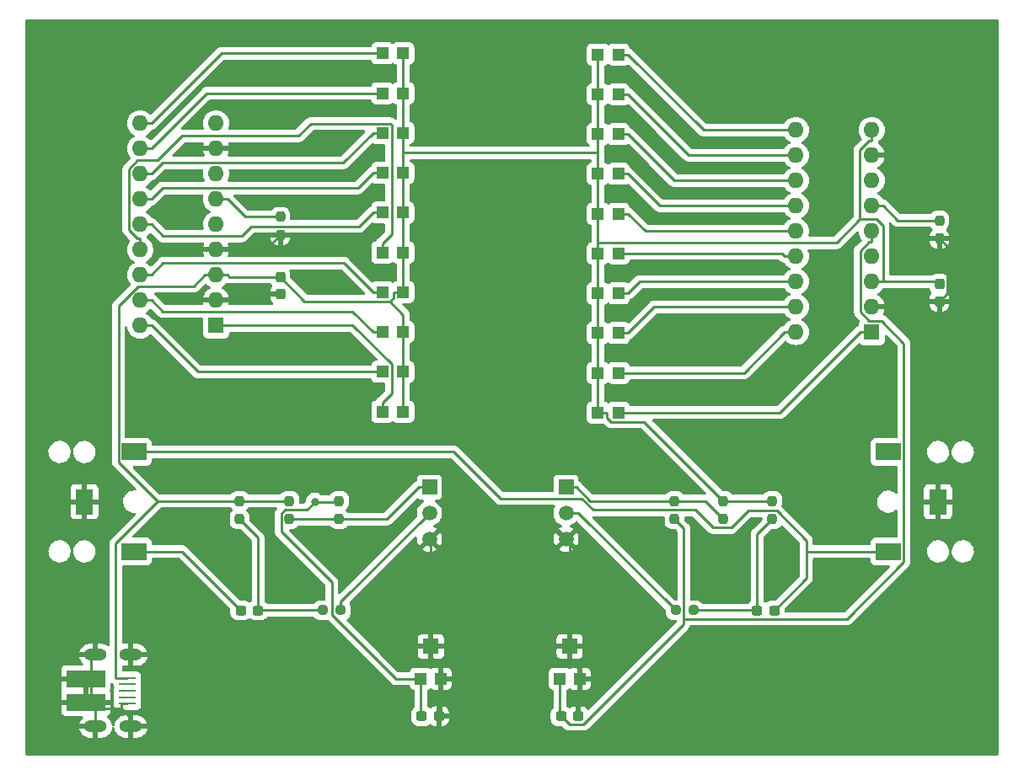
<source format=gtl>
G04 #@! TF.GenerationSoftware,KiCad,Pcbnew,(6.0.7)*
G04 #@! TF.CreationDate,2022-07-31T23:48:51-04:00*
G04 #@! TF.ProjectId,VUmeter,56556d65-7465-4722-9e6b-696361645f70,rev?*
G04 #@! TF.SameCoordinates,Original*
G04 #@! TF.FileFunction,Copper,L1,Top*
G04 #@! TF.FilePolarity,Positive*
%FSLAX46Y46*%
G04 Gerber Fmt 4.6, Leading zero omitted, Abs format (unit mm)*
G04 Created by KiCad (PCBNEW (6.0.7)) date 2022-07-31 23:48:51*
%MOMM*%
%LPD*%
G01*
G04 APERTURE LIST*
G04 Aperture macros list*
%AMRoundRect*
0 Rectangle with rounded corners*
0 $1 Rounding radius*
0 $2 $3 $4 $5 $6 $7 $8 $9 X,Y pos of 4 corners*
0 Add a 4 corners polygon primitive as box body*
4,1,4,$2,$3,$4,$5,$6,$7,$8,$9,$2,$3,0*
0 Add four circle primitives for the rounded corners*
1,1,$1+$1,$2,$3*
1,1,$1+$1,$4,$5*
1,1,$1+$1,$6,$7*
1,1,$1+$1,$8,$9*
0 Add four rect primitives between the rounded corners*
20,1,$1+$1,$2,$3,$4,$5,0*
20,1,$1+$1,$4,$5,$6,$7,0*
20,1,$1+$1,$6,$7,$8,$9,0*
20,1,$1+$1,$8,$9,$2,$3,0*%
G04 Aperture macros list end*
G04 #@! TA.AperFunction,SMDPad,CuDef*
%ADD10R,1.200000X1.200000*%
G04 #@! TD*
G04 #@! TA.AperFunction,SMDPad,CuDef*
%ADD11RoundRect,0.237500X0.237500X-0.250000X0.237500X0.250000X-0.237500X0.250000X-0.237500X-0.250000X0*%
G04 #@! TD*
G04 #@! TA.AperFunction,SMDPad,CuDef*
%ADD12R,1.600000X1.500000*%
G04 #@! TD*
G04 #@! TA.AperFunction,ComponentPad*
%ADD13R,1.500000X1.500000*%
G04 #@! TD*
G04 #@! TA.AperFunction,ComponentPad*
%ADD14C,1.500000*%
G04 #@! TD*
G04 #@! TA.AperFunction,SMDPad,CuDef*
%ADD15RoundRect,0.237500X-0.300000X-0.237500X0.300000X-0.237500X0.300000X0.237500X-0.300000X0.237500X0*%
G04 #@! TD*
G04 #@! TA.AperFunction,SMDPad,CuDef*
%ADD16RoundRect,0.237500X-0.250000X-0.237500X0.250000X-0.237500X0.250000X0.237500X-0.250000X0.237500X0*%
G04 #@! TD*
G04 #@! TA.AperFunction,SMDPad,CuDef*
%ADD17RoundRect,0.237500X-0.237500X0.250000X-0.237500X-0.250000X0.237500X-0.250000X0.237500X0.250000X0*%
G04 #@! TD*
G04 #@! TA.AperFunction,SMDPad,CuDef*
%ADD18RoundRect,0.237500X0.250000X0.237500X-0.250000X0.237500X-0.250000X-0.237500X0.250000X-0.237500X0*%
G04 #@! TD*
G04 #@! TA.AperFunction,ComponentPad*
%ADD19R,1.600000X1.600000*%
G04 #@! TD*
G04 #@! TA.AperFunction,ComponentPad*
%ADD20O,1.600000X1.600000*%
G04 #@! TD*
G04 #@! TA.AperFunction,SMDPad,CuDef*
%ADD21R,1.700000X0.250000*%
G04 #@! TD*
G04 #@! TA.AperFunction,ComponentPad*
%ADD22O,2.300000X1.200000*%
G04 #@! TD*
G04 #@! TA.AperFunction,SMDPad,CuDef*
%ADD23R,3.900000X1.800000*%
G04 #@! TD*
G04 #@! TA.AperFunction,ComponentPad*
%ADD24R,1.800000X2.500000*%
G04 #@! TD*
G04 #@! TA.AperFunction,ComponentPad*
%ADD25R,2.500000X1.800000*%
G04 #@! TD*
G04 #@! TA.AperFunction,SMDPad,CuDef*
%ADD26RoundRect,0.237500X0.300000X0.237500X-0.300000X0.237500X-0.300000X-0.237500X0.300000X-0.237500X0*%
G04 #@! TD*
G04 #@! TA.AperFunction,SMDPad,CuDef*
%ADD27RoundRect,0.237500X-0.237500X0.300000X-0.237500X-0.300000X0.237500X-0.300000X0.237500X0.300000X0*%
G04 #@! TD*
G04 #@! TA.AperFunction,ViaPad*
%ADD28C,0.800000*%
G04 #@! TD*
G04 #@! TA.AperFunction,Conductor*
%ADD29C,0.250000*%
G04 #@! TD*
G04 APERTURE END LIST*
D10*
X185823800Y-99055000D03*
X187923800Y-99055000D03*
D11*
X153924000Y-105202500D03*
X153924000Y-103377500D03*
D10*
X166276200Y-98945000D03*
X164176200Y-98945000D03*
X185823800Y-87055000D03*
X187923800Y-87055000D03*
X185823800Y-103055000D03*
X187923800Y-103055000D03*
D11*
X203343800Y-133754500D03*
X203343800Y-131929500D03*
D10*
X168050000Y-149800000D03*
D12*
X169050000Y-146550000D03*
D10*
X170050000Y-149800000D03*
D13*
X168910000Y-130556000D03*
D14*
X168910000Y-133156000D03*
X168910000Y-135756000D03*
D11*
X198438000Y-133754500D03*
X198438000Y-131929500D03*
D15*
X182138500Y-153550000D03*
X183863500Y-153550000D03*
D16*
X193635800Y-142915500D03*
X195460800Y-142915500D03*
D10*
X166276200Y-106945000D03*
X164176200Y-106945000D03*
X185823800Y-91055000D03*
X187923800Y-91055000D03*
D11*
X220139800Y-105560500D03*
X220139800Y-103735500D03*
D10*
X166276200Y-118945000D03*
X164176200Y-118945000D03*
X166276200Y-122945000D03*
X164176200Y-122945000D03*
X166276200Y-94945000D03*
X164176200Y-94945000D03*
D17*
X159830000Y-131929500D03*
X159830000Y-133754500D03*
D10*
X166276200Y-110945000D03*
X164176200Y-110945000D03*
D15*
X168137500Y-153550000D03*
X169862500Y-153550000D03*
D18*
X160016500Y-142915500D03*
X158191500Y-142915500D03*
D10*
X166276200Y-102945000D03*
X164176200Y-102945000D03*
X166276200Y-114945000D03*
X164176200Y-114945000D03*
X166276200Y-90945000D03*
X164176200Y-90945000D03*
D11*
X149830000Y-133754500D03*
X149830000Y-131929500D03*
D10*
X185823800Y-95055000D03*
X187923800Y-95055000D03*
D19*
X147473400Y-114290000D03*
D20*
X147473400Y-111750000D03*
X147473400Y-109210000D03*
X147473400Y-106670000D03*
X147473400Y-104130000D03*
X147473400Y-101590000D03*
X147473400Y-99050000D03*
X147473400Y-96510000D03*
X147473400Y-93970000D03*
X139853400Y-93970000D03*
X139853400Y-96510000D03*
X139853400Y-99050000D03*
X139853400Y-101590000D03*
X139853400Y-104130000D03*
X139853400Y-106670000D03*
X139853400Y-109210000D03*
X139853400Y-111750000D03*
X139853400Y-114290000D03*
D10*
X185823800Y-111055000D03*
X187923800Y-111055000D03*
D13*
X182626000Y-130556000D03*
D14*
X182626000Y-133156000D03*
X182626000Y-135756000D03*
D21*
X138575000Y-149700000D03*
X138575000Y-150350000D03*
X138575000Y-151000000D03*
X138575000Y-151650000D03*
X138575000Y-152300000D03*
D22*
X135375000Y-147400000D03*
D23*
X134375000Y-152150000D03*
D22*
X135375000Y-154600000D03*
D23*
X134375000Y-149850000D03*
D22*
X138925000Y-154600000D03*
X138925000Y-147400000D03*
D11*
X154830000Y-133754500D03*
X154830000Y-131929500D03*
D10*
X182001000Y-149800000D03*
D12*
X183001000Y-146550000D03*
D10*
X184001000Y-149800000D03*
D11*
X193532300Y-133754500D03*
X193532300Y-131929500D03*
D10*
X185823800Y-119055000D03*
X187923800Y-119055000D03*
D24*
X220000000Y-132000000D03*
D25*
X215000000Y-127000000D03*
X215000000Y-137000000D03*
D26*
X151692500Y-142929500D03*
X149967500Y-142929500D03*
D27*
X153924000Y-109427500D03*
X153924000Y-111152500D03*
D10*
X166276200Y-86945000D03*
X164176200Y-86945000D03*
D24*
X134250000Y-132000000D03*
D25*
X139250000Y-137000000D03*
X139250000Y-127000000D03*
D10*
X185823800Y-115055000D03*
X187923800Y-115055000D03*
D19*
X213341600Y-114954000D03*
D20*
X213341600Y-112414000D03*
X213341600Y-109874000D03*
X213341600Y-107334000D03*
X213341600Y-104794000D03*
X213341600Y-102254000D03*
X213341600Y-99714000D03*
X213341600Y-97174000D03*
X213341600Y-94634000D03*
X205721600Y-94634000D03*
X205721600Y-97174000D03*
X205721600Y-99714000D03*
X205721600Y-102254000D03*
X205721600Y-104794000D03*
X205721600Y-107334000D03*
X205721600Y-109874000D03*
X205721600Y-112414000D03*
X205721600Y-114954000D03*
D10*
X185823800Y-107055000D03*
X187923800Y-107055000D03*
D27*
X220139800Y-110135500D03*
X220139800Y-111860500D03*
D10*
X185823800Y-123055000D03*
X187923800Y-123055000D03*
D15*
X201813800Y-142929500D03*
X203538800Y-142929500D03*
D28*
X197104000Y-120904000D03*
X177038000Y-111252000D03*
X175260000Y-127762000D03*
X176022000Y-90424000D03*
X196088000Y-135636000D03*
X197104000Y-115062000D03*
X164846000Y-155956000D03*
X156210000Y-128524000D03*
X203454000Y-125730000D03*
X176022000Y-138938000D03*
X197104000Y-95758000D03*
X169672000Y-94742000D03*
X202692000Y-91440000D03*
X154178000Y-139954000D03*
X171958000Y-155956000D03*
X179578000Y-155956000D03*
X189738000Y-134620000D03*
X207010000Y-145796000D03*
X145034000Y-124968000D03*
X156210000Y-124968000D03*
X135128000Y-122174000D03*
X169672000Y-99314000D03*
X209296000Y-112014000D03*
X163322000Y-128524000D03*
X215900000Y-96774000D03*
X172466000Y-131064000D03*
X210058000Y-140716000D03*
X163576000Y-150876000D03*
X176530000Y-121666000D03*
X148590000Y-138684000D03*
X182118000Y-99060000D03*
X216408000Y-101092000D03*
X209296000Y-91440000D03*
X197104000Y-98552000D03*
X154178000Y-145034000D03*
X197104000Y-103378000D03*
X136906000Y-95504000D03*
X137160000Y-91948000D03*
X221996000Y-101600000D03*
X176022000Y-143764000D03*
X196596000Y-91186000D03*
X145542000Y-134874000D03*
X135128000Y-111506000D03*
X163322000Y-144780000D03*
X160528000Y-138684000D03*
X222250000Y-115062000D03*
X143764000Y-99314000D03*
X186944000Y-155448000D03*
X140462000Y-89916000D03*
X192278000Y-139192000D03*
X197104000Y-110998000D03*
X147828000Y-84582000D03*
X157480000Y-109982000D03*
X145034000Y-128524000D03*
X215646000Y-141986000D03*
X157480000Y-102362000D03*
X137414000Y-108712000D03*
X182118000Y-94742000D03*
X197104000Y-108458000D03*
X152908000Y-92964000D03*
X187198000Y-139700000D03*
X135128000Y-116332000D03*
X206756000Y-132588000D03*
X190500000Y-142748000D03*
X197104000Y-100838000D03*
X143764000Y-86614000D03*
X209296000Y-98806000D03*
X189163000Y-129219000D03*
X192532000Y-150622000D03*
X157226000Y-116586000D03*
X136398000Y-99568000D03*
X218948000Y-116840000D03*
X176022000Y-150622000D03*
X145796000Y-141986000D03*
X222758000Y-109728000D03*
X210820000Y-135128000D03*
X192786000Y-86614000D03*
X160528000Y-147574000D03*
X186436000Y-148844000D03*
X188976000Y-146050000D03*
X157480000Y-99060000D03*
X215900000Y-91440000D03*
X165608000Y-146812000D03*
X197866000Y-146050000D03*
X163322000Y-124968000D03*
X203962000Y-139446000D03*
X152654000Y-88646000D03*
X218694000Y-123190000D03*
X136398000Y-104140000D03*
X198120000Y-139954000D03*
X143764000Y-102870000D03*
X157395800Y-132012100D03*
D29*
X201813800Y-142929500D02*
X201813800Y-142915500D01*
X201813800Y-142915500D02*
X201813800Y-135284500D01*
X201813800Y-135284500D02*
X203343800Y-133754500D01*
X201813800Y-142915500D02*
X195460800Y-142915500D01*
X176056600Y-131696700D02*
X171359900Y-127000000D01*
X206791600Y-135908000D02*
X203809800Y-132926200D01*
X200935600Y-132926200D02*
X199254500Y-134607300D01*
X203809800Y-132926200D02*
X200935600Y-132926200D01*
X197387300Y-134607300D02*
X195622000Y-132842000D01*
X206791600Y-137000000D02*
X206791600Y-135908000D01*
X195622000Y-132842000D02*
X185350400Y-132842000D01*
X215000000Y-137000000D02*
X206791600Y-137000000D01*
X203538800Y-142929500D02*
X206791600Y-139676700D01*
X171359900Y-127000000D02*
X139250000Y-127000000D01*
X184205100Y-131696700D02*
X176056600Y-131696700D01*
X185350400Y-132842000D02*
X184205100Y-131696700D01*
X199254500Y-134607300D02*
X197387300Y-134607300D01*
X206791600Y-139676700D02*
X206791600Y-137000000D01*
X151692500Y-142915500D02*
X158191500Y-142915500D01*
X149830000Y-133754500D02*
X151692500Y-135617000D01*
X151692500Y-135617000D02*
X151692500Y-142915500D01*
X151692500Y-142915500D02*
X151692500Y-142929500D01*
X139250000Y-137000000D02*
X144038000Y-137000000D01*
X144038000Y-137000000D02*
X149967500Y-142929500D01*
X216575400Y-138072600D02*
X210871900Y-143776100D01*
X213341600Y-105919300D02*
X213060300Y-105919300D01*
X213341600Y-104794000D02*
X213341600Y-105919300D01*
X182138500Y-153550000D02*
X182001000Y-153412500D01*
X212184800Y-112911000D02*
X213102400Y-113828600D01*
X184363300Y-154388700D02*
X182977200Y-154388700D01*
X194466700Y-143776100D02*
X194466700Y-144285300D01*
X194466700Y-134688900D02*
X194466700Y-143776100D01*
X213102400Y-113828600D02*
X214296400Y-113828600D01*
X210871900Y-143776100D02*
X194466700Y-143776100D01*
X214296400Y-113828600D02*
X216575400Y-116107600D01*
X193532300Y-133754500D02*
X194466700Y-134688900D01*
X182977200Y-154388700D02*
X182138500Y-153550000D01*
X212184800Y-106794800D02*
X212184800Y-112911000D01*
X182001000Y-153412500D02*
X182001000Y-149800000D01*
X194466700Y-144285300D02*
X184363300Y-154388700D01*
X216575400Y-116107600D02*
X216575400Y-138072600D01*
X213060300Y-105919300D02*
X212184800Y-106794800D01*
X168910000Y-135756000D02*
X169050000Y-135896000D01*
X170050000Y-149800000D02*
X170050000Y-153362500D01*
X137987400Y-152768800D02*
X135375000Y-152768800D01*
X183001000Y-147875300D02*
X172900000Y-147875300D01*
X184001000Y-150725300D02*
X183863500Y-150862800D01*
X135375000Y-152768800D02*
X135375000Y-152150000D01*
X183001000Y-146550000D02*
X183001000Y-136131000D01*
X183001000Y-136131000D02*
X182626000Y-135756000D01*
X183001000Y-146550000D02*
X183001000Y-147625300D01*
X169050000Y-135896000D02*
X169050000Y-146550000D01*
X170050000Y-149800000D02*
X170975300Y-149800000D01*
X172900000Y-147875300D02*
X170975300Y-149800000D01*
X152456500Y-106670000D02*
X153924000Y-105202500D01*
X184001000Y-149800000D02*
X184001000Y-150725300D01*
X135375000Y-147400000D02*
X134875000Y-147900000D01*
X134875000Y-152150000D02*
X135375000Y-152150000D01*
X183863500Y-150862800D02*
X183863500Y-153550000D01*
X153924000Y-111152500D02*
X149196200Y-111152500D01*
X170050000Y-148625300D02*
X170050000Y-149800000D01*
X220944000Y-106364700D02*
X220944000Y-111056300D01*
X184001000Y-149800000D02*
X184001000Y-148874700D01*
X137987400Y-152300000D02*
X137987400Y-152768800D01*
X134875000Y-147900000D02*
X134875000Y-149850000D01*
X134375000Y-149850000D02*
X134875000Y-149850000D01*
X183001000Y-147875300D02*
X183001000Y-147625300D01*
X138575000Y-152300000D02*
X137987400Y-152300000D01*
X149196200Y-111152500D02*
X148598700Y-111750000D01*
X138925000Y-153706400D02*
X137987400Y-152768800D01*
X220139800Y-105560500D02*
X220944000Y-106364700D01*
X135375000Y-154600000D02*
X135375000Y-152768800D01*
X147473400Y-111750000D02*
X148598700Y-111750000D01*
X184000400Y-148874700D02*
X183001000Y-147875300D01*
X215020400Y-111860500D02*
X220139800Y-111860500D01*
X134375000Y-152150000D02*
X134875000Y-152150000D01*
X138925000Y-154600000D02*
X138925000Y-153706400D01*
X147473400Y-106670000D02*
X152456500Y-106670000D01*
X184001000Y-148874700D02*
X184000400Y-148874700D01*
X220944000Y-111056300D02*
X220139800Y-111860500D01*
X169050000Y-147625300D02*
X170050000Y-148625300D01*
X134875000Y-149850000D02*
X134875000Y-152150000D01*
X169050000Y-146550000D02*
X169050000Y-147625300D01*
X214466900Y-112414000D02*
X215020400Y-111860500D01*
X213341600Y-112414000D02*
X214466900Y-112414000D01*
X170050000Y-153362500D02*
X169862500Y-153550000D01*
X159747400Y-132012100D02*
X157395800Y-132012100D01*
X154007900Y-135024900D02*
X159104000Y-140121000D01*
X157395800Y-132012100D02*
X156565900Y-132842000D01*
X154414300Y-132842000D02*
X154007900Y-133248400D01*
X159104000Y-143355600D02*
X165548400Y-149800000D01*
X159104000Y-140121000D02*
X159104000Y-143355600D01*
X168050000Y-153462500D02*
X168050000Y-149800000D01*
X165548400Y-149800000D02*
X168050000Y-149800000D01*
X168137500Y-153550000D02*
X168050000Y-153462500D01*
X156565900Y-132842000D02*
X154414300Y-132842000D01*
X154007900Y-133248400D02*
X154007900Y-135024900D01*
X159830000Y-131929500D02*
X159747400Y-132012100D01*
X185823800Y-95055000D02*
X185823800Y-96945000D01*
X185823800Y-96945000D02*
X185823800Y-99055000D01*
X185823800Y-119055000D02*
X185823800Y-115055000D01*
X185823800Y-107055000D02*
X185823800Y-105972500D01*
X145222800Y-110335300D02*
X139667500Y-110335300D01*
X166276200Y-90945000D02*
X166276200Y-91870300D01*
X147473400Y-109210000D02*
X146348100Y-109210000D01*
X185823800Y-91055000D02*
X185823800Y-95055000D01*
X154830000Y-131929500D02*
X149830000Y-131929500D01*
X137399700Y-136194300D02*
X137399700Y-149700000D01*
X156366800Y-111870300D02*
X153924000Y-109427500D01*
X165350900Y-111451100D02*
X165350900Y-110945000D01*
X212170200Y-103616100D02*
X209813800Y-105972500D01*
X166276200Y-94945000D02*
X166276200Y-91870300D01*
X137670400Y-128031600D02*
X141616400Y-131977600D01*
X187168300Y-123980300D02*
X186749100Y-123561100D01*
X166276200Y-96945000D02*
X166276200Y-98945000D01*
X185823800Y-111055000D02*
X185823800Y-107055000D01*
X141616400Y-131977600D02*
X137399700Y-136194300D01*
X164931700Y-111870300D02*
X165350900Y-111451100D01*
X141664500Y-131929500D02*
X141616400Y-131977600D01*
X166276200Y-113214800D02*
X166276200Y-114945000D01*
X137670400Y-112332400D02*
X137670400Y-128031600D01*
X213060300Y-95759300D02*
X212170200Y-96649400D01*
X186749100Y-123561100D02*
X186749100Y-123055000D01*
X213793500Y-103616100D02*
X214466900Y-104289500D01*
X185823800Y-123055000D02*
X185823800Y-119055000D01*
X166276200Y-110945000D02*
X165350900Y-110945000D01*
X213341600Y-95759300D02*
X213060300Y-95759300D01*
X148816200Y-109427500D02*
X148598700Y-109210000D01*
X149830000Y-131929500D02*
X141664500Y-131929500D01*
X214466900Y-109874000D02*
X219878300Y-109874000D01*
X213341600Y-109874000D02*
X214466900Y-109874000D01*
X209813800Y-105972500D02*
X185823800Y-105972500D01*
X164931700Y-111870300D02*
X166276200Y-113214800D01*
X198438000Y-131929500D02*
X203343800Y-131929500D01*
X166276200Y-118945000D02*
X166276200Y-114945000D01*
X164931700Y-111870300D02*
X156366800Y-111870300D01*
X214466900Y-104289500D02*
X214466900Y-109874000D01*
X166276200Y-96945000D02*
X185823800Y-96945000D01*
X138575000Y-149700000D02*
X137399700Y-149700000D01*
X166276200Y-102945000D02*
X166276200Y-106019700D01*
X166276200Y-86945000D02*
X166276200Y-90945000D01*
X166276200Y-106945000D02*
X166276200Y-106019700D01*
X185823800Y-103055000D02*
X185823800Y-99055000D01*
X166276200Y-118945000D02*
X166276200Y-122945000D01*
X166276200Y-106945000D02*
X166276200Y-110945000D01*
X147473400Y-109210000D02*
X148598700Y-109210000D01*
X185823800Y-91055000D02*
X185823800Y-87055000D01*
X139667500Y-110335300D02*
X137670400Y-112332400D01*
X166276200Y-98945000D02*
X166276200Y-102945000D01*
X190488800Y-123980300D02*
X187168300Y-123980300D01*
X219878300Y-109874000D02*
X220139800Y-110135500D01*
X185823800Y-115055000D02*
X185823800Y-111055000D01*
X212170200Y-96649400D02*
X212170200Y-103616100D01*
X153924000Y-109427500D02*
X148816200Y-109427500D01*
X185823800Y-105972500D02*
X185823800Y-103055000D01*
X185823800Y-123055000D02*
X186749100Y-123055000D01*
X213341600Y-94634000D02*
X213341600Y-95759300D01*
X146348100Y-109210000D02*
X145222800Y-110335300D01*
X212170200Y-103616100D02*
X213793500Y-103616100D01*
X166276200Y-96945000D02*
X166276200Y-94945000D01*
X198438000Y-131929500D02*
X190488800Y-123980300D01*
X204115300Y-123055000D02*
X187923800Y-123055000D01*
X212216300Y-114954000D02*
X204115300Y-123055000D01*
X213341600Y-114954000D02*
X212216300Y-114954000D01*
X204596300Y-114954000D02*
X200495300Y-119055000D01*
X205721600Y-114954000D02*
X204596300Y-114954000D01*
X200495300Y-119055000D02*
X187923800Y-119055000D01*
X187923800Y-115055000D02*
X188849100Y-115055000D01*
X205721600Y-112414000D02*
X191490100Y-112414000D01*
X191490100Y-112414000D02*
X188849100Y-115055000D01*
X190030100Y-109874000D02*
X188849100Y-111055000D01*
X205721600Y-109874000D02*
X190030100Y-109874000D01*
X187923800Y-111055000D02*
X188849100Y-111055000D01*
X205721600Y-107334000D02*
X204596300Y-107334000D01*
X187923800Y-107055000D02*
X204317300Y-107055000D01*
X204317300Y-107055000D02*
X204596300Y-107334000D01*
X187923800Y-103055000D02*
X188849100Y-103055000D01*
X190588100Y-104794000D02*
X188849100Y-103055000D01*
X205721600Y-104794000D02*
X190588100Y-104794000D01*
X205721600Y-102254000D02*
X192048100Y-102254000D01*
X187923800Y-99055000D02*
X188849100Y-99055000D01*
X192048100Y-102254000D02*
X188849100Y-99055000D01*
X187923800Y-95055000D02*
X188849100Y-95055000D01*
X205721600Y-99714000D02*
X193508100Y-99714000D01*
X193508100Y-99714000D02*
X188849100Y-95055000D01*
X187923800Y-91055000D02*
X188849100Y-91055000D01*
X194968100Y-97174000D02*
X188849100Y-91055000D01*
X205721600Y-97174000D02*
X194968100Y-97174000D01*
X187923800Y-87055000D02*
X188849100Y-87055000D01*
X196428100Y-94634000D02*
X188849100Y-87055000D01*
X205721600Y-94634000D02*
X196428100Y-94634000D01*
X165101500Y-121094400D02*
X164176200Y-122019700D01*
X165101500Y-118189300D02*
X165101500Y-121094400D01*
X147473400Y-114290000D02*
X161202200Y-114290000D01*
X161202200Y-114290000D02*
X165101500Y-118189300D01*
X164176200Y-122945000D02*
X164176200Y-122019700D01*
X139853400Y-114290000D02*
X140978700Y-114290000D01*
X145633700Y-118945000D02*
X164176200Y-118945000D01*
X140978700Y-114290000D02*
X145633700Y-118945000D01*
X142104000Y-112875300D02*
X161181200Y-112875300D01*
X161181200Y-112875300D02*
X163250900Y-114945000D01*
X164176200Y-114945000D02*
X163250900Y-114945000D01*
X139853400Y-111750000D02*
X140978700Y-111750000D01*
X140978700Y-111750000D02*
X142104000Y-112875300D01*
X160343700Y-108037800D02*
X163250900Y-110945000D01*
X139853400Y-109210000D02*
X140978700Y-109210000D01*
X142150900Y-108037800D02*
X160343700Y-108037800D01*
X140978700Y-109210000D02*
X142150900Y-108037800D01*
X164176200Y-110945000D02*
X163250900Y-110945000D01*
X164974600Y-94019600D02*
X165101500Y-94146500D01*
X139853400Y-106670000D02*
X139853400Y-105544700D01*
X164176200Y-106945000D02*
X164176200Y-106019700D01*
X156971400Y-94019600D02*
X164974600Y-94019600D01*
X138710400Y-104683000D02*
X138710400Y-98597700D01*
X139572100Y-105544700D02*
X138710400Y-104683000D01*
X138710400Y-98597700D02*
X139608500Y-97699600D01*
X165101500Y-105094400D02*
X164176200Y-106019700D01*
X141591700Y-97699600D02*
X144051300Y-95240000D01*
X139608500Y-97699600D02*
X141591700Y-97699600D01*
X139853400Y-105544700D02*
X139572100Y-105544700D01*
X155751000Y-95240000D02*
X156971400Y-94019600D01*
X144051300Y-95240000D02*
X155751000Y-95240000D01*
X165101500Y-94146500D02*
X165101500Y-105094400D01*
X150981300Y-104353300D02*
X161842600Y-104353300D01*
X150033100Y-105301500D02*
X150981300Y-104353300D01*
X139853400Y-104130000D02*
X140978700Y-104130000D01*
X161842600Y-104353300D02*
X163250900Y-102945000D01*
X142150200Y-105301500D02*
X150033100Y-105301500D01*
X164176200Y-102945000D02*
X163250900Y-102945000D01*
X140978700Y-104130000D02*
X142150200Y-105301500D01*
X140978700Y-101590000D02*
X142104000Y-100464700D01*
X139853400Y-101590000D02*
X140978700Y-101590000D01*
X164176200Y-98945000D02*
X163250900Y-98945000D01*
X161731200Y-100464700D02*
X163250900Y-98945000D01*
X142104000Y-100464700D02*
X161731200Y-100464700D01*
X139853400Y-99050000D02*
X140978700Y-99050000D01*
X142104000Y-97924700D02*
X160271200Y-97924700D01*
X164176200Y-94945000D02*
X163250900Y-94945000D01*
X140978700Y-99050000D02*
X142104000Y-97924700D01*
X160271200Y-97924700D02*
X163250900Y-94945000D01*
X146543700Y-90945000D02*
X164176200Y-90945000D01*
X139853400Y-96510000D02*
X140978700Y-96510000D01*
X140978700Y-96510000D02*
X146543700Y-90945000D01*
X148003700Y-86945000D02*
X140978700Y-93970000D01*
X164176200Y-86945000D02*
X148003700Y-86945000D01*
X139853400Y-93970000D02*
X140978700Y-93970000D01*
X193635800Y-142915500D02*
X183876300Y-133156000D01*
X183876300Y-133156000D02*
X182626000Y-133156000D01*
X185074800Y-131929500D02*
X183701300Y-130556000D01*
X196613000Y-131929500D02*
X193532300Y-131929500D01*
X198438000Y-133754500D02*
X196613000Y-131929500D01*
X182626000Y-130556000D02*
X183701300Y-130556000D01*
X193532300Y-131929500D02*
X185074800Y-131929500D01*
X160016500Y-142915500D02*
X160016500Y-142049500D01*
X160016500Y-142049500D02*
X168910000Y-133156000D01*
X164636200Y-133754500D02*
X167834700Y-130556000D01*
X154830000Y-133754500D02*
X159830000Y-133754500D01*
X159830000Y-133754500D02*
X164636200Y-133754500D01*
X168910000Y-130556000D02*
X167834700Y-130556000D01*
X215948400Y-103735500D02*
X220139800Y-103735500D01*
X214466900Y-102254000D02*
X215948400Y-103735500D01*
X213341600Y-102254000D02*
X214466900Y-102254000D01*
X150386200Y-103377500D02*
X148598700Y-101590000D01*
X153924000Y-103377500D02*
X150386200Y-103377500D01*
X147473400Y-101590000D02*
X148598700Y-101590000D01*
G04 #@! TA.AperFunction,Conductor*
G36*
X226000621Y-83528502D02*
G01*
X226047114Y-83582158D01*
X226058500Y-83634500D01*
X226058500Y-157365500D01*
X226038498Y-157433621D01*
X225984842Y-157480114D01*
X225932500Y-157491500D01*
X128471500Y-157491500D01*
X128403379Y-157471498D01*
X128356886Y-157417842D01*
X128345500Y-157365500D01*
X128345500Y-154867399D01*
X133749712Y-154867399D01*
X133771194Y-154956537D01*
X133775083Y-154967832D01*
X133857629Y-155149382D01*
X133863576Y-155159724D01*
X133978968Y-155322397D01*
X133986761Y-155331425D01*
X134130831Y-155469342D01*
X134140196Y-155476738D01*
X134307741Y-155584921D01*
X134318345Y-155590417D01*
X134503312Y-155664961D01*
X134514770Y-155668355D01*
X134711928Y-155706857D01*
X134720791Y-155707934D01*
X134723500Y-155708000D01*
X135102885Y-155708000D01*
X135118124Y-155703525D01*
X135119329Y-155702135D01*
X135121000Y-155694452D01*
X135121000Y-154872115D01*
X135116525Y-154856876D01*
X135115135Y-154855671D01*
X135107452Y-154854000D01*
X133764598Y-154854000D01*
X133751067Y-154857973D01*
X133749712Y-154867399D01*
X128345500Y-154867399D01*
X128345500Y-153094669D01*
X131917001Y-153094669D01*
X131917371Y-153101490D01*
X131922895Y-153152352D01*
X131926521Y-153167604D01*
X131971676Y-153288054D01*
X131980214Y-153303649D01*
X132056715Y-153405724D01*
X132069276Y-153418285D01*
X132171351Y-153494786D01*
X132186946Y-153503324D01*
X132307394Y-153548478D01*
X132322649Y-153552105D01*
X132373514Y-153557631D01*
X132380328Y-153558000D01*
X133993447Y-153557999D01*
X134061568Y-153578001D01*
X134108061Y-153631657D01*
X134118165Y-153701931D01*
X134088671Y-153766511D01*
X134071282Y-153783083D01*
X134062147Y-153790259D01*
X134053494Y-153798499D01*
X133922788Y-153949123D01*
X133915853Y-153958847D01*
X133815990Y-154131467D01*
X133811016Y-154142331D01*
X133745593Y-154330727D01*
X133745352Y-154331716D01*
X133746820Y-154342008D01*
X133760385Y-154346000D01*
X135503000Y-154346000D01*
X135571121Y-154366002D01*
X135617614Y-154419658D01*
X135629000Y-154472000D01*
X135629000Y-155689885D01*
X135633475Y-155705124D01*
X135634865Y-155706329D01*
X135642548Y-155708000D01*
X135974832Y-155708000D01*
X135980808Y-155707715D01*
X136129494Y-155693529D01*
X136141228Y-155691270D01*
X136332599Y-155635128D01*
X136343675Y-155630698D01*
X136520978Y-155539381D01*
X136531024Y-155532931D01*
X136687857Y-155409738D01*
X136696506Y-155401501D01*
X136827212Y-155250877D01*
X136834147Y-155241153D01*
X136934010Y-155068533D01*
X136938984Y-155057669D01*
X137004406Y-154869274D01*
X137007234Y-154857674D01*
X137023062Y-154748505D01*
X137052632Y-154683960D01*
X137112403Y-154645647D01*
X137183400Y-154645731D01*
X137243080Y-154684186D01*
X137272501Y-154748831D01*
X137274469Y-154762659D01*
X137321194Y-154956537D01*
X137325083Y-154967832D01*
X137407629Y-155149382D01*
X137413576Y-155159724D01*
X137528968Y-155322397D01*
X137536761Y-155331425D01*
X137680831Y-155469342D01*
X137690196Y-155476738D01*
X137857741Y-155584921D01*
X137868345Y-155590417D01*
X138053312Y-155664961D01*
X138064770Y-155668355D01*
X138261928Y-155706857D01*
X138270791Y-155707934D01*
X138273500Y-155708000D01*
X138652885Y-155708000D01*
X138668124Y-155703525D01*
X138669329Y-155702135D01*
X138671000Y-155694452D01*
X138671000Y-155689885D01*
X139179000Y-155689885D01*
X139183475Y-155705124D01*
X139184865Y-155706329D01*
X139192548Y-155708000D01*
X139524832Y-155708000D01*
X139530808Y-155707715D01*
X139679494Y-155693529D01*
X139691228Y-155691270D01*
X139882599Y-155635128D01*
X139893675Y-155630698D01*
X140070978Y-155539381D01*
X140081024Y-155532931D01*
X140237857Y-155409738D01*
X140246506Y-155401501D01*
X140377212Y-155250877D01*
X140384147Y-155241153D01*
X140484010Y-155068533D01*
X140488984Y-155057669D01*
X140554407Y-154869273D01*
X140554648Y-154868284D01*
X140553180Y-154857992D01*
X140539615Y-154854000D01*
X139197115Y-154854000D01*
X139181876Y-154858475D01*
X139180671Y-154859865D01*
X139179000Y-154867548D01*
X139179000Y-155689885D01*
X138671000Y-155689885D01*
X138671000Y-154327885D01*
X139179000Y-154327885D01*
X139183475Y-154343124D01*
X139184865Y-154344329D01*
X139192548Y-154346000D01*
X140535402Y-154346000D01*
X140548933Y-154342027D01*
X140550288Y-154332601D01*
X140528806Y-154243463D01*
X140524917Y-154232168D01*
X140442371Y-154050618D01*
X140436424Y-154040276D01*
X140321032Y-153877603D01*
X140313239Y-153868575D01*
X140169169Y-153730658D01*
X140159804Y-153723262D01*
X139992259Y-153615079D01*
X139981655Y-153609583D01*
X139796688Y-153535039D01*
X139785230Y-153531645D01*
X139588072Y-153493143D01*
X139579209Y-153492066D01*
X139576500Y-153492000D01*
X139197115Y-153492000D01*
X139181876Y-153496475D01*
X139180671Y-153497865D01*
X139179000Y-153505548D01*
X139179000Y-154327885D01*
X138671000Y-154327885D01*
X138671000Y-153510115D01*
X138666525Y-153494876D01*
X138665135Y-153493671D01*
X138657452Y-153492000D01*
X138325168Y-153492000D01*
X138319192Y-153492285D01*
X138170506Y-153506471D01*
X138158772Y-153508730D01*
X137967401Y-153564872D01*
X137956325Y-153569302D01*
X137779022Y-153660619D01*
X137768976Y-153667069D01*
X137612143Y-153790262D01*
X137603494Y-153798499D01*
X137472788Y-153949123D01*
X137465853Y-153958847D01*
X137365990Y-154131467D01*
X137361016Y-154142331D01*
X137295594Y-154330726D01*
X137292766Y-154342326D01*
X137276938Y-154451495D01*
X137247368Y-154516040D01*
X137187597Y-154554353D01*
X137116600Y-154554269D01*
X137056920Y-154515814D01*
X137027499Y-154451169D01*
X137025531Y-154437341D01*
X136978806Y-154243463D01*
X136974917Y-154232168D01*
X136892371Y-154050618D01*
X136886424Y-154040276D01*
X136771032Y-153877603D01*
X136763239Y-153868575D01*
X136619169Y-153730658D01*
X136609801Y-153723259D01*
X136581320Y-153704869D01*
X136534943Y-153651113D01*
X136524990Y-153580817D01*
X136554623Y-153516300D01*
X136574104Y-153498192D01*
X136680724Y-153418285D01*
X136693285Y-153405724D01*
X136769786Y-153303649D01*
X136778324Y-153288054D01*
X136823478Y-153167606D01*
X136827105Y-153152351D01*
X136832631Y-153101486D01*
X136833000Y-153094672D01*
X136833000Y-152422115D01*
X136828525Y-152406876D01*
X136827135Y-152405671D01*
X136819452Y-152404000D01*
X131935116Y-152404000D01*
X131919877Y-152408475D01*
X131918672Y-152409865D01*
X131917001Y-152417548D01*
X131917001Y-153094669D01*
X128345500Y-153094669D01*
X128345500Y-151877885D01*
X131917000Y-151877885D01*
X131921475Y-151893124D01*
X131922865Y-151894329D01*
X131930548Y-151896000D01*
X134102885Y-151896000D01*
X134118124Y-151891525D01*
X134119329Y-151890135D01*
X134121000Y-151882452D01*
X134121000Y-150122115D01*
X134116525Y-150106876D01*
X134115135Y-150105671D01*
X134107452Y-150104000D01*
X131935116Y-150104000D01*
X131919877Y-150108475D01*
X131918672Y-150109865D01*
X131917001Y-150117548D01*
X131917001Y-150794669D01*
X131917371Y-150801490D01*
X131922895Y-150852352D01*
X131926521Y-150867604D01*
X131959573Y-150955770D01*
X131964756Y-151026578D01*
X131959573Y-151044230D01*
X131926522Y-151132394D01*
X131922895Y-151147649D01*
X131917369Y-151198514D01*
X131917000Y-151205328D01*
X131917000Y-151877885D01*
X128345500Y-151877885D01*
X128345500Y-149577885D01*
X131917000Y-149577885D01*
X131921475Y-149593124D01*
X131922865Y-149594329D01*
X131930548Y-149596000D01*
X134503000Y-149596000D01*
X134571121Y-149616002D01*
X134617614Y-149669658D01*
X134629000Y-149722000D01*
X134629000Y-151877885D01*
X134633475Y-151893124D01*
X134634865Y-151894329D01*
X134642548Y-151896000D01*
X136814884Y-151896000D01*
X136830123Y-151891525D01*
X136831328Y-151890135D01*
X136832999Y-151882452D01*
X136832999Y-151205331D01*
X136832629Y-151198510D01*
X136827105Y-151147648D01*
X136823479Y-151132396D01*
X136790427Y-151044230D01*
X136785244Y-150973422D01*
X136790427Y-150955770D01*
X136823478Y-150867606D01*
X136827105Y-150852351D01*
X136832631Y-150801486D01*
X136833000Y-150794672D01*
X136833000Y-150323602D01*
X136853002Y-150255481D01*
X136906658Y-150208988D01*
X136976932Y-150198884D01*
X137023680Y-150217860D01*
X137024380Y-150216586D01*
X137031603Y-150220558D01*
X137051206Y-150233881D01*
X137051446Y-150234080D01*
X137051453Y-150234084D01*
X137057556Y-150239133D01*
X137092298Y-150255481D01*
X137108376Y-150263047D01*
X137115429Y-150266641D01*
X137151201Y-150286307D01*
X137201260Y-150336652D01*
X137216500Y-150396721D01*
X137216500Y-150523134D01*
X137223255Y-150585316D01*
X137226027Y-150592709D01*
X137226027Y-150592711D01*
X137240295Y-150630771D01*
X137245478Y-150701578D01*
X137240295Y-150719229D01*
X137223255Y-150764684D01*
X137222402Y-150772532D01*
X137222402Y-150772534D01*
X137220282Y-150792047D01*
X137216500Y-150826866D01*
X137216500Y-151173134D01*
X137223255Y-151235316D01*
X137226027Y-151242709D01*
X137226027Y-151242711D01*
X137240295Y-151280771D01*
X137245478Y-151351578D01*
X137240295Y-151369229D01*
X137223255Y-151414684D01*
X137216500Y-151476866D01*
X137216500Y-151823134D01*
X137223255Y-151885316D01*
X137226029Y-151892715D01*
X137240562Y-151931482D01*
X137245745Y-152002289D01*
X137240562Y-152019942D01*
X137226522Y-152057394D01*
X137222895Y-152072649D01*
X137217369Y-152123514D01*
X137217000Y-152130327D01*
X137217001Y-152469668D01*
X137217371Y-152476490D01*
X137222895Y-152527352D01*
X137226521Y-152542604D01*
X137271676Y-152663054D01*
X137280214Y-152678649D01*
X137356715Y-152780724D01*
X137369276Y-152793285D01*
X137471351Y-152869786D01*
X137486946Y-152878324D01*
X137607394Y-152923478D01*
X137622649Y-152927105D01*
X137673514Y-152932631D01*
X137680328Y-152933000D01*
X139469669Y-152932999D01*
X139476490Y-152932629D01*
X139527352Y-152927105D01*
X139542604Y-152923479D01*
X139663054Y-152878324D01*
X139678649Y-152869786D01*
X139780724Y-152793285D01*
X139793285Y-152780724D01*
X139869786Y-152678649D01*
X139878324Y-152663054D01*
X139923478Y-152542606D01*
X139927105Y-152527351D01*
X139932631Y-152476486D01*
X139933000Y-152469673D01*
X139932999Y-152130332D01*
X139932629Y-152123510D01*
X139927105Y-152072648D01*
X139923479Y-152057396D01*
X139909438Y-152019942D01*
X139904255Y-151949135D01*
X139909438Y-151931482D01*
X139923971Y-151892715D01*
X139926745Y-151885316D01*
X139933500Y-151823134D01*
X139933500Y-151476866D01*
X139926745Y-151414684D01*
X139909705Y-151369229D01*
X139904522Y-151298422D01*
X139909705Y-151280771D01*
X139923973Y-151242711D01*
X139923973Y-151242709D01*
X139926745Y-151235316D01*
X139933500Y-151173134D01*
X139933500Y-150826866D01*
X139929718Y-150792047D01*
X139927598Y-150772534D01*
X139927598Y-150772532D01*
X139926745Y-150764684D01*
X139909705Y-150719229D01*
X139904522Y-150648422D01*
X139909705Y-150630771D01*
X139923973Y-150592711D01*
X139923973Y-150592709D01*
X139926745Y-150585316D01*
X139933500Y-150523134D01*
X139933500Y-150176866D01*
X139926745Y-150114684D01*
X139909705Y-150069229D01*
X139904522Y-149998422D01*
X139909705Y-149980771D01*
X139923973Y-149942711D01*
X139923973Y-149942709D01*
X139926745Y-149935316D01*
X139933500Y-149873134D01*
X139933500Y-149526866D01*
X139926745Y-149464684D01*
X139875615Y-149328295D01*
X139788261Y-149211739D01*
X139671705Y-149124385D01*
X139535316Y-149073255D01*
X139473134Y-149066500D01*
X138159200Y-149066500D01*
X138091079Y-149046498D01*
X138044586Y-148992842D01*
X138033200Y-148940500D01*
X138033200Y-148615176D01*
X138053202Y-148547055D01*
X138106858Y-148500562D01*
X138183350Y-148491512D01*
X138261928Y-148506857D01*
X138270791Y-148507934D01*
X138273500Y-148508000D01*
X138652885Y-148508000D01*
X138668124Y-148503525D01*
X138669329Y-148502135D01*
X138671000Y-148494452D01*
X138671000Y-148489885D01*
X139179000Y-148489885D01*
X139183475Y-148505124D01*
X139184865Y-148506329D01*
X139192548Y-148508000D01*
X139524832Y-148508000D01*
X139530808Y-148507715D01*
X139679494Y-148493529D01*
X139691228Y-148491270D01*
X139882599Y-148435128D01*
X139893675Y-148430698D01*
X140070978Y-148339381D01*
X140081024Y-148332931D01*
X140237857Y-148209738D01*
X140246506Y-148201501D01*
X140377212Y-148050877D01*
X140384147Y-148041153D01*
X140484010Y-147868533D01*
X140488984Y-147857669D01*
X140554407Y-147669273D01*
X140554648Y-147668284D01*
X140553180Y-147657992D01*
X140539615Y-147654000D01*
X139197115Y-147654000D01*
X139181876Y-147658475D01*
X139180671Y-147659865D01*
X139179000Y-147667548D01*
X139179000Y-148489885D01*
X138671000Y-148489885D01*
X138671000Y-147127885D01*
X139179000Y-147127885D01*
X139183475Y-147143124D01*
X139184865Y-147144329D01*
X139192548Y-147146000D01*
X140535402Y-147146000D01*
X140548933Y-147142027D01*
X140550288Y-147132601D01*
X140528806Y-147043463D01*
X140524917Y-147032168D01*
X140442371Y-146850618D01*
X140436424Y-146840276D01*
X140321032Y-146677603D01*
X140313239Y-146668575D01*
X140169169Y-146530658D01*
X140159804Y-146523262D01*
X139992259Y-146415079D01*
X139981655Y-146409583D01*
X139796688Y-146335039D01*
X139785230Y-146331645D01*
X139588072Y-146293143D01*
X139579209Y-146292066D01*
X139576500Y-146292000D01*
X139197115Y-146292000D01*
X139181876Y-146296475D01*
X139180671Y-146297865D01*
X139179000Y-146305548D01*
X139179000Y-147127885D01*
X138671000Y-147127885D01*
X138671000Y-146310115D01*
X138666525Y-146294876D01*
X138665135Y-146293671D01*
X138657452Y-146292000D01*
X138325168Y-146292000D01*
X138319194Y-146292285D01*
X138171168Y-146306408D01*
X138101455Y-146292967D01*
X138050076Y-146243970D01*
X138033200Y-146180978D01*
X138033200Y-138534500D01*
X138053202Y-138466379D01*
X138106858Y-138419886D01*
X138159200Y-138408500D01*
X140548134Y-138408500D01*
X140610316Y-138401745D01*
X140746705Y-138350615D01*
X140863261Y-138263261D01*
X140950615Y-138146705D01*
X141001745Y-138010316D01*
X141008500Y-137948134D01*
X141008500Y-137759500D01*
X141028502Y-137691379D01*
X141082158Y-137644886D01*
X141134500Y-137633500D01*
X143723406Y-137633500D01*
X143791527Y-137653502D01*
X143812501Y-137670405D01*
X148884595Y-142742499D01*
X148918621Y-142804811D01*
X148921500Y-142831594D01*
X148921500Y-143216572D01*
X148921837Y-143219818D01*
X148921837Y-143219822D01*
X148931519Y-143313131D01*
X148932293Y-143320593D01*
X148987346Y-143485607D01*
X149078884Y-143633531D01*
X149084066Y-143638704D01*
X149196816Y-143751258D01*
X149196821Y-143751262D01*
X149201997Y-143756429D01*
X149208227Y-143760269D01*
X149208228Y-143760270D01*
X149331106Y-143836013D01*
X149350080Y-143847709D01*
X149515191Y-143902474D01*
X149522027Y-143903174D01*
X149522030Y-143903175D01*
X149558009Y-143906861D01*
X149617928Y-143913000D01*
X150317072Y-143913000D01*
X150320318Y-143912663D01*
X150320322Y-143912663D01*
X150414235Y-143902919D01*
X150414239Y-143902918D01*
X150421093Y-143902207D01*
X150427629Y-143900026D01*
X150427631Y-143900026D01*
X150572238Y-143851781D01*
X150586107Y-143847154D01*
X150677538Y-143790575D01*
X150727805Y-143759469D01*
X150727806Y-143759468D01*
X150734031Y-143755616D01*
X150740923Y-143748712D01*
X150742387Y-143747911D01*
X150744938Y-143745889D01*
X150745284Y-143746326D01*
X150803204Y-143714634D01*
X150874024Y-143719637D01*
X150919110Y-143748556D01*
X150921616Y-143751057D01*
X150926997Y-143756429D01*
X150933227Y-143760269D01*
X150933228Y-143760270D01*
X151056106Y-143836013D01*
X151075080Y-143847709D01*
X151240191Y-143902474D01*
X151247027Y-143903174D01*
X151247030Y-143903175D01*
X151283009Y-143906861D01*
X151342928Y-143913000D01*
X152042072Y-143913000D01*
X152045318Y-143912663D01*
X152045322Y-143912663D01*
X152139235Y-143902919D01*
X152139239Y-143902918D01*
X152146093Y-143902207D01*
X152152629Y-143900026D01*
X152152631Y-143900026D01*
X152297238Y-143851781D01*
X152311107Y-143847154D01*
X152459031Y-143755616D01*
X152494947Y-143719637D01*
X152576758Y-143637684D01*
X152576762Y-143637679D01*
X152581929Y-143632503D01*
X152586737Y-143624704D01*
X152596488Y-143608884D01*
X152649260Y-143561391D01*
X152703748Y-143549000D01*
X157239036Y-143549000D01*
X157307157Y-143569002D01*
X157346179Y-143608696D01*
X157352884Y-143619531D01*
X157358066Y-143624704D01*
X157470816Y-143737258D01*
X157470821Y-143737262D01*
X157475997Y-143742429D01*
X157482227Y-143746269D01*
X157482228Y-143746270D01*
X157503643Y-143759470D01*
X157624080Y-143833709D01*
X157789191Y-143888474D01*
X157796027Y-143889174D01*
X157796030Y-143889175D01*
X157847526Y-143894451D01*
X157891928Y-143899000D01*
X158491072Y-143899000D01*
X158494318Y-143898663D01*
X158494322Y-143898663D01*
X158588235Y-143888919D01*
X158588239Y-143888918D01*
X158595093Y-143888207D01*
X158601629Y-143886027D01*
X158601636Y-143886025D01*
X158630385Y-143876433D01*
X158701334Y-143873847D01*
X158759357Y-143906861D01*
X161980380Y-147127885D01*
X165044748Y-150192253D01*
X165052288Y-150200539D01*
X165056400Y-150207018D01*
X165062177Y-150212443D01*
X165106051Y-150253643D01*
X165108893Y-150256398D01*
X165128630Y-150276135D01*
X165131827Y-150278615D01*
X165140847Y-150286318D01*
X165173079Y-150316586D01*
X165180025Y-150320405D01*
X165180028Y-150320407D01*
X165190834Y-150326348D01*
X165207353Y-150337199D01*
X165223359Y-150349614D01*
X165230628Y-150352759D01*
X165230632Y-150352762D01*
X165263937Y-150367174D01*
X165274587Y-150372391D01*
X165313340Y-150393695D01*
X165321015Y-150395666D01*
X165321016Y-150395666D01*
X165332962Y-150398733D01*
X165351667Y-150405137D01*
X165370255Y-150413181D01*
X165378078Y-150414420D01*
X165378088Y-150414423D01*
X165413924Y-150420099D01*
X165425544Y-150422505D01*
X165460689Y-150431528D01*
X165468370Y-150433500D01*
X165488624Y-150433500D01*
X165508334Y-150435051D01*
X165528343Y-150438220D01*
X165536235Y-150437474D01*
X165572361Y-150434059D01*
X165584219Y-150433500D01*
X166832130Y-150433500D01*
X166900251Y-150453502D01*
X166946744Y-150507158D01*
X166950112Y-150515270D01*
X166991176Y-150624808D01*
X166999385Y-150646705D01*
X167086739Y-150763261D01*
X167203295Y-150850615D01*
X167211703Y-150853767D01*
X167334730Y-150899888D01*
X167391494Y-150942530D01*
X167416194Y-151009091D01*
X167416500Y-151017870D01*
X167416500Y-152627967D01*
X167396498Y-152696088D01*
X167371783Y-152723380D01*
X167370969Y-152723884D01*
X167365797Y-152729065D01*
X167253242Y-152841816D01*
X167253238Y-152841821D01*
X167248071Y-152846997D01*
X167244231Y-152853227D01*
X167244230Y-152853228D01*
X167198692Y-152927105D01*
X167156791Y-152995080D01*
X167102026Y-153160191D01*
X167091500Y-153262928D01*
X167091500Y-153837072D01*
X167091837Y-153840318D01*
X167091837Y-153840322D01*
X167101440Y-153932868D01*
X167102293Y-153941093D01*
X167157346Y-154106107D01*
X167248884Y-154254031D01*
X167254066Y-154259204D01*
X167366816Y-154371758D01*
X167366821Y-154371762D01*
X167371997Y-154376929D01*
X167520080Y-154468209D01*
X167685191Y-154522974D01*
X167692027Y-154523674D01*
X167692030Y-154523675D01*
X167739370Y-154528525D01*
X167787928Y-154533500D01*
X168487072Y-154533500D01*
X168490318Y-154533163D01*
X168490322Y-154533163D01*
X168584235Y-154523419D01*
X168584239Y-154523418D01*
X168591093Y-154522707D01*
X168597629Y-154520526D01*
X168597631Y-154520526D01*
X168743080Y-154472000D01*
X168756107Y-154467654D01*
X168904031Y-154376116D01*
X168911274Y-154368861D01*
X168913038Y-154367895D01*
X168914941Y-154366387D01*
X168915199Y-154366713D01*
X168973554Y-154334781D01*
X169044375Y-154339782D01*
X169089470Y-154368708D01*
X169092131Y-154371364D01*
X169103540Y-154380375D01*
X169239063Y-154463912D01*
X169252241Y-154470056D01*
X169403766Y-154520315D01*
X169417132Y-154523181D01*
X169509770Y-154532672D01*
X169516185Y-154533000D01*
X169590385Y-154533000D01*
X169605624Y-154528525D01*
X169606829Y-154527135D01*
X169608500Y-154519452D01*
X169608500Y-154514885D01*
X170116500Y-154514885D01*
X170120975Y-154530124D01*
X170122365Y-154531329D01*
X170130048Y-154533000D01*
X170208766Y-154533000D01*
X170215282Y-154532663D01*
X170309132Y-154522925D01*
X170322528Y-154520032D01*
X170473953Y-154469512D01*
X170487115Y-154463347D01*
X170622492Y-154379574D01*
X170633890Y-154370540D01*
X170746363Y-154257871D01*
X170755375Y-154246460D01*
X170838912Y-154110937D01*
X170845056Y-154097759D01*
X170895315Y-153946234D01*
X170898181Y-153932868D01*
X170907672Y-153840230D01*
X170908000Y-153833815D01*
X170908000Y-153822115D01*
X170903525Y-153806876D01*
X170902135Y-153805671D01*
X170894452Y-153804000D01*
X170134615Y-153804000D01*
X170119376Y-153808475D01*
X170118171Y-153809865D01*
X170116500Y-153817548D01*
X170116500Y-154514885D01*
X169608500Y-154514885D01*
X169608500Y-153277885D01*
X170116500Y-153277885D01*
X170120975Y-153293124D01*
X170122365Y-153294329D01*
X170130048Y-153296000D01*
X170889885Y-153296000D01*
X170905124Y-153291525D01*
X170906329Y-153290135D01*
X170908000Y-153282452D01*
X170908000Y-153266234D01*
X170907663Y-153259718D01*
X170897925Y-153165868D01*
X170895032Y-153152472D01*
X170844512Y-153001047D01*
X170838347Y-152987885D01*
X170754574Y-152852508D01*
X170745540Y-152841110D01*
X170632871Y-152728637D01*
X170621460Y-152719625D01*
X170485937Y-152636088D01*
X170472759Y-152629944D01*
X170321234Y-152579685D01*
X170307868Y-152576819D01*
X170215230Y-152567328D01*
X170208815Y-152567000D01*
X170134615Y-152567000D01*
X170119376Y-152571475D01*
X170118171Y-152572865D01*
X170116500Y-152580548D01*
X170116500Y-153277885D01*
X169608500Y-153277885D01*
X169608500Y-152585115D01*
X169604025Y-152569876D01*
X169602635Y-152568671D01*
X169594952Y-152567000D01*
X169516234Y-152567000D01*
X169509718Y-152567337D01*
X169415868Y-152577075D01*
X169402472Y-152579968D01*
X169251047Y-152630488D01*
X169237885Y-152636653D01*
X169102508Y-152720426D01*
X169091106Y-152729464D01*
X169089433Y-152731139D01*
X169088007Y-152731919D01*
X169085373Y-152734007D01*
X169085016Y-152733556D01*
X169027151Y-152765219D01*
X168956331Y-152760216D01*
X168911246Y-152731299D01*
X168908185Y-152728244D01*
X168903003Y-152723071D01*
X168754920Y-152631791D01*
X168754221Y-152631559D01*
X168702967Y-152586432D01*
X168683500Y-152519152D01*
X168683500Y-151017870D01*
X168703502Y-150949749D01*
X168757158Y-150903256D01*
X168765270Y-150899888D01*
X168888297Y-150853767D01*
X168896705Y-150850615D01*
X168974852Y-150792047D01*
X169041358Y-150767199D01*
X169110741Y-150782252D01*
X169125982Y-150792047D01*
X169196352Y-150844786D01*
X169211946Y-150853324D01*
X169332394Y-150898478D01*
X169347649Y-150902105D01*
X169398514Y-150907631D01*
X169405328Y-150908000D01*
X169777885Y-150908000D01*
X169793124Y-150903525D01*
X169794329Y-150902135D01*
X169796000Y-150894452D01*
X169796000Y-150889884D01*
X170304000Y-150889884D01*
X170308475Y-150905123D01*
X170309865Y-150906328D01*
X170317548Y-150907999D01*
X170694669Y-150907999D01*
X170701490Y-150907629D01*
X170752352Y-150902105D01*
X170767604Y-150898479D01*
X170888054Y-150853324D01*
X170903649Y-150844786D01*
X171005724Y-150768285D01*
X171018285Y-150755724D01*
X171094786Y-150653649D01*
X171103324Y-150638054D01*
X171148478Y-150517606D01*
X171152105Y-150502351D01*
X171157631Y-150451486D01*
X171158000Y-150444672D01*
X171158000Y-150072115D01*
X171153525Y-150056876D01*
X171152135Y-150055671D01*
X171144452Y-150054000D01*
X170322115Y-150054000D01*
X170306876Y-150058475D01*
X170305671Y-150059865D01*
X170304000Y-150067548D01*
X170304000Y-150889884D01*
X169796000Y-150889884D01*
X169796000Y-149527885D01*
X170304000Y-149527885D01*
X170308475Y-149543124D01*
X170309865Y-149544329D01*
X170317548Y-149546000D01*
X171139884Y-149546000D01*
X171155123Y-149541525D01*
X171156328Y-149540135D01*
X171157999Y-149532452D01*
X171157999Y-149155331D01*
X171157629Y-149148510D01*
X171152105Y-149097648D01*
X171148479Y-149082396D01*
X171103324Y-148961946D01*
X171094786Y-148946351D01*
X171018285Y-148844276D01*
X171005724Y-148831715D01*
X170903649Y-148755214D01*
X170888054Y-148746676D01*
X170767606Y-148701522D01*
X170752351Y-148697895D01*
X170701486Y-148692369D01*
X170694672Y-148692000D01*
X170322115Y-148692000D01*
X170306876Y-148696475D01*
X170305671Y-148697865D01*
X170304000Y-148705548D01*
X170304000Y-149527885D01*
X169796000Y-149527885D01*
X169796000Y-148710116D01*
X169791525Y-148694877D01*
X169790135Y-148693672D01*
X169782452Y-148692001D01*
X169405331Y-148692001D01*
X169398510Y-148692371D01*
X169347648Y-148697895D01*
X169332396Y-148701521D01*
X169211946Y-148746676D01*
X169196352Y-148755214D01*
X169125982Y-148807953D01*
X169059476Y-148832801D01*
X168990093Y-148817748D01*
X168974852Y-148807953D01*
X168972955Y-148806531D01*
X168896705Y-148749385D01*
X168760316Y-148698255D01*
X168698134Y-148691500D01*
X167401866Y-148691500D01*
X167339684Y-148698255D01*
X167203295Y-148749385D01*
X167086739Y-148836739D01*
X166999385Y-148953295D01*
X166996233Y-148961703D01*
X166950112Y-149084730D01*
X166907470Y-149141494D01*
X166840909Y-149166194D01*
X166832130Y-149166500D01*
X165862994Y-149166500D01*
X165794873Y-149146498D01*
X165773899Y-149129595D01*
X163988974Y-147344669D01*
X167742001Y-147344669D01*
X167742371Y-147351490D01*
X167747895Y-147402352D01*
X167751521Y-147417604D01*
X167796676Y-147538054D01*
X167805214Y-147553649D01*
X167881715Y-147655724D01*
X167894276Y-147668285D01*
X167996351Y-147744786D01*
X168011946Y-147753324D01*
X168132394Y-147798478D01*
X168147649Y-147802105D01*
X168198514Y-147807631D01*
X168205328Y-147808000D01*
X168777885Y-147808000D01*
X168793124Y-147803525D01*
X168794329Y-147802135D01*
X168796000Y-147794452D01*
X168796000Y-147789884D01*
X169304000Y-147789884D01*
X169308475Y-147805123D01*
X169309865Y-147806328D01*
X169317548Y-147807999D01*
X169894669Y-147807999D01*
X169901490Y-147807629D01*
X169952352Y-147802105D01*
X169967604Y-147798479D01*
X170088054Y-147753324D01*
X170103649Y-147744786D01*
X170205724Y-147668285D01*
X170218285Y-147655724D01*
X170294786Y-147553649D01*
X170303324Y-147538054D01*
X170348478Y-147417606D01*
X170352105Y-147402351D01*
X170357631Y-147351486D01*
X170358000Y-147344672D01*
X170358000Y-147344669D01*
X181693001Y-147344669D01*
X181693371Y-147351490D01*
X181698895Y-147402352D01*
X181702521Y-147417604D01*
X181747676Y-147538054D01*
X181756214Y-147553649D01*
X181832715Y-147655724D01*
X181845276Y-147668285D01*
X181947351Y-147744786D01*
X181962946Y-147753324D01*
X182083394Y-147798478D01*
X182098649Y-147802105D01*
X182149514Y-147807631D01*
X182156328Y-147808000D01*
X182728885Y-147808000D01*
X182744124Y-147803525D01*
X182745329Y-147802135D01*
X182747000Y-147794452D01*
X182747000Y-147789884D01*
X183255000Y-147789884D01*
X183259475Y-147805123D01*
X183260865Y-147806328D01*
X183268548Y-147807999D01*
X183845669Y-147807999D01*
X183852490Y-147807629D01*
X183903352Y-147802105D01*
X183918604Y-147798479D01*
X184039054Y-147753324D01*
X184054649Y-147744786D01*
X184156724Y-147668285D01*
X184169285Y-147655724D01*
X184245786Y-147553649D01*
X184254324Y-147538054D01*
X184299478Y-147417606D01*
X184303105Y-147402351D01*
X184308631Y-147351486D01*
X184309000Y-147344672D01*
X184309000Y-146822115D01*
X184304525Y-146806876D01*
X184303135Y-146805671D01*
X184295452Y-146804000D01*
X183273115Y-146804000D01*
X183257876Y-146808475D01*
X183256671Y-146809865D01*
X183255000Y-146817548D01*
X183255000Y-147789884D01*
X182747000Y-147789884D01*
X182747000Y-146822115D01*
X182742525Y-146806876D01*
X182741135Y-146805671D01*
X182733452Y-146804000D01*
X181711116Y-146804000D01*
X181695877Y-146808475D01*
X181694672Y-146809865D01*
X181693001Y-146817548D01*
X181693001Y-147344669D01*
X170358000Y-147344669D01*
X170358000Y-146822115D01*
X170353525Y-146806876D01*
X170352135Y-146805671D01*
X170344452Y-146804000D01*
X169322115Y-146804000D01*
X169306876Y-146808475D01*
X169305671Y-146809865D01*
X169304000Y-146817548D01*
X169304000Y-147789884D01*
X168796000Y-147789884D01*
X168796000Y-146822115D01*
X168791525Y-146806876D01*
X168790135Y-146805671D01*
X168782452Y-146804000D01*
X167760116Y-146804000D01*
X167744877Y-146808475D01*
X167743672Y-146809865D01*
X167742001Y-146817548D01*
X167742001Y-147344669D01*
X163988974Y-147344669D01*
X162922190Y-146277885D01*
X167742000Y-146277885D01*
X167746475Y-146293124D01*
X167747865Y-146294329D01*
X167755548Y-146296000D01*
X168777885Y-146296000D01*
X168793124Y-146291525D01*
X168794329Y-146290135D01*
X168796000Y-146282452D01*
X168796000Y-146277885D01*
X169304000Y-146277885D01*
X169308475Y-146293124D01*
X169309865Y-146294329D01*
X169317548Y-146296000D01*
X170339884Y-146296000D01*
X170355123Y-146291525D01*
X170356328Y-146290135D01*
X170357999Y-146282452D01*
X170357999Y-146277885D01*
X181693000Y-146277885D01*
X181697475Y-146293124D01*
X181698865Y-146294329D01*
X181706548Y-146296000D01*
X182728885Y-146296000D01*
X182744124Y-146291525D01*
X182745329Y-146290135D01*
X182747000Y-146282452D01*
X182747000Y-146277885D01*
X183255000Y-146277885D01*
X183259475Y-146293124D01*
X183260865Y-146294329D01*
X183268548Y-146296000D01*
X184290884Y-146296000D01*
X184306123Y-146291525D01*
X184307328Y-146290135D01*
X184308999Y-146282452D01*
X184308999Y-145755331D01*
X184308629Y-145748510D01*
X184303105Y-145697648D01*
X184299479Y-145682396D01*
X184254324Y-145561946D01*
X184245786Y-145546351D01*
X184169285Y-145444276D01*
X184156724Y-145431715D01*
X184054649Y-145355214D01*
X184039054Y-145346676D01*
X183918606Y-145301522D01*
X183903351Y-145297895D01*
X183852486Y-145292369D01*
X183845672Y-145292000D01*
X183273115Y-145292000D01*
X183257876Y-145296475D01*
X183256671Y-145297865D01*
X183255000Y-145305548D01*
X183255000Y-146277885D01*
X182747000Y-146277885D01*
X182747000Y-145310116D01*
X182742525Y-145294877D01*
X182741135Y-145293672D01*
X182733452Y-145292001D01*
X182156331Y-145292001D01*
X182149510Y-145292371D01*
X182098648Y-145297895D01*
X182083396Y-145301521D01*
X181962946Y-145346676D01*
X181947351Y-145355214D01*
X181845276Y-145431715D01*
X181832715Y-145444276D01*
X181756214Y-145546351D01*
X181747676Y-145561946D01*
X181702522Y-145682394D01*
X181698895Y-145697649D01*
X181693369Y-145748514D01*
X181693000Y-145755328D01*
X181693000Y-146277885D01*
X170357999Y-146277885D01*
X170357999Y-145755331D01*
X170357629Y-145748510D01*
X170352105Y-145697648D01*
X170348479Y-145682396D01*
X170303324Y-145561946D01*
X170294786Y-145546351D01*
X170218285Y-145444276D01*
X170205724Y-145431715D01*
X170103649Y-145355214D01*
X170088054Y-145346676D01*
X169967606Y-145301522D01*
X169952351Y-145297895D01*
X169901486Y-145292369D01*
X169894672Y-145292000D01*
X169322115Y-145292000D01*
X169306876Y-145296475D01*
X169305671Y-145297865D01*
X169304000Y-145305548D01*
X169304000Y-146277885D01*
X168796000Y-146277885D01*
X168796000Y-145310116D01*
X168791525Y-145294877D01*
X168790135Y-145293672D01*
X168782452Y-145292001D01*
X168205331Y-145292001D01*
X168198510Y-145292371D01*
X168147648Y-145297895D01*
X168132396Y-145301521D01*
X168011946Y-145346676D01*
X167996351Y-145355214D01*
X167894276Y-145431715D01*
X167881715Y-145444276D01*
X167805214Y-145546351D01*
X167796676Y-145561946D01*
X167751522Y-145682394D01*
X167747895Y-145697649D01*
X167742369Y-145748514D01*
X167742000Y-145755328D01*
X167742000Y-146277885D01*
X162922190Y-146277885D01*
X160631120Y-143986815D01*
X160597094Y-143924503D01*
X160602159Y-143853688D01*
X160644706Y-143796852D01*
X160653892Y-143790588D01*
X160733031Y-143741616D01*
X160814964Y-143659540D01*
X160850758Y-143623684D01*
X160850762Y-143623679D01*
X160855929Y-143618503D01*
X160886442Y-143569002D01*
X160943369Y-143476650D01*
X160943370Y-143476648D01*
X160947209Y-143470420D01*
X161001974Y-143305309D01*
X161012500Y-143202572D01*
X161012500Y-142628428D01*
X161001707Y-142524407D01*
X160946654Y-142359393D01*
X160867602Y-142231647D01*
X160848766Y-142163197D01*
X160869927Y-142095427D01*
X160885653Y-142076251D01*
X166155743Y-136806161D01*
X168224393Y-136806161D01*
X168233687Y-136818175D01*
X168274088Y-136846464D01*
X168283584Y-136851947D01*
X168473113Y-136940326D01*
X168483405Y-136944072D01*
X168685401Y-136998196D01*
X168696196Y-137000099D01*
X168904525Y-137018326D01*
X168915475Y-137018326D01*
X169123804Y-137000099D01*
X169134599Y-136998196D01*
X169336595Y-136944072D01*
X169346887Y-136940326D01*
X169536416Y-136851947D01*
X169545912Y-136846464D01*
X169587148Y-136817590D01*
X169595523Y-136807112D01*
X169595023Y-136806161D01*
X181940393Y-136806161D01*
X181949687Y-136818175D01*
X181990088Y-136846464D01*
X181999584Y-136851947D01*
X182189113Y-136940326D01*
X182199405Y-136944072D01*
X182401401Y-136998196D01*
X182412196Y-137000099D01*
X182620525Y-137018326D01*
X182631475Y-137018326D01*
X182839804Y-137000099D01*
X182850599Y-136998196D01*
X183052595Y-136944072D01*
X183062887Y-136940326D01*
X183252416Y-136851947D01*
X183261912Y-136846464D01*
X183303148Y-136817590D01*
X183311523Y-136807112D01*
X183304457Y-136793668D01*
X182638811Y-136128021D01*
X182624868Y-136120408D01*
X182623034Y-136120539D01*
X182616420Y-136124790D01*
X181946820Y-136794391D01*
X181940393Y-136806161D01*
X169595023Y-136806161D01*
X169588457Y-136793668D01*
X168922811Y-136128021D01*
X168908868Y-136120408D01*
X168907034Y-136120539D01*
X168900420Y-136124790D01*
X168230820Y-136794391D01*
X168224393Y-136806161D01*
X166155743Y-136806161D01*
X167444717Y-135517187D01*
X167507029Y-135483161D01*
X167577844Y-135488226D01*
X167634680Y-135530773D01*
X167659491Y-135597293D01*
X167659333Y-135617264D01*
X167647674Y-135750525D01*
X167647674Y-135761475D01*
X167665901Y-135969804D01*
X167667804Y-135980599D01*
X167721928Y-136182595D01*
X167725674Y-136192887D01*
X167814054Y-136382417D01*
X167819534Y-136391907D01*
X167848411Y-136433149D01*
X167858886Y-136441523D01*
X167872335Y-136434454D01*
X168549658Y-135757132D01*
X169274408Y-135757132D01*
X169274539Y-135758966D01*
X169278790Y-135765580D01*
X169948391Y-136435180D01*
X169960161Y-136441607D01*
X169972176Y-136432311D01*
X170000466Y-136391907D01*
X170005946Y-136382417D01*
X170094326Y-136192887D01*
X170098072Y-136182595D01*
X170152196Y-135980599D01*
X170154099Y-135969804D01*
X170172326Y-135761475D01*
X181363674Y-135761475D01*
X181381901Y-135969804D01*
X181383804Y-135980599D01*
X181437928Y-136182595D01*
X181441674Y-136192887D01*
X181530054Y-136382417D01*
X181535534Y-136391907D01*
X181564411Y-136433149D01*
X181574887Y-136441523D01*
X181588334Y-136434455D01*
X182253979Y-135768811D01*
X182260356Y-135757132D01*
X182990408Y-135757132D01*
X182990539Y-135758966D01*
X182994790Y-135765580D01*
X183664391Y-136435180D01*
X183676161Y-136441607D01*
X183688176Y-136432311D01*
X183716466Y-136391907D01*
X183721946Y-136382417D01*
X183810326Y-136192887D01*
X183814072Y-136182595D01*
X183868196Y-135980599D01*
X183870099Y-135969804D01*
X183888326Y-135761475D01*
X183888326Y-135750525D01*
X183870099Y-135542196D01*
X183868196Y-135531401D01*
X183814072Y-135329405D01*
X183810326Y-135319113D01*
X183721946Y-135129583D01*
X183716466Y-135120093D01*
X183687589Y-135078851D01*
X183677113Y-135070477D01*
X183663666Y-135077545D01*
X182998021Y-135743189D01*
X182990408Y-135757132D01*
X182260356Y-135757132D01*
X182261592Y-135754868D01*
X182261461Y-135753034D01*
X182257210Y-135746420D01*
X181587609Y-135076820D01*
X181575839Y-135070393D01*
X181563824Y-135079689D01*
X181535534Y-135120093D01*
X181530054Y-135129583D01*
X181441674Y-135319113D01*
X181437928Y-135329405D01*
X181383804Y-135531401D01*
X181381901Y-135542196D01*
X181363674Y-135750525D01*
X181363674Y-135761475D01*
X170172326Y-135761475D01*
X170172326Y-135750525D01*
X170154099Y-135542196D01*
X170152196Y-135531401D01*
X170098072Y-135329405D01*
X170094326Y-135319113D01*
X170005946Y-135129583D01*
X170000466Y-135120093D01*
X169971589Y-135078851D01*
X169961113Y-135070477D01*
X169947666Y-135077545D01*
X169282021Y-135743189D01*
X169274408Y-135757132D01*
X168549658Y-135757132D01*
X168910000Y-135396790D01*
X169589178Y-134717611D01*
X169595606Y-134705839D01*
X169586310Y-134693824D01*
X169545912Y-134665536D01*
X169536416Y-134660053D01*
X169344305Y-134570470D01*
X169291020Y-134523552D01*
X169271559Y-134455275D01*
X169292101Y-134387315D01*
X169344306Y-134342080D01*
X169347249Y-134340708D01*
X169388428Y-134321506D01*
X169536663Y-134252384D01*
X169536669Y-134252380D01*
X169541654Y-134250056D01*
X169642759Y-134179261D01*
X169717527Y-134126908D01*
X169717529Y-134126906D01*
X169722038Y-134123749D01*
X169877749Y-133968038D01*
X169940094Y-133879001D01*
X170000899Y-133792162D01*
X170000900Y-133792160D01*
X170004056Y-133787653D01*
X170006379Y-133782671D01*
X170006382Y-133782666D01*
X170053585Y-133681438D01*
X170097120Y-133588076D01*
X170154115Y-133375371D01*
X170173307Y-133156000D01*
X170154115Y-132936629D01*
X170097120Y-132723924D01*
X170020669Y-132559974D01*
X170006382Y-132529334D01*
X170006379Y-132529329D01*
X170004056Y-132524347D01*
X170000453Y-132519201D01*
X169880908Y-132348473D01*
X169880906Y-132348470D01*
X169877749Y-132343962D01*
X169722038Y-132188251D01*
X169714568Y-132183020D01*
X169589145Y-132095198D01*
X169541654Y-132061944D01*
X169536669Y-132059620D01*
X169536663Y-132059616D01*
X169526109Y-132054695D01*
X169472824Y-132007779D01*
X169453362Y-131939502D01*
X169473903Y-131871542D01*
X169527925Y-131825475D01*
X169579358Y-131814500D01*
X169708134Y-131814500D01*
X169770316Y-131807745D01*
X169906705Y-131756615D01*
X170023261Y-131669261D01*
X170110615Y-131552705D01*
X170161745Y-131416316D01*
X170168500Y-131354134D01*
X170168500Y-129757866D01*
X170161745Y-129695684D01*
X170110615Y-129559295D01*
X170023261Y-129442739D01*
X169906705Y-129355385D01*
X169770316Y-129304255D01*
X169708134Y-129297500D01*
X168111866Y-129297500D01*
X168049684Y-129304255D01*
X167913295Y-129355385D01*
X167796739Y-129442739D01*
X167709385Y-129559295D01*
X167658255Y-129695684D01*
X167651500Y-129757866D01*
X167651500Y-129857837D01*
X167631498Y-129925958D01*
X167580621Y-129969158D01*
X167581108Y-129969981D01*
X167576308Y-129972820D01*
X167574278Y-129974021D01*
X167563672Y-129980293D01*
X167545924Y-129988988D01*
X167527083Y-129996448D01*
X167520667Y-130001110D01*
X167520666Y-130001110D01*
X167491313Y-130022436D01*
X167481393Y-130028952D01*
X167450165Y-130047420D01*
X167450162Y-130047422D01*
X167443338Y-130051458D01*
X167429017Y-130065779D01*
X167413984Y-130078619D01*
X167397593Y-130090528D01*
X167388917Y-130101016D01*
X167369402Y-130124605D01*
X167361412Y-130133384D01*
X164410700Y-133084095D01*
X164348388Y-133118121D01*
X164321605Y-133121000D01*
X160777699Y-133121000D01*
X160709578Y-133100998D01*
X160670554Y-133061301D01*
X160670440Y-133061116D01*
X160656116Y-133037969D01*
X160603422Y-132985367D01*
X160549214Y-132931253D01*
X160515135Y-132868970D01*
X160520138Y-132798150D01*
X160549059Y-132753063D01*
X160651754Y-132650188D01*
X160651758Y-132650183D01*
X160656929Y-132645003D01*
X160669334Y-132624879D01*
X160744369Y-132503150D01*
X160744370Y-132503148D01*
X160748209Y-132496920D01*
X160802974Y-132331809D01*
X160804266Y-132319205D01*
X160813172Y-132232271D01*
X160813500Y-132229072D01*
X160813500Y-131629928D01*
X160813163Y-131626678D01*
X160803419Y-131532765D01*
X160803418Y-131532761D01*
X160802707Y-131525907D01*
X160747654Y-131360893D01*
X160656116Y-131212969D01*
X160589021Y-131145991D01*
X160538184Y-131095242D01*
X160538179Y-131095238D01*
X160533003Y-131090071D01*
X160495001Y-131066646D01*
X160391150Y-131002631D01*
X160391148Y-131002630D01*
X160384920Y-130998791D01*
X160219809Y-130944026D01*
X160212973Y-130943326D01*
X160212970Y-130943325D01*
X160153185Y-130937200D01*
X160117072Y-130933500D01*
X159542928Y-130933500D01*
X159539682Y-130933837D01*
X159539678Y-130933837D01*
X159445765Y-130943581D01*
X159445761Y-130943582D01*
X159438907Y-130944293D01*
X159432371Y-130946474D01*
X159432369Y-130946474D01*
X159299605Y-130990768D01*
X159273893Y-130999346D01*
X159125969Y-131090884D01*
X159120796Y-131096066D01*
X159008242Y-131208816D01*
X159008240Y-131208819D01*
X159003071Y-131213997D01*
X158999231Y-131220227D01*
X158999230Y-131220228D01*
X158938521Y-131318716D01*
X158885749Y-131366209D01*
X158831261Y-131378600D01*
X158104000Y-131378600D01*
X158035879Y-131358598D01*
X158016653Y-131342257D01*
X158016380Y-131342560D01*
X158011468Y-131338137D01*
X158007053Y-131333234D01*
X157928275Y-131275998D01*
X157857894Y-131224863D01*
X157857893Y-131224862D01*
X157852552Y-131220982D01*
X157846524Y-131218298D01*
X157846522Y-131218297D01*
X157684119Y-131145991D01*
X157684118Y-131145991D01*
X157678088Y-131143306D01*
X157581935Y-131122868D01*
X157497744Y-131104972D01*
X157497739Y-131104972D01*
X157491287Y-131103600D01*
X157300313Y-131103600D01*
X157293861Y-131104972D01*
X157293856Y-131104972D01*
X157209665Y-131122868D01*
X157113512Y-131143306D01*
X157107482Y-131145991D01*
X157107481Y-131145991D01*
X156945078Y-131218297D01*
X156945076Y-131218298D01*
X156939048Y-131220982D01*
X156784547Y-131333234D01*
X156780126Y-131338144D01*
X156780125Y-131338145D01*
X156703078Y-131423715D01*
X156656760Y-131475156D01*
X156623499Y-131532765D01*
X156565517Y-131633194D01*
X156561273Y-131640544D01*
X156502258Y-131822172D01*
X156501568Y-131828733D01*
X156501568Y-131828735D01*
X156484893Y-131987392D01*
X156457880Y-132053049D01*
X156448678Y-132063318D01*
X156340399Y-132171596D01*
X156278087Y-132205621D01*
X156251304Y-132208500D01*
X155939500Y-132208500D01*
X155871379Y-132188498D01*
X155824886Y-132134842D01*
X155813500Y-132082500D01*
X155813500Y-131629928D01*
X155813163Y-131626678D01*
X155803419Y-131532765D01*
X155803418Y-131532761D01*
X155802707Y-131525907D01*
X155747654Y-131360893D01*
X155656116Y-131212969D01*
X155589021Y-131145991D01*
X155538184Y-131095242D01*
X155538179Y-131095238D01*
X155533003Y-131090071D01*
X155495001Y-131066646D01*
X155391150Y-131002631D01*
X155391148Y-131002630D01*
X155384920Y-130998791D01*
X155219809Y-130944026D01*
X155212973Y-130943326D01*
X155212970Y-130943325D01*
X155153185Y-130937200D01*
X155117072Y-130933500D01*
X154542928Y-130933500D01*
X154539682Y-130933837D01*
X154539678Y-130933837D01*
X154445765Y-130943581D01*
X154445761Y-130943582D01*
X154438907Y-130944293D01*
X154432371Y-130946474D01*
X154432369Y-130946474D01*
X154299605Y-130990768D01*
X154273893Y-130999346D01*
X154125969Y-131090884D01*
X154003071Y-131213997D01*
X153999233Y-131220224D01*
X153999231Y-131220226D01*
X153989436Y-131236116D01*
X153936664Y-131283609D01*
X153882176Y-131296000D01*
X150777699Y-131296000D01*
X150709578Y-131275998D01*
X150670554Y-131236301D01*
X150663476Y-131224863D01*
X150656116Y-131212969D01*
X150589021Y-131145991D01*
X150538184Y-131095242D01*
X150538179Y-131095238D01*
X150533003Y-131090071D01*
X150495001Y-131066646D01*
X150391150Y-131002631D01*
X150391148Y-131002630D01*
X150384920Y-130998791D01*
X150219809Y-130944026D01*
X150212973Y-130943326D01*
X150212970Y-130943325D01*
X150153185Y-130937200D01*
X150117072Y-130933500D01*
X149542928Y-130933500D01*
X149539682Y-130933837D01*
X149539678Y-130933837D01*
X149445765Y-130943581D01*
X149445761Y-130943582D01*
X149438907Y-130944293D01*
X149432371Y-130946474D01*
X149432369Y-130946474D01*
X149299605Y-130990768D01*
X149273893Y-130999346D01*
X149125969Y-131090884D01*
X149003071Y-131213997D01*
X148999233Y-131220224D01*
X148999231Y-131220226D01*
X148989436Y-131236116D01*
X148936664Y-131283609D01*
X148882176Y-131296000D01*
X141882894Y-131296000D01*
X141814773Y-131275998D01*
X141793799Y-131259095D01*
X139158300Y-128623595D01*
X139124274Y-128561283D01*
X139129339Y-128490467D01*
X139171886Y-128433632D01*
X139238406Y-128408821D01*
X139247395Y-128408500D01*
X140548134Y-128408500D01*
X140610316Y-128401745D01*
X140746705Y-128350615D01*
X140863261Y-128263261D01*
X140950615Y-128146705D01*
X141001745Y-128010316D01*
X141008500Y-127948134D01*
X141008500Y-127759500D01*
X141028502Y-127691379D01*
X141082158Y-127644886D01*
X141134500Y-127633500D01*
X171045306Y-127633500D01*
X171113427Y-127653502D01*
X171134401Y-127670405D01*
X175552948Y-132088953D01*
X175560488Y-132097239D01*
X175564600Y-132103718D01*
X175570377Y-132109143D01*
X175614251Y-132150343D01*
X175617093Y-132153098D01*
X175636830Y-132172835D01*
X175640027Y-132175315D01*
X175649047Y-132183018D01*
X175681279Y-132213286D01*
X175688225Y-132217105D01*
X175688228Y-132217107D01*
X175699034Y-132223048D01*
X175715553Y-132233899D01*
X175731559Y-132246314D01*
X175738828Y-132249459D01*
X175738832Y-132249462D01*
X175772137Y-132263874D01*
X175782787Y-132269091D01*
X175821540Y-132290395D01*
X175829215Y-132292366D01*
X175829216Y-132292366D01*
X175841162Y-132295433D01*
X175859867Y-132301837D01*
X175878455Y-132309881D01*
X175886278Y-132311120D01*
X175886288Y-132311123D01*
X175922124Y-132316799D01*
X175933744Y-132319205D01*
X175968889Y-132328228D01*
X175976570Y-132330200D01*
X175996824Y-132330200D01*
X176016534Y-132331751D01*
X176036543Y-132334920D01*
X176044435Y-132334174D01*
X176055863Y-132333094D01*
X176080562Y-132330759D01*
X176092419Y-132330200D01*
X181426350Y-132330200D01*
X181494471Y-132350202D01*
X181540964Y-132403858D01*
X181551068Y-132474132D01*
X181535469Y-132519201D01*
X181535101Y-132519838D01*
X181531944Y-132524347D01*
X181529621Y-132529329D01*
X181529618Y-132529334D01*
X181515331Y-132559974D01*
X181438880Y-132723924D01*
X181381885Y-132936629D01*
X181362693Y-133156000D01*
X181381885Y-133375371D01*
X181438880Y-133588076D01*
X181482415Y-133681438D01*
X181529618Y-133782666D01*
X181529621Y-133782671D01*
X181531944Y-133787653D01*
X181535100Y-133792160D01*
X181535101Y-133792162D01*
X181595907Y-133879001D01*
X181658251Y-133968038D01*
X181813962Y-134123749D01*
X181818471Y-134126906D01*
X181818473Y-134126908D01*
X181893241Y-134179261D01*
X181994346Y-134250056D01*
X181999331Y-134252380D01*
X181999337Y-134252384D01*
X182147572Y-134321506D01*
X182188752Y-134340708D01*
X182191694Y-134342080D01*
X182244980Y-134388997D01*
X182264441Y-134457274D01*
X182243900Y-134525234D01*
X182191695Y-134570470D01*
X181999583Y-134660054D01*
X181990093Y-134665534D01*
X181948851Y-134694411D01*
X181940477Y-134704887D01*
X181947545Y-134718334D01*
X182613189Y-135383979D01*
X182627132Y-135391592D01*
X182628966Y-135391461D01*
X182635580Y-135387210D01*
X183305180Y-134717609D01*
X183311607Y-134705839D01*
X183302313Y-134693825D01*
X183261912Y-134665536D01*
X183252416Y-134660053D01*
X183060305Y-134570470D01*
X183007020Y-134523552D01*
X182987559Y-134455275D01*
X183008101Y-134387315D01*
X183060306Y-134342080D01*
X183063249Y-134340708D01*
X183104428Y-134321506D01*
X183252663Y-134252384D01*
X183252669Y-134252380D01*
X183257654Y-134250056D01*
X183358759Y-134179261D01*
X183433527Y-134126908D01*
X183433529Y-134126906D01*
X183438038Y-134123749D01*
X183593749Y-133968038D01*
X183596057Y-133964742D01*
X183654783Y-133925671D01*
X183725771Y-133924545D01*
X183781290Y-133956894D01*
X192602895Y-142778499D01*
X192636921Y-142840811D01*
X192639800Y-142867594D01*
X192639800Y-143202572D01*
X192640137Y-143205818D01*
X192640137Y-143205822D01*
X192641253Y-143216572D01*
X192650593Y-143306593D01*
X192705646Y-143471607D01*
X192797184Y-143619531D01*
X192802366Y-143624704D01*
X192915116Y-143737258D01*
X192915121Y-143737262D01*
X192920297Y-143742429D01*
X192926527Y-143746269D01*
X192926528Y-143746270D01*
X192947943Y-143759470D01*
X193068380Y-143833709D01*
X193233491Y-143888474D01*
X193240327Y-143889174D01*
X193240330Y-143889175D01*
X193291826Y-143894451D01*
X193336228Y-143899000D01*
X193652905Y-143899000D01*
X193721026Y-143919002D01*
X193767519Y-143972658D01*
X193777623Y-144042932D01*
X193748129Y-144107512D01*
X193742000Y-144114095D01*
X184962892Y-152893203D01*
X184900580Y-152927229D01*
X184829765Y-152922164D01*
X184772929Y-152879617D01*
X184766653Y-152870411D01*
X184755576Y-152852510D01*
X184746540Y-152841110D01*
X184633871Y-152728637D01*
X184622460Y-152719625D01*
X184486937Y-152636088D01*
X184473759Y-152629944D01*
X184322234Y-152579685D01*
X184308868Y-152576819D01*
X184216230Y-152567328D01*
X184209815Y-152567000D01*
X184135615Y-152567000D01*
X184120376Y-152571475D01*
X184119171Y-152572865D01*
X184117500Y-152580548D01*
X184117500Y-153629200D01*
X184097498Y-153697321D01*
X184043842Y-153743814D01*
X183991500Y-153755200D01*
X183735500Y-153755200D01*
X183667379Y-153735198D01*
X183620886Y-153681542D01*
X183609500Y-153629200D01*
X183609500Y-152585115D01*
X183605025Y-152569876D01*
X183603635Y-152568671D01*
X183595952Y-152567000D01*
X183517234Y-152567000D01*
X183510718Y-152567337D01*
X183416868Y-152577075D01*
X183403472Y-152579968D01*
X183252047Y-152630488D01*
X183238885Y-152636653D01*
X183103508Y-152720426D01*
X183092106Y-152729464D01*
X183090433Y-152731139D01*
X183089007Y-152731919D01*
X183086373Y-152734007D01*
X183086016Y-152733556D01*
X183028151Y-152765219D01*
X182957331Y-152760216D01*
X182912246Y-152731299D01*
X182909185Y-152728244D01*
X182904003Y-152723071D01*
X182859614Y-152695709D01*
X182762150Y-152635631D01*
X182762148Y-152635630D01*
X182755920Y-152631791D01*
X182720832Y-152620153D01*
X182662473Y-152579722D01*
X182635236Y-152514158D01*
X182634500Y-152500560D01*
X182634500Y-151017870D01*
X182654502Y-150949749D01*
X182708158Y-150903256D01*
X182716270Y-150899888D01*
X182839297Y-150853767D01*
X182847705Y-150850615D01*
X182925852Y-150792047D01*
X182992358Y-150767199D01*
X183061741Y-150782252D01*
X183076982Y-150792047D01*
X183147352Y-150844786D01*
X183162946Y-150853324D01*
X183283394Y-150898478D01*
X183298649Y-150902105D01*
X183349514Y-150907631D01*
X183356328Y-150908000D01*
X183728885Y-150908000D01*
X183744124Y-150903525D01*
X183745329Y-150902135D01*
X183747000Y-150894452D01*
X183747000Y-150889884D01*
X184255000Y-150889884D01*
X184259475Y-150905123D01*
X184260865Y-150906328D01*
X184268548Y-150907999D01*
X184645669Y-150907999D01*
X184652490Y-150907629D01*
X184703352Y-150902105D01*
X184718604Y-150898479D01*
X184839054Y-150853324D01*
X184854649Y-150844786D01*
X184956724Y-150768285D01*
X184969285Y-150755724D01*
X185045786Y-150653649D01*
X185054324Y-150638054D01*
X185099478Y-150517606D01*
X185103105Y-150502351D01*
X185108631Y-150451486D01*
X185109000Y-150444672D01*
X185109000Y-150072115D01*
X185104525Y-150056876D01*
X185103135Y-150055671D01*
X185095452Y-150054000D01*
X184273115Y-150054000D01*
X184257876Y-150058475D01*
X184256671Y-150059865D01*
X184255000Y-150067548D01*
X184255000Y-150889884D01*
X183747000Y-150889884D01*
X183747000Y-149527885D01*
X184255000Y-149527885D01*
X184259475Y-149543124D01*
X184260865Y-149544329D01*
X184268548Y-149546000D01*
X185090884Y-149546000D01*
X185106123Y-149541525D01*
X185107328Y-149540135D01*
X185108999Y-149532452D01*
X185108999Y-149155331D01*
X185108629Y-149148510D01*
X185103105Y-149097648D01*
X185099479Y-149082396D01*
X185054324Y-148961946D01*
X185045786Y-148946351D01*
X184969285Y-148844276D01*
X184956724Y-148831715D01*
X184854649Y-148755214D01*
X184839054Y-148746676D01*
X184718606Y-148701522D01*
X184703351Y-148697895D01*
X184652486Y-148692369D01*
X184645672Y-148692000D01*
X184273115Y-148692000D01*
X184257876Y-148696475D01*
X184256671Y-148697865D01*
X184255000Y-148705548D01*
X184255000Y-149527885D01*
X183747000Y-149527885D01*
X183747000Y-148710116D01*
X183742525Y-148694877D01*
X183741135Y-148693672D01*
X183733452Y-148692001D01*
X183356331Y-148692001D01*
X183349510Y-148692371D01*
X183298648Y-148697895D01*
X183283396Y-148701521D01*
X183162946Y-148746676D01*
X183147352Y-148755214D01*
X183076982Y-148807953D01*
X183010476Y-148832801D01*
X182941093Y-148817748D01*
X182925852Y-148807953D01*
X182923955Y-148806531D01*
X182847705Y-148749385D01*
X182711316Y-148698255D01*
X182649134Y-148691500D01*
X181352866Y-148691500D01*
X181290684Y-148698255D01*
X181154295Y-148749385D01*
X181037739Y-148836739D01*
X180950385Y-148953295D01*
X180899255Y-149089684D01*
X180892500Y-149151866D01*
X180892500Y-150448134D01*
X180899255Y-150510316D01*
X180950385Y-150646705D01*
X181037739Y-150763261D01*
X181154295Y-150850615D01*
X181162703Y-150853767D01*
X181285730Y-150899888D01*
X181342494Y-150942530D01*
X181367194Y-151009091D01*
X181367500Y-151017870D01*
X181367500Y-152676234D01*
X181347498Y-152744355D01*
X181330673Y-152765251D01*
X181254246Y-152841812D01*
X181254243Y-152841816D01*
X181249071Y-152846997D01*
X181245231Y-152853227D01*
X181245230Y-152853228D01*
X181199692Y-152927105D01*
X181157791Y-152995080D01*
X181103026Y-153160191D01*
X181092500Y-153262928D01*
X181092500Y-153837072D01*
X181092837Y-153840318D01*
X181092837Y-153840322D01*
X181102440Y-153932868D01*
X181103293Y-153941093D01*
X181158346Y-154106107D01*
X181249884Y-154254031D01*
X181255066Y-154259204D01*
X181367816Y-154371758D01*
X181367821Y-154371762D01*
X181372997Y-154376929D01*
X181521080Y-154468209D01*
X181686191Y-154522974D01*
X181693027Y-154523674D01*
X181693030Y-154523675D01*
X181740370Y-154528525D01*
X181788928Y-154533500D01*
X182173905Y-154533500D01*
X182242026Y-154553502D01*
X182263000Y-154570405D01*
X182473548Y-154780953D01*
X182481088Y-154789239D01*
X182485200Y-154795718D01*
X182490977Y-154801143D01*
X182534851Y-154842343D01*
X182537693Y-154845098D01*
X182557430Y-154864835D01*
X182560627Y-154867315D01*
X182569647Y-154875018D01*
X182601879Y-154905286D01*
X182608825Y-154909105D01*
X182608828Y-154909107D01*
X182619634Y-154915048D01*
X182636153Y-154925899D01*
X182652159Y-154938314D01*
X182659428Y-154941459D01*
X182659432Y-154941462D01*
X182692737Y-154955874D01*
X182703387Y-154961091D01*
X182742140Y-154982395D01*
X182749815Y-154984366D01*
X182749816Y-154984366D01*
X182761762Y-154987433D01*
X182780467Y-154993837D01*
X182799055Y-155001881D01*
X182806878Y-155003120D01*
X182806888Y-155003123D01*
X182842724Y-155008799D01*
X182854344Y-155011205D01*
X182886159Y-155019373D01*
X182897170Y-155022200D01*
X182917424Y-155022200D01*
X182937134Y-155023751D01*
X182957143Y-155026920D01*
X182965035Y-155026174D01*
X182983780Y-155024402D01*
X183001162Y-155022759D01*
X183013019Y-155022200D01*
X184284533Y-155022200D01*
X184295716Y-155022727D01*
X184303209Y-155024402D01*
X184311135Y-155024153D01*
X184311136Y-155024153D01*
X184371286Y-155022262D01*
X184375245Y-155022200D01*
X184403156Y-155022200D01*
X184407091Y-155021703D01*
X184407156Y-155021695D01*
X184418993Y-155020762D01*
X184451251Y-155019748D01*
X184455270Y-155019622D01*
X184463189Y-155019373D01*
X184482643Y-155013721D01*
X184502000Y-155009713D01*
X184514230Y-155008168D01*
X184514231Y-155008168D01*
X184522097Y-155007174D01*
X184529468Y-155004255D01*
X184529470Y-155004255D01*
X184563212Y-154990896D01*
X184574442Y-154987051D01*
X184609283Y-154976929D01*
X184609284Y-154976929D01*
X184616893Y-154974718D01*
X184623712Y-154970685D01*
X184623717Y-154970683D01*
X184634328Y-154964407D01*
X184652076Y-154955712D01*
X184670917Y-154948252D01*
X184706687Y-154922264D01*
X184716607Y-154915748D01*
X184747835Y-154897280D01*
X184747838Y-154897278D01*
X184754662Y-154893242D01*
X184768983Y-154878921D01*
X184784017Y-154866080D01*
X184793994Y-154858831D01*
X184800407Y-154854172D01*
X184828598Y-154820095D01*
X184836588Y-154811316D01*
X194858947Y-144788957D01*
X194867237Y-144781413D01*
X194873718Y-144777300D01*
X194920359Y-144727632D01*
X194923113Y-144724791D01*
X194942834Y-144705070D01*
X194945312Y-144701875D01*
X194953018Y-144692853D01*
X194977858Y-144666401D01*
X194983286Y-144660621D01*
X194993046Y-144642868D01*
X195003899Y-144626345D01*
X195011453Y-144616606D01*
X195016313Y-144610341D01*
X195033876Y-144569757D01*
X195039083Y-144559127D01*
X195060395Y-144520360D01*
X195064527Y-144504267D01*
X195100841Y-144443260D01*
X195164373Y-144411570D01*
X195186569Y-144409600D01*
X210793133Y-144409600D01*
X210804316Y-144410127D01*
X210811809Y-144411802D01*
X210819735Y-144411553D01*
X210819736Y-144411553D01*
X210879886Y-144409662D01*
X210883845Y-144409600D01*
X210911756Y-144409600D01*
X210915691Y-144409103D01*
X210915756Y-144409095D01*
X210927593Y-144408162D01*
X210959851Y-144407148D01*
X210963870Y-144407022D01*
X210971789Y-144406773D01*
X210991243Y-144401121D01*
X211010600Y-144397113D01*
X211022830Y-144395568D01*
X211022831Y-144395568D01*
X211030697Y-144394574D01*
X211038068Y-144391655D01*
X211038070Y-144391655D01*
X211071812Y-144378296D01*
X211083042Y-144374451D01*
X211117883Y-144364329D01*
X211117884Y-144364329D01*
X211125493Y-144362118D01*
X211132312Y-144358085D01*
X211132317Y-144358083D01*
X211142928Y-144351807D01*
X211160676Y-144343112D01*
X211179517Y-144335652D01*
X211215287Y-144309664D01*
X211225207Y-144303148D01*
X211256435Y-144284680D01*
X211256438Y-144284678D01*
X211263262Y-144280642D01*
X211277583Y-144266321D01*
X211292617Y-144253480D01*
X211302594Y-144246231D01*
X211309007Y-144241572D01*
X211337198Y-144207495D01*
X211345188Y-144198716D01*
X216967653Y-138576252D01*
X216975939Y-138568712D01*
X216982418Y-138564600D01*
X217029044Y-138514948D01*
X217031798Y-138512107D01*
X217051535Y-138492370D01*
X217054015Y-138489173D01*
X217061720Y-138480151D01*
X217086559Y-138453700D01*
X217091986Y-138447921D01*
X217095805Y-138440975D01*
X217095807Y-138440972D01*
X217101748Y-138430166D01*
X217112599Y-138413647D01*
X217120158Y-138403901D01*
X217125014Y-138397641D01*
X217128159Y-138390372D01*
X217128162Y-138390368D01*
X217142574Y-138357063D01*
X217147791Y-138346413D01*
X217169095Y-138307660D01*
X217174133Y-138288037D01*
X217180537Y-138269334D01*
X217185433Y-138258020D01*
X217185433Y-138258019D01*
X217188581Y-138250745D01*
X217189820Y-138242922D01*
X217189823Y-138242912D01*
X217195499Y-138207076D01*
X217197905Y-138195456D01*
X217206928Y-138160311D01*
X217206928Y-138160310D01*
X217208900Y-138152630D01*
X217208900Y-138132376D01*
X217210451Y-138112665D01*
X217212380Y-138100486D01*
X217213620Y-138092657D01*
X217209459Y-138048638D01*
X217208900Y-138036781D01*
X217208900Y-136945604D01*
X218887787Y-136945604D01*
X218897567Y-137156899D01*
X218947125Y-137362534D01*
X218949607Y-137367992D01*
X218949608Y-137367996D01*
X218993053Y-137463546D01*
X219034674Y-137555087D01*
X219157054Y-137727611D01*
X219309850Y-137873881D01*
X219487548Y-137988620D01*
X219493114Y-137990863D01*
X219678168Y-138065442D01*
X219678171Y-138065443D01*
X219683737Y-138067686D01*
X219891337Y-138108228D01*
X219896899Y-138108500D01*
X220052846Y-138108500D01*
X220210566Y-138093452D01*
X220413534Y-138033908D01*
X220497111Y-137990863D01*
X220596249Y-137939804D01*
X220596252Y-137939802D01*
X220601580Y-137937058D01*
X220767920Y-137806396D01*
X220771852Y-137801865D01*
X220771855Y-137801862D01*
X220902621Y-137651167D01*
X220906552Y-137646637D01*
X220909552Y-137641451D01*
X220909555Y-137641447D01*
X221009467Y-137468742D01*
X221012473Y-137463546D01*
X221081861Y-137263729D01*
X221112213Y-137054396D01*
X221107177Y-136945604D01*
X221387787Y-136945604D01*
X221397567Y-137156899D01*
X221447125Y-137362534D01*
X221449607Y-137367992D01*
X221449608Y-137367996D01*
X221493053Y-137463546D01*
X221534674Y-137555087D01*
X221657054Y-137727611D01*
X221809850Y-137873881D01*
X221987548Y-137988620D01*
X221993114Y-137990863D01*
X222178168Y-138065442D01*
X222178171Y-138065443D01*
X222183737Y-138067686D01*
X222391337Y-138108228D01*
X222396899Y-138108500D01*
X222552846Y-138108500D01*
X222710566Y-138093452D01*
X222913534Y-138033908D01*
X222997111Y-137990863D01*
X223096249Y-137939804D01*
X223096252Y-137939802D01*
X223101580Y-137937058D01*
X223267920Y-137806396D01*
X223271852Y-137801865D01*
X223271855Y-137801862D01*
X223402621Y-137651167D01*
X223406552Y-137646637D01*
X223409552Y-137641451D01*
X223409555Y-137641447D01*
X223509467Y-137468742D01*
X223512473Y-137463546D01*
X223581861Y-137263729D01*
X223612213Y-137054396D01*
X223602433Y-136843101D01*
X223552875Y-136637466D01*
X223532650Y-136592982D01*
X223467806Y-136450368D01*
X223465326Y-136444913D01*
X223342946Y-136272389D01*
X223190150Y-136126119D01*
X223012452Y-136011380D01*
X222929481Y-135977942D01*
X222821832Y-135934558D01*
X222821829Y-135934557D01*
X222816263Y-135932314D01*
X222608663Y-135891772D01*
X222603101Y-135891500D01*
X222447154Y-135891500D01*
X222289434Y-135906548D01*
X222086466Y-135966092D01*
X222081139Y-135968836D01*
X222081138Y-135968836D01*
X221903751Y-136060196D01*
X221903748Y-136060198D01*
X221898420Y-136062942D01*
X221732080Y-136193604D01*
X221728148Y-136198135D01*
X221728145Y-136198138D01*
X221632273Y-136308621D01*
X221593448Y-136353363D01*
X221590448Y-136358549D01*
X221590445Y-136358553D01*
X221534509Y-136455242D01*
X221487527Y-136536454D01*
X221418139Y-136736271D01*
X221417278Y-136742206D01*
X221417278Y-136742208D01*
X221401367Y-136851947D01*
X221387787Y-136945604D01*
X221107177Y-136945604D01*
X221102433Y-136843101D01*
X221052875Y-136637466D01*
X221032650Y-136592982D01*
X220967806Y-136450368D01*
X220965326Y-136444913D01*
X220842946Y-136272389D01*
X220690150Y-136126119D01*
X220512452Y-136011380D01*
X220429481Y-135977942D01*
X220321832Y-135934558D01*
X220321829Y-135934557D01*
X220316263Y-135932314D01*
X220108663Y-135891772D01*
X220103101Y-135891500D01*
X219947154Y-135891500D01*
X219789434Y-135906548D01*
X219586466Y-135966092D01*
X219581139Y-135968836D01*
X219581138Y-135968836D01*
X219403751Y-136060196D01*
X219403748Y-136060198D01*
X219398420Y-136062942D01*
X219232080Y-136193604D01*
X219228148Y-136198135D01*
X219228145Y-136198138D01*
X219132273Y-136308621D01*
X219093448Y-136353363D01*
X219090448Y-136358549D01*
X219090445Y-136358553D01*
X219034509Y-136455242D01*
X218987527Y-136536454D01*
X218918139Y-136736271D01*
X218917278Y-136742206D01*
X218917278Y-136742208D01*
X218901367Y-136851947D01*
X218887787Y-136945604D01*
X217208900Y-136945604D01*
X217208900Y-133294669D01*
X218592001Y-133294669D01*
X218592371Y-133301490D01*
X218597895Y-133352352D01*
X218601521Y-133367604D01*
X218646676Y-133488054D01*
X218655214Y-133503649D01*
X218731715Y-133605724D01*
X218744276Y-133618285D01*
X218846351Y-133694786D01*
X218861946Y-133703324D01*
X218982394Y-133748478D01*
X218997649Y-133752105D01*
X219048514Y-133757631D01*
X219055328Y-133758000D01*
X219727885Y-133758000D01*
X219743124Y-133753525D01*
X219744329Y-133752135D01*
X219746000Y-133744452D01*
X219746000Y-133739884D01*
X220254000Y-133739884D01*
X220258475Y-133755123D01*
X220259865Y-133756328D01*
X220267548Y-133757999D01*
X220944669Y-133757999D01*
X220951490Y-133757629D01*
X221002352Y-133752105D01*
X221017604Y-133748479D01*
X221138054Y-133703324D01*
X221153649Y-133694786D01*
X221255724Y-133618285D01*
X221268285Y-133605724D01*
X221344786Y-133503649D01*
X221353324Y-133488054D01*
X221398478Y-133367606D01*
X221402105Y-133352351D01*
X221407631Y-133301486D01*
X221408000Y-133294672D01*
X221408000Y-132272115D01*
X221403525Y-132256876D01*
X221402135Y-132255671D01*
X221394452Y-132254000D01*
X220272115Y-132254000D01*
X220256876Y-132258475D01*
X220255671Y-132259865D01*
X220254000Y-132267548D01*
X220254000Y-133739884D01*
X219746000Y-133739884D01*
X219746000Y-132272115D01*
X219741525Y-132256876D01*
X219740135Y-132255671D01*
X219732452Y-132254000D01*
X218610116Y-132254000D01*
X218594877Y-132258475D01*
X218593672Y-132259865D01*
X218592001Y-132267548D01*
X218592001Y-133294669D01*
X217208900Y-133294669D01*
X217208900Y-131727885D01*
X218592000Y-131727885D01*
X218596475Y-131743124D01*
X218597865Y-131744329D01*
X218605548Y-131746000D01*
X219727885Y-131746000D01*
X219743124Y-131741525D01*
X219744329Y-131740135D01*
X219746000Y-131732452D01*
X219746000Y-131727885D01*
X220254000Y-131727885D01*
X220258475Y-131743124D01*
X220259865Y-131744329D01*
X220267548Y-131746000D01*
X221389884Y-131746000D01*
X221405123Y-131741525D01*
X221406328Y-131740135D01*
X221407999Y-131732452D01*
X221407999Y-130705331D01*
X221407629Y-130698510D01*
X221402105Y-130647648D01*
X221398479Y-130632396D01*
X221353324Y-130511946D01*
X221344786Y-130496351D01*
X221268285Y-130394276D01*
X221255724Y-130381715D01*
X221153649Y-130305214D01*
X221138054Y-130296676D01*
X221017606Y-130251522D01*
X221002351Y-130247895D01*
X220951486Y-130242369D01*
X220944672Y-130242000D01*
X220272115Y-130242000D01*
X220256876Y-130246475D01*
X220255671Y-130247865D01*
X220254000Y-130255548D01*
X220254000Y-131727885D01*
X219746000Y-131727885D01*
X219746000Y-130260116D01*
X219741525Y-130244877D01*
X219740135Y-130243672D01*
X219732452Y-130242001D01*
X219055331Y-130242001D01*
X219048510Y-130242371D01*
X218997648Y-130247895D01*
X218982396Y-130251521D01*
X218861946Y-130296676D01*
X218846351Y-130305214D01*
X218744276Y-130381715D01*
X218731715Y-130394276D01*
X218655214Y-130496351D01*
X218646676Y-130511946D01*
X218601522Y-130632394D01*
X218597895Y-130647649D01*
X218592369Y-130698514D01*
X218592000Y-130705328D01*
X218592000Y-131727885D01*
X217208900Y-131727885D01*
X217208900Y-126945604D01*
X218887787Y-126945604D01*
X218897567Y-127156899D01*
X218947125Y-127362534D01*
X218949607Y-127367992D01*
X218949608Y-127367996D01*
X218993053Y-127463546D01*
X219034674Y-127555087D01*
X219157054Y-127727611D01*
X219309850Y-127873881D01*
X219487548Y-127988620D01*
X219493114Y-127990863D01*
X219678168Y-128065442D01*
X219678171Y-128065443D01*
X219683737Y-128067686D01*
X219891337Y-128108228D01*
X219896899Y-128108500D01*
X220052846Y-128108500D01*
X220210566Y-128093452D01*
X220413534Y-128033908D01*
X220497111Y-127990863D01*
X220596249Y-127939804D01*
X220596252Y-127939802D01*
X220601580Y-127937058D01*
X220767920Y-127806396D01*
X220771852Y-127801865D01*
X220771855Y-127801862D01*
X220902621Y-127651167D01*
X220906552Y-127646637D01*
X220909552Y-127641451D01*
X220909555Y-127641447D01*
X221009467Y-127468742D01*
X221012473Y-127463546D01*
X221081861Y-127263729D01*
X221112213Y-127054396D01*
X221107177Y-126945604D01*
X221387787Y-126945604D01*
X221397567Y-127156899D01*
X221447125Y-127362534D01*
X221449607Y-127367992D01*
X221449608Y-127367996D01*
X221493053Y-127463546D01*
X221534674Y-127555087D01*
X221657054Y-127727611D01*
X221809850Y-127873881D01*
X221987548Y-127988620D01*
X221993114Y-127990863D01*
X222178168Y-128065442D01*
X222178171Y-128065443D01*
X222183737Y-128067686D01*
X222391337Y-128108228D01*
X222396899Y-128108500D01*
X222552846Y-128108500D01*
X222710566Y-128093452D01*
X222913534Y-128033908D01*
X222997111Y-127990863D01*
X223096249Y-127939804D01*
X223096252Y-127939802D01*
X223101580Y-127937058D01*
X223267920Y-127806396D01*
X223271852Y-127801865D01*
X223271855Y-127801862D01*
X223402621Y-127651167D01*
X223406552Y-127646637D01*
X223409552Y-127641451D01*
X223409555Y-127641447D01*
X223509467Y-127468742D01*
X223512473Y-127463546D01*
X223581861Y-127263729D01*
X223612213Y-127054396D01*
X223602433Y-126843101D01*
X223552875Y-126637466D01*
X223532650Y-126592982D01*
X223467806Y-126450368D01*
X223465326Y-126444913D01*
X223342946Y-126272389D01*
X223190150Y-126126119D01*
X223012452Y-126011380D01*
X222940258Y-125982285D01*
X222821832Y-125934558D01*
X222821829Y-125934557D01*
X222816263Y-125932314D01*
X222608663Y-125891772D01*
X222603101Y-125891500D01*
X222447154Y-125891500D01*
X222289434Y-125906548D01*
X222086466Y-125966092D01*
X222081139Y-125968836D01*
X222081138Y-125968836D01*
X221903751Y-126060196D01*
X221903748Y-126060198D01*
X221898420Y-126062942D01*
X221732080Y-126193604D01*
X221728148Y-126198135D01*
X221728145Y-126198138D01*
X221609554Y-126334802D01*
X221593448Y-126353363D01*
X221590448Y-126358549D01*
X221590445Y-126358553D01*
X221534509Y-126455242D01*
X221487527Y-126536454D01*
X221418139Y-126736271D01*
X221387787Y-126945604D01*
X221107177Y-126945604D01*
X221102433Y-126843101D01*
X221052875Y-126637466D01*
X221032650Y-126592982D01*
X220967806Y-126450368D01*
X220965326Y-126444913D01*
X220842946Y-126272389D01*
X220690150Y-126126119D01*
X220512452Y-126011380D01*
X220440258Y-125982285D01*
X220321832Y-125934558D01*
X220321829Y-125934557D01*
X220316263Y-125932314D01*
X220108663Y-125891772D01*
X220103101Y-125891500D01*
X219947154Y-125891500D01*
X219789434Y-125906548D01*
X219586466Y-125966092D01*
X219581139Y-125968836D01*
X219581138Y-125968836D01*
X219403751Y-126060196D01*
X219403748Y-126060198D01*
X219398420Y-126062942D01*
X219232080Y-126193604D01*
X219228148Y-126198135D01*
X219228145Y-126198138D01*
X219109554Y-126334802D01*
X219093448Y-126353363D01*
X219090448Y-126358549D01*
X219090445Y-126358553D01*
X219034509Y-126455242D01*
X218987527Y-126536454D01*
X218918139Y-126736271D01*
X218887787Y-126945604D01*
X217208900Y-126945604D01*
X217208900Y-116186368D01*
X217209427Y-116175185D01*
X217211102Y-116167692D01*
X217210806Y-116158256D01*
X217208962Y-116099602D01*
X217208900Y-116095644D01*
X217208900Y-116067744D01*
X217208396Y-116063753D01*
X217207463Y-116051911D01*
X217207349Y-116048256D01*
X217206074Y-116007711D01*
X217203862Y-116000097D01*
X217203861Y-116000092D01*
X217200423Y-115988259D01*
X217196412Y-115968895D01*
X217195713Y-115963357D01*
X217193874Y-115948803D01*
X217190957Y-115941436D01*
X217190956Y-115941431D01*
X217177598Y-115907692D01*
X217173754Y-115896465D01*
X217171632Y-115889161D01*
X217161418Y-115854007D01*
X217151107Y-115836572D01*
X217142412Y-115818824D01*
X217134952Y-115799983D01*
X217108964Y-115764213D01*
X217102448Y-115754293D01*
X217083980Y-115723065D01*
X217083978Y-115723062D01*
X217079942Y-115716238D01*
X217065621Y-115701917D01*
X217052780Y-115686883D01*
X217045531Y-115676906D01*
X217040872Y-115670493D01*
X217006795Y-115642302D01*
X216998016Y-115634312D01*
X214800052Y-113436347D01*
X214792510Y-113428059D01*
X214788400Y-113421582D01*
X214738748Y-113374956D01*
X214735907Y-113372202D01*
X214716170Y-113352465D01*
X214712973Y-113349985D01*
X214703951Y-113342280D01*
X214703327Y-113341694D01*
X214671721Y-113312014D01*
X214664775Y-113308195D01*
X214664772Y-113308193D01*
X214653966Y-113302252D01*
X214637447Y-113291401D01*
X214632674Y-113287699D01*
X214621441Y-113278986D01*
X214614172Y-113275841D01*
X214614168Y-113275838D01*
X214580863Y-113261426D01*
X214570213Y-113256209D01*
X214531682Y-113235027D01*
X214481624Y-113184682D01*
X214466731Y-113115265D01*
X214480289Y-113071244D01*
X214478688Y-113070498D01*
X214573090Y-112868053D01*
X214576836Y-112857761D01*
X214622994Y-112685497D01*
X214622658Y-112671401D01*
X214614716Y-112668000D01*
X213213600Y-112668000D01*
X213145479Y-112647998D01*
X213098986Y-112594342D01*
X213087600Y-112542000D01*
X213087600Y-112286000D01*
X213107602Y-112217879D01*
X213120427Y-112206766D01*
X219156800Y-112206766D01*
X219157137Y-112213282D01*
X219166875Y-112307132D01*
X219169768Y-112320528D01*
X219220288Y-112471953D01*
X219226453Y-112485115D01*
X219310226Y-112620492D01*
X219319260Y-112631890D01*
X219431929Y-112744363D01*
X219443340Y-112753375D01*
X219578863Y-112836912D01*
X219592041Y-112843056D01*
X219743566Y-112893315D01*
X219756932Y-112896181D01*
X219849570Y-112905672D01*
X219855985Y-112906000D01*
X219867685Y-112906000D01*
X219882924Y-112901525D01*
X219884129Y-112900135D01*
X219885800Y-112892452D01*
X219885800Y-112887885D01*
X220393800Y-112887885D01*
X220398275Y-112903124D01*
X220399665Y-112904329D01*
X220407348Y-112906000D01*
X220423566Y-112906000D01*
X220430082Y-112905663D01*
X220523932Y-112895925D01*
X220537328Y-112893032D01*
X220688753Y-112842512D01*
X220701915Y-112836347D01*
X220837292Y-112752574D01*
X220848690Y-112743540D01*
X220961163Y-112630871D01*
X220970175Y-112619460D01*
X221053712Y-112483937D01*
X221059856Y-112470759D01*
X221110115Y-112319234D01*
X221112981Y-112305868D01*
X221122472Y-112213230D01*
X221122800Y-112206815D01*
X221122800Y-112132615D01*
X221118325Y-112117376D01*
X221116935Y-112116171D01*
X221109252Y-112114500D01*
X220411915Y-112114500D01*
X220396676Y-112118975D01*
X220395471Y-112120365D01*
X220393800Y-112128048D01*
X220393800Y-112887885D01*
X219885800Y-112887885D01*
X219885800Y-112132615D01*
X219881325Y-112117376D01*
X219879935Y-112116171D01*
X219872252Y-112114500D01*
X219174915Y-112114500D01*
X219159676Y-112118975D01*
X219158471Y-112120365D01*
X219156800Y-112128048D01*
X219156800Y-112206766D01*
X213120427Y-112206766D01*
X213161258Y-112171386D01*
X213213600Y-112160000D01*
X214609567Y-112160000D01*
X214623098Y-112156027D01*
X214624327Y-112147478D01*
X214576836Y-111970239D01*
X214573090Y-111959947D01*
X214481014Y-111762489D01*
X214475531Y-111752993D01*
X214350572Y-111574533D01*
X214343516Y-111566125D01*
X214189475Y-111412084D01*
X214181067Y-111405028D01*
X214002607Y-111280069D01*
X213993111Y-111274586D01*
X213958551Y-111258471D01*
X213905266Y-111211554D01*
X213885805Y-111143277D01*
X213906347Y-111075317D01*
X213958551Y-111030081D01*
X213993362Y-111013849D01*
X213993367Y-111013846D01*
X213998349Y-111011523D01*
X214127175Y-110921318D01*
X214181389Y-110883357D01*
X214181392Y-110883355D01*
X214185900Y-110880198D01*
X214347798Y-110718300D01*
X214419381Y-110616069D01*
X214457781Y-110561229D01*
X214513238Y-110516901D01*
X214560994Y-110507500D01*
X219049081Y-110507500D01*
X219117202Y-110527502D01*
X219163695Y-110581158D01*
X219168603Y-110593618D01*
X219222146Y-110754107D01*
X219313684Y-110902031D01*
X219318865Y-110907203D01*
X219320939Y-110909273D01*
X219321905Y-110911038D01*
X219323413Y-110912941D01*
X219323087Y-110913199D01*
X219355019Y-110971554D01*
X219350018Y-111042375D01*
X219321092Y-111087470D01*
X219318436Y-111090131D01*
X219309425Y-111101540D01*
X219225888Y-111237063D01*
X219219744Y-111250241D01*
X219169485Y-111401766D01*
X219166619Y-111415132D01*
X219157128Y-111507770D01*
X219156800Y-111514185D01*
X219156800Y-111588385D01*
X219161275Y-111603624D01*
X219162665Y-111604829D01*
X219170348Y-111606500D01*
X221104685Y-111606500D01*
X221119924Y-111602025D01*
X221121129Y-111600635D01*
X221122800Y-111592952D01*
X221122800Y-111514234D01*
X221122463Y-111507718D01*
X221112725Y-111413868D01*
X221109832Y-111400472D01*
X221059312Y-111249047D01*
X221053147Y-111235885D01*
X220969374Y-111100508D01*
X220960336Y-111089106D01*
X220958661Y-111087433D01*
X220957881Y-111086007D01*
X220955793Y-111083373D01*
X220956244Y-111083016D01*
X220924581Y-111025151D01*
X220929584Y-110954331D01*
X220958501Y-110909246D01*
X220961556Y-110906185D01*
X220966729Y-110901003D01*
X220979438Y-110880385D01*
X221054169Y-110759150D01*
X221054170Y-110759148D01*
X221058009Y-110752920D01*
X221112774Y-110587809D01*
X221123300Y-110485072D01*
X221123300Y-109785928D01*
X221118110Y-109735909D01*
X221113219Y-109688765D01*
X221113218Y-109688761D01*
X221112507Y-109681907D01*
X221100499Y-109645913D01*
X221059772Y-109523841D01*
X221057454Y-109516893D01*
X220965916Y-109368969D01*
X220960734Y-109363796D01*
X220847984Y-109251242D01*
X220847979Y-109251238D01*
X220842803Y-109246071D01*
X220835795Y-109241751D01*
X220700950Y-109158631D01*
X220700948Y-109158630D01*
X220694720Y-109154791D01*
X220529609Y-109100026D01*
X220522773Y-109099326D01*
X220522770Y-109099325D01*
X220471274Y-109094049D01*
X220426872Y-109089500D01*
X219852728Y-109089500D01*
X219849482Y-109089837D01*
X219849478Y-109089837D01*
X219755565Y-109099581D01*
X219755561Y-109099582D01*
X219748707Y-109100293D01*
X219742171Y-109102474D01*
X219742169Y-109102474D01*
X219706123Y-109114500D01*
X219583693Y-109155346D01*
X219577473Y-109159195D01*
X219476554Y-109221645D01*
X219410251Y-109240500D01*
X215226400Y-109240500D01*
X215158279Y-109220498D01*
X215111786Y-109166842D01*
X215100400Y-109114500D01*
X215100400Y-105856766D01*
X219156800Y-105856766D01*
X219157137Y-105863282D01*
X219166875Y-105957132D01*
X219169768Y-105970528D01*
X219220288Y-106121953D01*
X219226453Y-106135115D01*
X219310226Y-106270492D01*
X219319260Y-106281890D01*
X219431929Y-106394363D01*
X219443340Y-106403375D01*
X219578863Y-106486912D01*
X219592041Y-106493056D01*
X219743566Y-106543315D01*
X219756932Y-106546181D01*
X219849570Y-106555672D01*
X219855985Y-106556000D01*
X219867685Y-106556000D01*
X219882924Y-106551525D01*
X219884129Y-106550135D01*
X219885800Y-106542452D01*
X219885800Y-106537885D01*
X220393800Y-106537885D01*
X220398275Y-106553124D01*
X220399665Y-106554329D01*
X220407348Y-106556000D01*
X220423566Y-106556000D01*
X220430082Y-106555663D01*
X220523932Y-106545925D01*
X220537328Y-106543032D01*
X220688753Y-106492512D01*
X220701915Y-106486347D01*
X220837292Y-106402574D01*
X220848690Y-106393540D01*
X220961163Y-106280871D01*
X220970175Y-106269460D01*
X221053712Y-106133937D01*
X221059856Y-106120759D01*
X221110115Y-105969234D01*
X221112981Y-105955868D01*
X221122472Y-105863230D01*
X221122800Y-105856815D01*
X221122800Y-105832615D01*
X221118325Y-105817376D01*
X221116935Y-105816171D01*
X221109252Y-105814500D01*
X220411915Y-105814500D01*
X220396676Y-105818975D01*
X220395471Y-105820365D01*
X220393800Y-105828048D01*
X220393800Y-106537885D01*
X219885800Y-106537885D01*
X219885800Y-105832615D01*
X219881325Y-105817376D01*
X219879935Y-105816171D01*
X219872252Y-105814500D01*
X219174915Y-105814500D01*
X219159676Y-105818975D01*
X219158471Y-105820365D01*
X219156800Y-105828048D01*
X219156800Y-105856766D01*
X215100400Y-105856766D01*
X215100400Y-104368263D01*
X215100927Y-104357079D01*
X215102601Y-104349591D01*
X215102293Y-104339775D01*
X215100462Y-104281533D01*
X215100400Y-104277575D01*
X215100400Y-104249644D01*
X215099894Y-104245638D01*
X215098961Y-104233792D01*
X215097822Y-104197537D01*
X215097573Y-104189610D01*
X215091922Y-104170158D01*
X215087914Y-104150806D01*
X215086368Y-104138568D01*
X215086367Y-104138566D01*
X215085374Y-104130703D01*
X215071872Y-104096602D01*
X215065391Y-104025902D01*
X215098163Y-103962921D01*
X215159782Y-103927657D01*
X215230685Y-103931304D01*
X215278118Y-103961122D01*
X215444743Y-104127747D01*
X215452287Y-104136037D01*
X215456400Y-104142518D01*
X215462177Y-104147943D01*
X215506067Y-104189158D01*
X215508909Y-104191913D01*
X215528630Y-104211634D01*
X215531825Y-104214112D01*
X215540847Y-104221818D01*
X215573079Y-104252086D01*
X215580028Y-104255906D01*
X215590832Y-104261846D01*
X215607355Y-104272699D01*
X215608847Y-104273856D01*
X215623359Y-104285113D01*
X215663943Y-104302676D01*
X215674573Y-104307883D01*
X215713340Y-104329195D01*
X215721017Y-104331166D01*
X215721022Y-104331168D01*
X215732958Y-104334232D01*
X215751666Y-104340637D01*
X215770255Y-104348681D01*
X215778080Y-104349920D01*
X215778082Y-104349921D01*
X215813919Y-104355597D01*
X215825540Y-104358004D01*
X215860689Y-104367028D01*
X215868370Y-104369000D01*
X215888631Y-104369000D01*
X215908340Y-104370551D01*
X215928343Y-104373719D01*
X215936235Y-104372973D01*
X215941462Y-104372479D01*
X215972354Y-104369559D01*
X215984211Y-104369000D01*
X219192101Y-104369000D01*
X219260222Y-104389002D01*
X219299245Y-104428698D01*
X219313684Y-104452031D01*
X219420941Y-104559101D01*
X219455020Y-104621382D01*
X219450017Y-104692202D01*
X219421096Y-104737291D01*
X219318437Y-104840129D01*
X219309425Y-104851540D01*
X219225888Y-104987063D01*
X219219744Y-105000241D01*
X219169485Y-105151766D01*
X219166619Y-105165132D01*
X219157128Y-105257770D01*
X219156800Y-105264185D01*
X219156800Y-105288385D01*
X219161275Y-105303624D01*
X219162665Y-105304829D01*
X219170348Y-105306500D01*
X221104685Y-105306500D01*
X221119924Y-105302025D01*
X221121129Y-105300635D01*
X221122800Y-105292952D01*
X221122800Y-105264234D01*
X221122463Y-105257718D01*
X221112725Y-105163868D01*
X221109832Y-105150472D01*
X221059312Y-104999047D01*
X221053147Y-104985885D01*
X220969374Y-104850508D01*
X220960340Y-104839110D01*
X220858660Y-104737607D01*
X220824581Y-104675324D01*
X220829584Y-104604504D01*
X220858505Y-104559416D01*
X220858822Y-104559099D01*
X220966729Y-104451003D01*
X220970570Y-104444772D01*
X221054169Y-104309150D01*
X221054170Y-104309148D01*
X221058009Y-104302920D01*
X221112774Y-104137809D01*
X221113866Y-104127158D01*
X221121949Y-104048256D01*
X221123300Y-104035072D01*
X221123300Y-103435928D01*
X221112507Y-103331907D01*
X221102365Y-103301506D01*
X221059772Y-103173841D01*
X221057454Y-103166893D01*
X220965916Y-103018969D01*
X220921064Y-102974195D01*
X220847984Y-102901242D01*
X220847979Y-102901238D01*
X220842803Y-102896071D01*
X220836556Y-102892220D01*
X220700950Y-102808631D01*
X220700948Y-102808630D01*
X220694720Y-102804791D01*
X220529609Y-102750026D01*
X220522773Y-102749326D01*
X220522770Y-102749325D01*
X220470793Y-102744000D01*
X220426872Y-102739500D01*
X219852728Y-102739500D01*
X219849482Y-102739837D01*
X219849478Y-102739837D01*
X219755565Y-102749581D01*
X219755561Y-102749582D01*
X219748707Y-102750293D01*
X219742171Y-102752474D01*
X219742169Y-102752474D01*
X219658627Y-102780346D01*
X219583693Y-102805346D01*
X219435769Y-102896884D01*
X219430596Y-102902066D01*
X219421928Y-102910749D01*
X219312871Y-103019997D01*
X219309033Y-103026224D01*
X219309031Y-103026226D01*
X219299236Y-103042116D01*
X219246464Y-103089609D01*
X219191976Y-103102000D01*
X216262995Y-103102000D01*
X216194874Y-103081998D01*
X216173900Y-103065095D01*
X214970552Y-101861747D01*
X214963012Y-101853461D01*
X214958900Y-101846982D01*
X214909248Y-101800356D01*
X214906407Y-101797602D01*
X214886670Y-101777865D01*
X214883473Y-101775385D01*
X214874451Y-101767680D01*
X214848000Y-101742841D01*
X214842221Y-101737414D01*
X214835275Y-101733595D01*
X214835272Y-101733593D01*
X214824466Y-101727652D01*
X214807947Y-101716801D01*
X214799823Y-101710500D01*
X214791941Y-101704386D01*
X214784672Y-101701241D01*
X214784668Y-101701238D01*
X214751363Y-101686826D01*
X214740713Y-101681609D01*
X214701960Y-101660305D01*
X214682337Y-101655267D01*
X214663634Y-101648863D01*
X214652320Y-101643967D01*
X214652319Y-101643967D01*
X214645045Y-101640819D01*
X214637222Y-101639580D01*
X214637212Y-101639577D01*
X214601376Y-101633901D01*
X214589756Y-101631495D01*
X214554611Y-101622472D01*
X214554610Y-101622472D01*
X214546930Y-101620500D01*
X214544377Y-101620500D01*
X214481492Y-101593075D01*
X214459145Y-101568720D01*
X214457781Y-101566771D01*
X214347798Y-101409700D01*
X214185900Y-101247802D01*
X214181392Y-101244645D01*
X214181389Y-101244643D01*
X214024825Y-101135016D01*
X213998349Y-101116477D01*
X213993367Y-101114154D01*
X213993362Y-101114151D01*
X213959143Y-101098195D01*
X213905858Y-101051278D01*
X213886397Y-100983001D01*
X213906939Y-100915041D01*
X213959143Y-100869805D01*
X213993362Y-100853849D01*
X213993367Y-100853846D01*
X213998349Y-100851523D01*
X214103211Y-100778098D01*
X214181389Y-100723357D01*
X214181392Y-100723355D01*
X214185900Y-100720198D01*
X214347798Y-100558300D01*
X214479123Y-100370749D01*
X214481446Y-100365767D01*
X214481449Y-100365762D01*
X214573561Y-100168225D01*
X214573561Y-100168224D01*
X214575884Y-100163243D01*
X214578369Y-100153971D01*
X214633719Y-99947402D01*
X214633719Y-99947400D01*
X214635143Y-99942087D01*
X214655098Y-99714000D01*
X214635143Y-99485913D01*
X214633719Y-99480598D01*
X214577307Y-99270067D01*
X214577306Y-99270065D01*
X214575884Y-99264757D01*
X214573561Y-99259775D01*
X214481449Y-99062238D01*
X214481446Y-99062233D01*
X214479123Y-99057251D01*
X214347798Y-98869700D01*
X214185900Y-98707802D01*
X214181392Y-98704645D01*
X214181389Y-98704643D01*
X214031966Y-98600016D01*
X213998349Y-98576477D01*
X213993367Y-98574154D01*
X213993362Y-98574151D01*
X213958551Y-98557919D01*
X213905266Y-98511002D01*
X213885805Y-98442725D01*
X213906347Y-98374765D01*
X213958551Y-98329529D01*
X213993111Y-98313414D01*
X214002607Y-98307931D01*
X214181067Y-98182972D01*
X214189475Y-98175916D01*
X214343516Y-98021875D01*
X214350572Y-98013467D01*
X214475531Y-97835007D01*
X214481014Y-97825511D01*
X214573090Y-97628053D01*
X214576836Y-97617761D01*
X214622994Y-97445497D01*
X214622658Y-97431401D01*
X214614716Y-97428000D01*
X213213600Y-97428000D01*
X213145479Y-97407998D01*
X213098986Y-97354342D01*
X213087600Y-97302000D01*
X213087600Y-97046000D01*
X213107602Y-96977879D01*
X213161258Y-96931386D01*
X213213600Y-96920000D01*
X214609567Y-96920000D01*
X214623098Y-96916027D01*
X214624327Y-96907478D01*
X214576836Y-96730239D01*
X214573090Y-96719947D01*
X214481014Y-96522489D01*
X214475531Y-96512993D01*
X214350572Y-96334533D01*
X214343516Y-96326125D01*
X214189475Y-96172084D01*
X214181067Y-96165028D01*
X214007941Y-96043804D01*
X213963613Y-95988347D01*
X213956443Y-95916987D01*
X213958107Y-95908261D01*
X213959407Y-95901448D01*
X213961132Y-95893729D01*
X213975100Y-95839330D01*
X213975100Y-95836773D01*
X214002528Y-95773887D01*
X214026880Y-95751545D01*
X214031115Y-95748580D01*
X214147870Y-95666827D01*
X214181389Y-95643357D01*
X214181392Y-95643355D01*
X214185900Y-95640198D01*
X214347798Y-95478300D01*
X214479123Y-95290749D01*
X214481446Y-95285767D01*
X214481449Y-95285762D01*
X214573561Y-95088225D01*
X214573561Y-95088224D01*
X214575884Y-95083243D01*
X214603721Y-94979357D01*
X214633719Y-94867402D01*
X214633719Y-94867400D01*
X214635143Y-94862087D01*
X214655098Y-94634000D01*
X214635143Y-94405913D01*
X214633458Y-94399624D01*
X214577307Y-94190067D01*
X214577306Y-94190065D01*
X214575884Y-94184757D01*
X214539487Y-94106703D01*
X214481449Y-93982238D01*
X214481446Y-93982233D01*
X214479123Y-93977251D01*
X214356740Y-93802470D01*
X214350957Y-93794211D01*
X214350955Y-93794208D01*
X214347798Y-93789700D01*
X214185900Y-93627802D01*
X214181392Y-93624645D01*
X214181389Y-93624643D01*
X214080683Y-93554128D01*
X213998349Y-93496477D01*
X213993367Y-93494154D01*
X213993362Y-93494151D01*
X213795825Y-93402039D01*
X213795824Y-93402039D01*
X213790843Y-93399716D01*
X213785535Y-93398294D01*
X213785533Y-93398293D01*
X213575002Y-93341881D01*
X213575000Y-93341881D01*
X213569687Y-93340457D01*
X213341600Y-93320502D01*
X213113513Y-93340457D01*
X213108200Y-93341881D01*
X213108198Y-93341881D01*
X212897667Y-93398293D01*
X212897665Y-93398294D01*
X212892357Y-93399716D01*
X212887376Y-93402039D01*
X212887375Y-93402039D01*
X212689838Y-93494151D01*
X212689833Y-93494154D01*
X212684851Y-93496477D01*
X212602517Y-93554128D01*
X212501811Y-93624643D01*
X212501808Y-93624645D01*
X212497300Y-93627802D01*
X212335402Y-93789700D01*
X212332245Y-93794208D01*
X212332243Y-93794211D01*
X212326460Y-93802470D01*
X212204077Y-93977251D01*
X212201754Y-93982233D01*
X212201751Y-93982238D01*
X212143713Y-94106703D01*
X212107316Y-94184757D01*
X212105894Y-94190065D01*
X212105893Y-94190067D01*
X212049742Y-94399624D01*
X212048057Y-94405913D01*
X212028102Y-94634000D01*
X212048057Y-94862087D01*
X212049481Y-94867400D01*
X212049481Y-94867402D01*
X212079480Y-94979357D01*
X212107316Y-95083243D01*
X212109639Y-95088224D01*
X212109639Y-95088225D01*
X212201751Y-95285762D01*
X212201754Y-95285767D01*
X212204077Y-95290749D01*
X212317993Y-95453438D01*
X212320059Y-95456388D01*
X212342747Y-95523662D01*
X212325462Y-95592523D01*
X212305941Y-95617754D01*
X211777942Y-96145753D01*
X211769663Y-96153287D01*
X211763182Y-96157400D01*
X211749393Y-96172084D01*
X211716557Y-96207051D01*
X211713802Y-96209893D01*
X211694065Y-96229630D01*
X211691585Y-96232827D01*
X211683882Y-96241847D01*
X211653614Y-96274079D01*
X211649795Y-96281025D01*
X211649793Y-96281028D01*
X211643852Y-96291834D01*
X211633001Y-96308353D01*
X211620586Y-96324359D01*
X211617441Y-96331628D01*
X211617438Y-96331632D01*
X211603026Y-96364937D01*
X211597809Y-96375587D01*
X211576505Y-96414340D01*
X211574534Y-96422015D01*
X211574534Y-96422016D01*
X211571467Y-96433962D01*
X211565063Y-96452666D01*
X211557019Y-96471255D01*
X211555780Y-96479078D01*
X211555777Y-96479088D01*
X211550101Y-96514924D01*
X211547695Y-96526544D01*
X211536700Y-96569370D01*
X211536700Y-96589624D01*
X211535149Y-96609334D01*
X211531980Y-96629343D01*
X211532726Y-96637235D01*
X211536141Y-96673361D01*
X211536700Y-96685219D01*
X211536700Y-103301506D01*
X211516698Y-103369627D01*
X211499795Y-103390601D01*
X209588300Y-105302095D01*
X209525988Y-105336121D01*
X209499205Y-105339000D01*
X207094433Y-105339000D01*
X207026312Y-105318998D01*
X206979819Y-105265342D01*
X206969715Y-105195068D01*
X206972726Y-105180389D01*
X207013719Y-105027402D01*
X207013719Y-105027400D01*
X207015143Y-105022087D01*
X207035098Y-104794000D01*
X207015143Y-104565913D01*
X206982683Y-104444772D01*
X206957307Y-104350067D01*
X206957306Y-104350065D01*
X206955884Y-104344757D01*
X206950976Y-104334232D01*
X206861449Y-104142238D01*
X206861446Y-104142233D01*
X206859123Y-104137251D01*
X206770721Y-104011000D01*
X206730957Y-103954211D01*
X206730955Y-103954208D01*
X206727798Y-103949700D01*
X206565900Y-103787802D01*
X206561392Y-103784645D01*
X206561389Y-103784643D01*
X206444982Y-103703134D01*
X206378349Y-103656477D01*
X206373367Y-103654154D01*
X206373362Y-103654151D01*
X206339143Y-103638195D01*
X206285858Y-103591278D01*
X206266397Y-103523001D01*
X206286939Y-103455041D01*
X206339143Y-103409805D01*
X206373362Y-103393849D01*
X206373367Y-103393846D01*
X206378349Y-103391523D01*
X206523037Y-103290211D01*
X206561389Y-103263357D01*
X206561392Y-103263355D01*
X206565900Y-103260198D01*
X206727798Y-103098300D01*
X206744339Y-103074678D01*
X206786252Y-103014819D01*
X206859123Y-102910749D01*
X206861446Y-102905767D01*
X206861449Y-102905762D01*
X206953561Y-102708225D01*
X206953561Y-102708224D01*
X206955884Y-102703243D01*
X206967212Y-102660969D01*
X207013719Y-102487402D01*
X207013719Y-102487400D01*
X207015143Y-102482087D01*
X207035098Y-102254000D01*
X207015143Y-102025913D01*
X207013719Y-102020598D01*
X206957307Y-101810067D01*
X206957306Y-101810065D01*
X206955884Y-101804757D01*
X206942191Y-101775392D01*
X206861449Y-101602238D01*
X206861446Y-101602233D01*
X206859123Y-101597251D01*
X206727798Y-101409700D01*
X206565900Y-101247802D01*
X206561392Y-101244645D01*
X206561389Y-101244643D01*
X206404825Y-101135016D01*
X206378349Y-101116477D01*
X206373367Y-101114154D01*
X206373362Y-101114151D01*
X206339143Y-101098195D01*
X206285858Y-101051278D01*
X206266397Y-100983001D01*
X206286939Y-100915041D01*
X206339143Y-100869805D01*
X206373362Y-100853849D01*
X206373367Y-100853846D01*
X206378349Y-100851523D01*
X206483211Y-100778098D01*
X206561389Y-100723357D01*
X206561392Y-100723355D01*
X206565900Y-100720198D01*
X206727798Y-100558300D01*
X206859123Y-100370749D01*
X206861446Y-100365767D01*
X206861449Y-100365762D01*
X206953561Y-100168225D01*
X206953561Y-100168224D01*
X206955884Y-100163243D01*
X206958369Y-100153971D01*
X207013719Y-99947402D01*
X207013719Y-99947400D01*
X207015143Y-99942087D01*
X207035098Y-99714000D01*
X207015143Y-99485913D01*
X207013719Y-99480598D01*
X206957307Y-99270067D01*
X206957306Y-99270065D01*
X206955884Y-99264757D01*
X206953561Y-99259775D01*
X206861449Y-99062238D01*
X206861446Y-99062233D01*
X206859123Y-99057251D01*
X206727798Y-98869700D01*
X206565900Y-98707802D01*
X206561392Y-98704645D01*
X206561389Y-98704643D01*
X206411966Y-98600016D01*
X206378349Y-98576477D01*
X206373367Y-98574154D01*
X206373362Y-98574151D01*
X206339143Y-98558195D01*
X206285858Y-98511278D01*
X206266397Y-98443001D01*
X206286939Y-98375041D01*
X206339143Y-98329805D01*
X206373362Y-98313849D01*
X206373367Y-98313846D01*
X206378349Y-98311523D01*
X206498653Y-98227285D01*
X206561389Y-98183357D01*
X206561392Y-98183355D01*
X206565900Y-98180198D01*
X206727798Y-98018300D01*
X206737542Y-98004385D01*
X206814564Y-97894385D01*
X206859123Y-97830749D01*
X206861446Y-97825767D01*
X206861449Y-97825762D01*
X206953561Y-97628225D01*
X206953561Y-97628224D01*
X206955884Y-97623243D01*
X206962514Y-97598502D01*
X207013719Y-97407402D01*
X207013719Y-97407400D01*
X207015143Y-97402087D01*
X207035098Y-97174000D01*
X207015143Y-96945913D01*
X207013719Y-96940598D01*
X206957307Y-96730067D01*
X206957306Y-96730065D01*
X206955884Y-96724757D01*
X206911392Y-96629343D01*
X206861449Y-96522238D01*
X206861446Y-96522233D01*
X206859123Y-96517251D01*
X206770231Y-96390300D01*
X206730957Y-96334211D01*
X206730955Y-96334208D01*
X206727798Y-96329700D01*
X206565900Y-96167802D01*
X206561392Y-96164645D01*
X206561389Y-96164643D01*
X206431226Y-96073502D01*
X206378349Y-96036477D01*
X206373367Y-96034154D01*
X206373362Y-96034151D01*
X206339143Y-96018195D01*
X206285858Y-95971278D01*
X206266397Y-95903001D01*
X206286939Y-95835041D01*
X206339143Y-95789805D01*
X206373362Y-95773849D01*
X206373367Y-95773846D01*
X206378349Y-95771523D01*
X206527870Y-95666827D01*
X206561389Y-95643357D01*
X206561392Y-95643355D01*
X206565900Y-95640198D01*
X206727798Y-95478300D01*
X206859123Y-95290749D01*
X206861446Y-95285767D01*
X206861449Y-95285762D01*
X206953561Y-95088225D01*
X206953561Y-95088224D01*
X206955884Y-95083243D01*
X206983721Y-94979357D01*
X207013719Y-94867402D01*
X207013719Y-94867400D01*
X207015143Y-94862087D01*
X207035098Y-94634000D01*
X207015143Y-94405913D01*
X207013458Y-94399624D01*
X206957307Y-94190067D01*
X206957306Y-94190065D01*
X206955884Y-94184757D01*
X206919487Y-94106703D01*
X206861449Y-93982238D01*
X206861446Y-93982233D01*
X206859123Y-93977251D01*
X206736740Y-93802470D01*
X206730957Y-93794211D01*
X206730955Y-93794208D01*
X206727798Y-93789700D01*
X206565900Y-93627802D01*
X206561392Y-93624645D01*
X206561389Y-93624643D01*
X206460683Y-93554128D01*
X206378349Y-93496477D01*
X206373367Y-93494154D01*
X206373362Y-93494151D01*
X206175825Y-93402039D01*
X206175824Y-93402039D01*
X206170843Y-93399716D01*
X206165535Y-93398294D01*
X206165533Y-93398293D01*
X205955002Y-93341881D01*
X205955000Y-93341881D01*
X205949687Y-93340457D01*
X205721600Y-93320502D01*
X205493513Y-93340457D01*
X205488200Y-93341881D01*
X205488198Y-93341881D01*
X205277667Y-93398293D01*
X205277665Y-93398294D01*
X205272357Y-93399716D01*
X205267376Y-93402039D01*
X205267375Y-93402039D01*
X205069838Y-93494151D01*
X205069833Y-93494154D01*
X205064851Y-93496477D01*
X204982517Y-93554128D01*
X204881811Y-93624643D01*
X204881808Y-93624645D01*
X204877300Y-93627802D01*
X204715402Y-93789700D01*
X204712245Y-93794208D01*
X204712243Y-93794211D01*
X204605419Y-93946771D01*
X204549962Y-93991099D01*
X204502206Y-94000500D01*
X196742694Y-94000500D01*
X196674573Y-93980498D01*
X196653599Y-93963595D01*
X193016531Y-90326526D01*
X189352752Y-86662747D01*
X189345212Y-86654461D01*
X189341100Y-86647982D01*
X189291448Y-86601356D01*
X189288607Y-86598602D01*
X189268870Y-86578865D01*
X189265673Y-86576385D01*
X189256651Y-86568680D01*
X189230200Y-86543841D01*
X189224421Y-86538414D01*
X189217475Y-86534595D01*
X189217472Y-86534593D01*
X189206666Y-86528652D01*
X189190147Y-86517801D01*
X189184722Y-86513593D01*
X189174141Y-86505386D01*
X189166872Y-86502241D01*
X189166868Y-86502238D01*
X189133563Y-86487826D01*
X189122913Y-86482609D01*
X189092773Y-86466040D01*
X189042715Y-86415695D01*
X189028212Y-86369234D01*
X189026398Y-86352540D01*
X189025545Y-86344684D01*
X188974415Y-86208295D01*
X188887061Y-86091739D01*
X188770505Y-86004385D01*
X188634116Y-85953255D01*
X188571934Y-85946500D01*
X187275666Y-85946500D01*
X187213484Y-85953255D01*
X187077095Y-86004385D01*
X186960539Y-86091739D01*
X186959613Y-86092974D01*
X186900583Y-86125208D01*
X186829768Y-86120143D01*
X186788445Y-86093586D01*
X186787061Y-86091739D01*
X186670505Y-86004385D01*
X186534116Y-85953255D01*
X186471934Y-85946500D01*
X185175666Y-85946500D01*
X185113484Y-85953255D01*
X184977095Y-86004385D01*
X184860539Y-86091739D01*
X184773185Y-86208295D01*
X184722055Y-86344684D01*
X184715300Y-86406866D01*
X184715300Y-87703134D01*
X184722055Y-87765316D01*
X184773185Y-87901705D01*
X184860539Y-88018261D01*
X184977095Y-88105615D01*
X184985503Y-88108767D01*
X185108530Y-88154888D01*
X185165294Y-88197530D01*
X185189994Y-88264091D01*
X185190300Y-88272870D01*
X185190300Y-89837130D01*
X185170298Y-89905251D01*
X185116642Y-89951744D01*
X185108530Y-89955112D01*
X184977095Y-90004385D01*
X184860539Y-90091739D01*
X184773185Y-90208295D01*
X184722055Y-90344684D01*
X184715300Y-90406866D01*
X184715300Y-91703134D01*
X184722055Y-91765316D01*
X184773185Y-91901705D01*
X184860539Y-92018261D01*
X184977095Y-92105615D01*
X184985503Y-92108767D01*
X185108530Y-92154888D01*
X185165294Y-92197530D01*
X185189994Y-92264091D01*
X185190300Y-92272870D01*
X185190300Y-93837130D01*
X185170298Y-93905251D01*
X185116642Y-93951744D01*
X185108530Y-93955112D01*
X184977095Y-94004385D01*
X184860539Y-94091739D01*
X184773185Y-94208295D01*
X184722055Y-94344684D01*
X184715300Y-94406866D01*
X184715300Y-95703134D01*
X184722055Y-95765316D01*
X184773185Y-95901705D01*
X184860539Y-96018261D01*
X184931152Y-96071182D01*
X184949154Y-96084674D01*
X184991669Y-96141533D01*
X184996695Y-96212351D01*
X184962635Y-96274645D01*
X184900304Y-96308635D01*
X184873589Y-96311500D01*
X167035700Y-96311500D01*
X166967579Y-96291498D01*
X166921086Y-96237842D01*
X166909700Y-96185500D01*
X166909700Y-96162870D01*
X166929702Y-96094749D01*
X166983358Y-96048256D01*
X166991470Y-96044888D01*
X167114497Y-95998767D01*
X167122905Y-95995615D01*
X167239461Y-95908261D01*
X167326815Y-95791705D01*
X167377945Y-95655316D01*
X167384700Y-95593134D01*
X167384700Y-94296866D01*
X167377945Y-94234684D01*
X167326815Y-94098295D01*
X167239461Y-93981739D01*
X167122905Y-93894385D01*
X166991470Y-93845112D01*
X166934706Y-93802470D01*
X166910006Y-93735909D01*
X166909700Y-93727130D01*
X166909700Y-92162870D01*
X166929702Y-92094749D01*
X166983358Y-92048256D01*
X166991470Y-92044888D01*
X167114497Y-91998767D01*
X167122905Y-91995615D01*
X167239461Y-91908261D01*
X167326815Y-91791705D01*
X167377945Y-91655316D01*
X167384700Y-91593134D01*
X167384700Y-90296866D01*
X167377945Y-90234684D01*
X167326815Y-90098295D01*
X167239461Y-89981739D01*
X167122905Y-89894385D01*
X166991470Y-89845112D01*
X166934706Y-89802470D01*
X166910006Y-89735909D01*
X166909700Y-89727130D01*
X166909700Y-88162870D01*
X166929702Y-88094749D01*
X166983358Y-88048256D01*
X166991470Y-88044888D01*
X167114497Y-87998767D01*
X167122905Y-87995615D01*
X167239461Y-87908261D01*
X167326815Y-87791705D01*
X167377945Y-87655316D01*
X167384700Y-87593134D01*
X167384700Y-86296866D01*
X167377945Y-86234684D01*
X167326815Y-86098295D01*
X167239461Y-85981739D01*
X167122905Y-85894385D01*
X166986516Y-85843255D01*
X166924334Y-85836500D01*
X165628066Y-85836500D01*
X165565884Y-85843255D01*
X165429495Y-85894385D01*
X165312939Y-85981739D01*
X165312013Y-85982974D01*
X165252983Y-86015208D01*
X165182168Y-86010143D01*
X165140845Y-85983586D01*
X165139461Y-85981739D01*
X165022905Y-85894385D01*
X164886516Y-85843255D01*
X164824334Y-85836500D01*
X163528066Y-85836500D01*
X163465884Y-85843255D01*
X163329495Y-85894385D01*
X163212939Y-85981739D01*
X163125585Y-86098295D01*
X163122433Y-86106703D01*
X163076312Y-86229730D01*
X163033670Y-86286494D01*
X162967109Y-86311194D01*
X162958330Y-86311500D01*
X148082467Y-86311500D01*
X148071284Y-86310973D01*
X148063791Y-86309298D01*
X148055865Y-86309547D01*
X148055864Y-86309547D01*
X147995714Y-86311438D01*
X147991755Y-86311500D01*
X147963844Y-86311500D01*
X147959910Y-86311997D01*
X147959909Y-86311997D01*
X147959844Y-86312005D01*
X147948007Y-86312938D01*
X147916190Y-86313938D01*
X147911729Y-86314078D01*
X147903810Y-86314327D01*
X147886154Y-86319456D01*
X147884358Y-86319978D01*
X147865006Y-86323986D01*
X147857935Y-86324880D01*
X147844903Y-86326526D01*
X147837534Y-86329443D01*
X147837532Y-86329444D01*
X147803797Y-86342800D01*
X147792569Y-86346645D01*
X147750107Y-86358982D01*
X147743285Y-86363016D01*
X147743279Y-86363019D01*
X147732668Y-86369294D01*
X147714918Y-86377990D01*
X147703456Y-86382528D01*
X147703451Y-86382531D01*
X147696083Y-86385448D01*
X147689668Y-86390109D01*
X147660325Y-86411427D01*
X147650407Y-86417943D01*
X147631719Y-86428995D01*
X147612337Y-86440458D01*
X147598013Y-86454782D01*
X147582981Y-86467621D01*
X147566593Y-86479528D01*
X147541184Y-86510242D01*
X147538412Y-86513593D01*
X147530422Y-86522373D01*
X140982440Y-93070355D01*
X140920130Y-93104380D01*
X140849315Y-93099315D01*
X140804252Y-93070354D01*
X140697700Y-92963802D01*
X140693192Y-92960645D01*
X140693189Y-92960643D01*
X140615011Y-92905902D01*
X140510149Y-92832477D01*
X140505167Y-92830154D01*
X140505162Y-92830151D01*
X140307625Y-92738039D01*
X140307624Y-92738039D01*
X140302643Y-92735716D01*
X140297335Y-92734294D01*
X140297333Y-92734293D01*
X140086802Y-92677881D01*
X140086800Y-92677881D01*
X140081487Y-92676457D01*
X139853400Y-92656502D01*
X139625313Y-92676457D01*
X139620000Y-92677881D01*
X139619998Y-92677881D01*
X139409467Y-92734293D01*
X139409465Y-92734294D01*
X139404157Y-92735716D01*
X139399176Y-92738039D01*
X139399175Y-92738039D01*
X139201638Y-92830151D01*
X139201633Y-92830154D01*
X139196651Y-92832477D01*
X139091789Y-92905902D01*
X139013611Y-92960643D01*
X139013608Y-92960645D01*
X139009100Y-92963802D01*
X138847202Y-93125700D01*
X138715877Y-93313251D01*
X138713554Y-93318233D01*
X138713551Y-93318238D01*
X138624859Y-93508441D01*
X138619116Y-93520757D01*
X138617694Y-93526065D01*
X138617693Y-93526067D01*
X138568571Y-93709393D01*
X138559857Y-93741913D01*
X138539902Y-93970000D01*
X138559857Y-94198087D01*
X138561281Y-94203400D01*
X138561281Y-94203402D01*
X138617013Y-94411393D01*
X138619116Y-94419243D01*
X138621439Y-94424224D01*
X138621439Y-94424225D01*
X138713551Y-94621762D01*
X138713554Y-94621767D01*
X138715877Y-94626749D01*
X138774118Y-94709926D01*
X138835111Y-94797032D01*
X138847202Y-94814300D01*
X139009100Y-94976198D01*
X139013608Y-94979355D01*
X139013611Y-94979357D01*
X139080577Y-95026247D01*
X139196651Y-95107523D01*
X139201633Y-95109846D01*
X139201638Y-95109849D01*
X139235857Y-95125805D01*
X139289142Y-95172722D01*
X139308603Y-95240999D01*
X139288061Y-95308959D01*
X139235857Y-95354195D01*
X139201638Y-95370151D01*
X139201633Y-95370154D01*
X139196651Y-95372477D01*
X139091789Y-95445902D01*
X139013611Y-95500643D01*
X139013608Y-95500645D01*
X139009100Y-95503802D01*
X138847202Y-95665700D01*
X138715877Y-95853251D01*
X138713554Y-95858233D01*
X138713551Y-95858238D01*
X138625650Y-96046745D01*
X138619116Y-96060757D01*
X138617694Y-96066065D01*
X138617693Y-96066067D01*
X138562280Y-96272870D01*
X138559857Y-96281913D01*
X138539902Y-96510000D01*
X138559857Y-96738087D01*
X138561281Y-96743400D01*
X138561281Y-96743402D01*
X138617013Y-96951393D01*
X138619116Y-96959243D01*
X138621439Y-96964224D01*
X138621439Y-96964225D01*
X138713551Y-97161762D01*
X138713554Y-97161767D01*
X138715877Y-97166749D01*
X138847202Y-97354300D01*
X138863453Y-97370551D01*
X138897479Y-97432863D01*
X138892414Y-97503678D01*
X138863453Y-97548741D01*
X138318142Y-98094052D01*
X138309862Y-98101587D01*
X138303382Y-98105700D01*
X138285063Y-98125208D01*
X138256757Y-98155351D01*
X138254002Y-98158193D01*
X138234265Y-98177930D01*
X138231785Y-98181127D01*
X138224082Y-98190147D01*
X138193814Y-98222379D01*
X138189995Y-98229325D01*
X138189993Y-98229328D01*
X138184052Y-98240134D01*
X138173201Y-98256653D01*
X138160786Y-98272659D01*
X138157641Y-98279928D01*
X138157638Y-98279932D01*
X138143226Y-98313237D01*
X138138009Y-98323887D01*
X138116705Y-98362640D01*
X138114734Y-98370315D01*
X138114734Y-98370316D01*
X138111667Y-98382262D01*
X138105263Y-98400966D01*
X138097219Y-98419555D01*
X138095980Y-98427378D01*
X138095977Y-98427388D01*
X138090301Y-98463224D01*
X138087895Y-98474844D01*
X138085903Y-98482604D01*
X138076900Y-98517670D01*
X138076900Y-98537924D01*
X138075349Y-98557634D01*
X138072180Y-98577643D01*
X138072926Y-98585535D01*
X138076341Y-98621661D01*
X138076900Y-98633519D01*
X138076900Y-104604233D01*
X138076373Y-104615416D01*
X138074698Y-104622909D01*
X138074947Y-104630835D01*
X138074947Y-104630836D01*
X138076838Y-104690986D01*
X138076900Y-104694945D01*
X138076900Y-104722856D01*
X138077397Y-104726790D01*
X138077397Y-104726791D01*
X138077405Y-104726856D01*
X138078338Y-104738693D01*
X138079727Y-104782889D01*
X138084546Y-104799475D01*
X138085378Y-104802339D01*
X138089387Y-104821700D01*
X138090522Y-104830680D01*
X138091926Y-104841797D01*
X138094845Y-104849168D01*
X138094845Y-104849170D01*
X138108204Y-104882912D01*
X138112049Y-104894142D01*
X138122171Y-104928983D01*
X138124382Y-104936593D01*
X138128415Y-104943412D01*
X138128417Y-104943417D01*
X138134693Y-104954028D01*
X138143388Y-104971774D01*
X138150848Y-104990617D01*
X138155510Y-104997033D01*
X138155510Y-104997034D01*
X138176836Y-105026387D01*
X138183352Y-105036307D01*
X138205858Y-105074362D01*
X138220179Y-105088683D01*
X138233019Y-105103716D01*
X138244928Y-105120107D01*
X138251033Y-105125158D01*
X138251038Y-105125163D01*
X138278998Y-105148294D01*
X138287776Y-105156281D01*
X138592471Y-105460975D01*
X138817741Y-105686245D01*
X138851766Y-105748558D01*
X138846702Y-105819373D01*
X138831859Y-105847612D01*
X138715877Y-106013251D01*
X138713554Y-106018233D01*
X138713551Y-106018238D01*
X138629728Y-106198000D01*
X138619116Y-106220757D01*
X138617694Y-106226065D01*
X138617693Y-106226067D01*
X138572598Y-106394363D01*
X138559857Y-106441913D01*
X138539902Y-106670000D01*
X138559857Y-106898087D01*
X138561281Y-106903400D01*
X138561281Y-106903402D01*
X138617013Y-107111393D01*
X138619116Y-107119243D01*
X138621439Y-107124224D01*
X138621439Y-107124225D01*
X138713551Y-107321762D01*
X138713554Y-107321767D01*
X138715877Y-107326749D01*
X138780005Y-107418333D01*
X138842600Y-107507727D01*
X138847202Y-107514300D01*
X139009100Y-107676198D01*
X139013608Y-107679355D01*
X139013611Y-107679357D01*
X139047568Y-107703134D01*
X139196651Y-107807523D01*
X139201633Y-107809846D01*
X139201638Y-107809849D01*
X139235857Y-107825805D01*
X139289142Y-107872722D01*
X139308603Y-107940999D01*
X139288061Y-108008959D01*
X139235857Y-108054195D01*
X139201638Y-108070151D01*
X139201633Y-108070154D01*
X139196651Y-108072477D01*
X139144824Y-108108767D01*
X139013611Y-108200643D01*
X139013608Y-108200645D01*
X139009100Y-108203802D01*
X138847202Y-108365700D01*
X138715877Y-108553251D01*
X138713554Y-108558233D01*
X138713551Y-108558238D01*
X138631656Y-108733865D01*
X138619116Y-108760757D01*
X138617694Y-108766065D01*
X138617693Y-108766067D01*
X138590433Y-108867802D01*
X138559857Y-108981913D01*
X138539902Y-109210000D01*
X138559857Y-109438087D01*
X138561281Y-109443400D01*
X138561281Y-109443402D01*
X138617013Y-109651393D01*
X138619116Y-109659243D01*
X138621439Y-109664224D01*
X138621439Y-109664225D01*
X138713551Y-109861762D01*
X138713554Y-109861767D01*
X138715877Y-109866749D01*
X138771978Y-109946869D01*
X138827546Y-110026228D01*
X138847202Y-110054300D01*
X138860804Y-110067902D01*
X138894830Y-110130214D01*
X138889765Y-110201029D01*
X138860804Y-110246092D01*
X138064520Y-111042375D01*
X137278147Y-111828748D01*
X137269861Y-111836288D01*
X137263382Y-111840400D01*
X137257957Y-111846177D01*
X137216757Y-111890051D01*
X137214002Y-111892893D01*
X137194265Y-111912630D01*
X137191785Y-111915827D01*
X137184082Y-111924847D01*
X137153814Y-111957079D01*
X137149995Y-111964025D01*
X137149993Y-111964028D01*
X137144052Y-111974834D01*
X137133201Y-111991353D01*
X137120786Y-112007359D01*
X137117641Y-112014628D01*
X137117638Y-112014632D01*
X137103226Y-112047937D01*
X137098009Y-112058587D01*
X137076705Y-112097340D01*
X137074734Y-112105015D01*
X137074734Y-112105016D01*
X137071667Y-112116962D01*
X137065263Y-112135666D01*
X137057219Y-112154255D01*
X137055980Y-112162078D01*
X137055977Y-112162088D01*
X137050301Y-112197924D01*
X137047895Y-112209544D01*
X137039698Y-112241471D01*
X137036900Y-112252370D01*
X137036900Y-112272624D01*
X137035349Y-112292334D01*
X137032180Y-112312343D01*
X137032926Y-112320235D01*
X137036341Y-112356361D01*
X137036900Y-112368219D01*
X137036900Y-127952833D01*
X137036373Y-127964016D01*
X137034698Y-127971509D01*
X137034947Y-127979435D01*
X137034947Y-127979436D01*
X137036838Y-128039586D01*
X137036900Y-128043545D01*
X137036900Y-128071456D01*
X137037397Y-128075390D01*
X137037397Y-128075391D01*
X137037405Y-128075456D01*
X137038338Y-128087293D01*
X137039727Y-128131489D01*
X137044148Y-128146705D01*
X137045378Y-128150939D01*
X137049387Y-128170300D01*
X137051926Y-128190397D01*
X137054845Y-128197768D01*
X137054845Y-128197770D01*
X137068204Y-128231512D01*
X137072049Y-128242742D01*
X137082171Y-128277583D01*
X137084382Y-128285193D01*
X137088415Y-128292012D01*
X137088417Y-128292017D01*
X137094693Y-128302628D01*
X137103388Y-128320376D01*
X137110848Y-128339217D01*
X137115510Y-128345633D01*
X137115510Y-128345634D01*
X137136836Y-128374987D01*
X137143352Y-128384907D01*
X137157087Y-128408131D01*
X137165858Y-128422962D01*
X137180179Y-128437283D01*
X137193019Y-128452316D01*
X137204928Y-128468707D01*
X137231231Y-128490467D01*
X137239005Y-128496898D01*
X137247784Y-128504888D01*
X139419301Y-130676405D01*
X139453327Y-130738717D01*
X139448262Y-130809532D01*
X139405715Y-130866368D01*
X139339195Y-130891179D01*
X139330206Y-130891500D01*
X139197154Y-130891500D01*
X139039434Y-130906548D01*
X138836466Y-130966092D01*
X138831139Y-130968836D01*
X138831138Y-130968836D01*
X138653751Y-131060196D01*
X138653748Y-131060198D01*
X138648420Y-131062942D01*
X138482080Y-131193604D01*
X138478148Y-131198135D01*
X138478145Y-131198138D01*
X138397321Y-131291280D01*
X138343448Y-131353363D01*
X138340448Y-131358549D01*
X138340445Y-131358553D01*
X138302748Y-131423715D01*
X138237527Y-131536454D01*
X138168139Y-131736271D01*
X138167278Y-131742206D01*
X138167278Y-131742208D01*
X138138672Y-131939502D01*
X138137787Y-131945604D01*
X138147567Y-132156899D01*
X138148971Y-132162724D01*
X138148971Y-132162725D01*
X138189333Y-132330200D01*
X138197125Y-132362534D01*
X138199607Y-132367992D01*
X138199608Y-132367996D01*
X138247866Y-132474132D01*
X138284674Y-132555087D01*
X138349185Y-132646031D01*
X138400903Y-132718939D01*
X138407054Y-132727611D01*
X138559850Y-132873881D01*
X138737548Y-132988620D01*
X138743114Y-132990863D01*
X138928168Y-133065442D01*
X138928171Y-133065443D01*
X138933737Y-133067686D01*
X139141337Y-133108228D01*
X139146899Y-133108500D01*
X139285405Y-133108500D01*
X139353526Y-133128502D01*
X139400019Y-133182158D01*
X139410123Y-133252432D01*
X139380629Y-133317012D01*
X139374500Y-133323595D01*
X137007447Y-135690648D01*
X136999161Y-135698188D01*
X136992682Y-135702300D01*
X136948638Y-135749203D01*
X136946057Y-135751951D01*
X136943302Y-135754793D01*
X136923565Y-135774530D01*
X136921085Y-135777727D01*
X136913382Y-135786747D01*
X136883114Y-135818979D01*
X136879295Y-135825925D01*
X136879293Y-135825928D01*
X136873352Y-135836734D01*
X136862501Y-135853253D01*
X136850086Y-135869259D01*
X136846941Y-135876528D01*
X136846938Y-135876532D01*
X136832526Y-135909837D01*
X136827309Y-135920487D01*
X136806005Y-135959240D01*
X136804034Y-135966915D01*
X136804034Y-135966916D01*
X136800967Y-135978862D01*
X136794563Y-135997566D01*
X136786519Y-136016155D01*
X136785280Y-136023978D01*
X136785277Y-136023988D01*
X136779601Y-136059824D01*
X136777195Y-136071444D01*
X136766200Y-136114270D01*
X136766200Y-136134524D01*
X136764649Y-136154234D01*
X136761480Y-136174243D01*
X136762226Y-136182135D01*
X136765641Y-136218261D01*
X136766200Y-136230119D01*
X136766200Y-146392905D01*
X136746198Y-146461026D01*
X136692542Y-146507519D01*
X136622268Y-146517623D01*
X136571852Y-146498756D01*
X136442266Y-146415083D01*
X136431655Y-146409583D01*
X136246688Y-146335039D01*
X136235230Y-146331645D01*
X136038072Y-146293143D01*
X136029209Y-146292066D01*
X136026500Y-146292000D01*
X135647115Y-146292000D01*
X135631876Y-146296475D01*
X135630671Y-146297865D01*
X135629000Y-146305548D01*
X135629000Y-147528000D01*
X135608998Y-147596121D01*
X135555342Y-147642614D01*
X135503000Y-147654000D01*
X133764598Y-147654000D01*
X133751067Y-147657973D01*
X133749712Y-147667399D01*
X133771194Y-147756537D01*
X133775083Y-147767832D01*
X133857629Y-147949382D01*
X133863576Y-147959724D01*
X133978968Y-148122397D01*
X133986761Y-148131425D01*
X134084492Y-148224982D01*
X134119868Y-148286537D01*
X134116349Y-148357446D01*
X134075053Y-148415197D01*
X134009089Y-148441453D01*
X133997361Y-148442000D01*
X132380331Y-148442001D01*
X132373510Y-148442371D01*
X132322648Y-148447895D01*
X132307396Y-148451521D01*
X132186946Y-148496676D01*
X132171351Y-148505214D01*
X132069276Y-148581715D01*
X132056715Y-148594276D01*
X131980214Y-148696351D01*
X131971676Y-148711946D01*
X131926522Y-148832394D01*
X131922895Y-148847649D01*
X131917369Y-148898514D01*
X131917000Y-148905328D01*
X131917000Y-149577885D01*
X128345500Y-149577885D01*
X128345500Y-147131716D01*
X133745352Y-147131716D01*
X133746820Y-147142008D01*
X133760385Y-147146000D01*
X135102885Y-147146000D01*
X135118124Y-147141525D01*
X135119329Y-147140135D01*
X135121000Y-147132452D01*
X135121000Y-146310115D01*
X135116525Y-146294876D01*
X135115135Y-146293671D01*
X135107452Y-146292000D01*
X134775168Y-146292000D01*
X134769192Y-146292285D01*
X134620506Y-146306471D01*
X134608772Y-146308730D01*
X134417401Y-146364872D01*
X134406325Y-146369302D01*
X134229022Y-146460619D01*
X134218976Y-146467069D01*
X134062143Y-146590262D01*
X134053494Y-146598499D01*
X133922788Y-146749123D01*
X133915853Y-146758847D01*
X133815990Y-146931467D01*
X133811016Y-146942331D01*
X133745593Y-147130727D01*
X133745352Y-147131716D01*
X128345500Y-147131716D01*
X128345500Y-136945604D01*
X130637787Y-136945604D01*
X130647567Y-137156899D01*
X130697125Y-137362534D01*
X130699607Y-137367992D01*
X130699608Y-137367996D01*
X130743053Y-137463546D01*
X130784674Y-137555087D01*
X130907054Y-137727611D01*
X131059850Y-137873881D01*
X131237548Y-137988620D01*
X131243114Y-137990863D01*
X131428168Y-138065442D01*
X131428171Y-138065443D01*
X131433737Y-138067686D01*
X131641337Y-138108228D01*
X131646899Y-138108500D01*
X131802846Y-138108500D01*
X131960566Y-138093452D01*
X132163534Y-138033908D01*
X132247111Y-137990863D01*
X132346249Y-137939804D01*
X132346252Y-137939802D01*
X132351580Y-137937058D01*
X132517920Y-137806396D01*
X132521852Y-137801865D01*
X132521855Y-137801862D01*
X132652621Y-137651167D01*
X132656552Y-137646637D01*
X132659552Y-137641451D01*
X132659555Y-137641447D01*
X132759467Y-137468742D01*
X132762473Y-137463546D01*
X132831861Y-137263729D01*
X132862213Y-137054396D01*
X132857177Y-136945604D01*
X133137787Y-136945604D01*
X133147567Y-137156899D01*
X133197125Y-137362534D01*
X133199607Y-137367992D01*
X133199608Y-137367996D01*
X133243053Y-137463546D01*
X133284674Y-137555087D01*
X133407054Y-137727611D01*
X133559850Y-137873881D01*
X133737548Y-137988620D01*
X133743114Y-137990863D01*
X133928168Y-138065442D01*
X133928171Y-138065443D01*
X133933737Y-138067686D01*
X134141337Y-138108228D01*
X134146899Y-138108500D01*
X134302846Y-138108500D01*
X134460566Y-138093452D01*
X134663534Y-138033908D01*
X134747111Y-137990863D01*
X134846249Y-137939804D01*
X134846252Y-137939802D01*
X134851580Y-137937058D01*
X135017920Y-137806396D01*
X135021852Y-137801865D01*
X135021855Y-137801862D01*
X135152621Y-137651167D01*
X135156552Y-137646637D01*
X135159552Y-137641451D01*
X135159555Y-137641447D01*
X135259467Y-137468742D01*
X135262473Y-137463546D01*
X135331861Y-137263729D01*
X135362213Y-137054396D01*
X135352433Y-136843101D01*
X135302875Y-136637466D01*
X135282650Y-136592982D01*
X135217806Y-136450368D01*
X135215326Y-136444913D01*
X135092946Y-136272389D01*
X134940150Y-136126119D01*
X134762452Y-136011380D01*
X134679481Y-135977942D01*
X134571832Y-135934558D01*
X134571829Y-135934557D01*
X134566263Y-135932314D01*
X134358663Y-135891772D01*
X134353101Y-135891500D01*
X134197154Y-135891500D01*
X134039434Y-135906548D01*
X133836466Y-135966092D01*
X133831139Y-135968836D01*
X133831138Y-135968836D01*
X133653751Y-136060196D01*
X133653748Y-136060198D01*
X133648420Y-136062942D01*
X133482080Y-136193604D01*
X133478148Y-136198135D01*
X133478145Y-136198138D01*
X133382273Y-136308621D01*
X133343448Y-136353363D01*
X133340448Y-136358549D01*
X133340445Y-136358553D01*
X133284509Y-136455242D01*
X133237527Y-136536454D01*
X133168139Y-136736271D01*
X133167278Y-136742206D01*
X133167278Y-136742208D01*
X133151367Y-136851947D01*
X133137787Y-136945604D01*
X132857177Y-136945604D01*
X132852433Y-136843101D01*
X132802875Y-136637466D01*
X132782650Y-136592982D01*
X132717806Y-136450368D01*
X132715326Y-136444913D01*
X132592946Y-136272389D01*
X132440150Y-136126119D01*
X132262452Y-136011380D01*
X132179481Y-135977942D01*
X132071832Y-135934558D01*
X132071829Y-135934557D01*
X132066263Y-135932314D01*
X131858663Y-135891772D01*
X131853101Y-135891500D01*
X131697154Y-135891500D01*
X131539434Y-135906548D01*
X131336466Y-135966092D01*
X131331139Y-135968836D01*
X131331138Y-135968836D01*
X131153751Y-136060196D01*
X131153748Y-136060198D01*
X131148420Y-136062942D01*
X130982080Y-136193604D01*
X130978148Y-136198135D01*
X130978145Y-136198138D01*
X130882273Y-136308621D01*
X130843448Y-136353363D01*
X130840448Y-136358549D01*
X130840445Y-136358553D01*
X130784509Y-136455242D01*
X130737527Y-136536454D01*
X130668139Y-136736271D01*
X130667278Y-136742206D01*
X130667278Y-136742208D01*
X130651367Y-136851947D01*
X130637787Y-136945604D01*
X128345500Y-136945604D01*
X128345500Y-133294669D01*
X132842001Y-133294669D01*
X132842371Y-133301490D01*
X132847895Y-133352352D01*
X132851521Y-133367604D01*
X132896676Y-133488054D01*
X132905214Y-133503649D01*
X132981715Y-133605724D01*
X132994276Y-133618285D01*
X133096351Y-133694786D01*
X133111946Y-133703324D01*
X133232394Y-133748478D01*
X133247649Y-133752105D01*
X133298514Y-133757631D01*
X133305328Y-133758000D01*
X133977885Y-133758000D01*
X133993124Y-133753525D01*
X133994329Y-133752135D01*
X133996000Y-133744452D01*
X133996000Y-133739884D01*
X134504000Y-133739884D01*
X134508475Y-133755123D01*
X134509865Y-133756328D01*
X134517548Y-133757999D01*
X135194669Y-133757999D01*
X135201490Y-133757629D01*
X135252352Y-133752105D01*
X135267604Y-133748479D01*
X135388054Y-133703324D01*
X135403649Y-133694786D01*
X135505724Y-133618285D01*
X135518285Y-133605724D01*
X135594786Y-133503649D01*
X135603324Y-133488054D01*
X135648478Y-133367606D01*
X135652105Y-133352351D01*
X135657631Y-133301486D01*
X135658000Y-133294672D01*
X135658000Y-132272115D01*
X135653525Y-132256876D01*
X135652135Y-132255671D01*
X135644452Y-132254000D01*
X134522115Y-132254000D01*
X134506876Y-132258475D01*
X134505671Y-132259865D01*
X134504000Y-132267548D01*
X134504000Y-133739884D01*
X133996000Y-133739884D01*
X133996000Y-132272115D01*
X133991525Y-132256876D01*
X133990135Y-132255671D01*
X133982452Y-132254000D01*
X132860116Y-132254000D01*
X132844877Y-132258475D01*
X132843672Y-132259865D01*
X132842001Y-132267548D01*
X132842001Y-133294669D01*
X128345500Y-133294669D01*
X128345500Y-131727885D01*
X132842000Y-131727885D01*
X132846475Y-131743124D01*
X132847865Y-131744329D01*
X132855548Y-131746000D01*
X133977885Y-131746000D01*
X133993124Y-131741525D01*
X133994329Y-131740135D01*
X133996000Y-131732452D01*
X133996000Y-131727885D01*
X134504000Y-131727885D01*
X134508475Y-131743124D01*
X134509865Y-131744329D01*
X134517548Y-131746000D01*
X135639884Y-131746000D01*
X135655123Y-131741525D01*
X135656328Y-131740135D01*
X135657999Y-131732452D01*
X135657999Y-130705331D01*
X135657629Y-130698510D01*
X135652105Y-130647648D01*
X135648479Y-130632396D01*
X135603324Y-130511946D01*
X135594786Y-130496351D01*
X135518285Y-130394276D01*
X135505724Y-130381715D01*
X135403649Y-130305214D01*
X135388054Y-130296676D01*
X135267606Y-130251522D01*
X135252351Y-130247895D01*
X135201486Y-130242369D01*
X135194672Y-130242000D01*
X134522115Y-130242000D01*
X134506876Y-130246475D01*
X134505671Y-130247865D01*
X134504000Y-130255548D01*
X134504000Y-131727885D01*
X133996000Y-131727885D01*
X133996000Y-130260116D01*
X133991525Y-130244877D01*
X133990135Y-130243672D01*
X133982452Y-130242001D01*
X133305331Y-130242001D01*
X133298510Y-130242371D01*
X133247648Y-130247895D01*
X133232396Y-130251521D01*
X133111946Y-130296676D01*
X133096351Y-130305214D01*
X132994276Y-130381715D01*
X132981715Y-130394276D01*
X132905214Y-130496351D01*
X132896676Y-130511946D01*
X132851522Y-130632394D01*
X132847895Y-130647649D01*
X132842369Y-130698514D01*
X132842000Y-130705328D01*
X132842000Y-131727885D01*
X128345500Y-131727885D01*
X128345500Y-126945604D01*
X130637787Y-126945604D01*
X130647567Y-127156899D01*
X130697125Y-127362534D01*
X130699607Y-127367992D01*
X130699608Y-127367996D01*
X130743053Y-127463546D01*
X130784674Y-127555087D01*
X130907054Y-127727611D01*
X131059850Y-127873881D01*
X131237548Y-127988620D01*
X131243114Y-127990863D01*
X131428168Y-128065442D01*
X131428171Y-128065443D01*
X131433737Y-128067686D01*
X131641337Y-128108228D01*
X131646899Y-128108500D01*
X131802846Y-128108500D01*
X131960566Y-128093452D01*
X132163534Y-128033908D01*
X132247111Y-127990863D01*
X132346249Y-127939804D01*
X132346252Y-127939802D01*
X132351580Y-127937058D01*
X132517920Y-127806396D01*
X132521852Y-127801865D01*
X132521855Y-127801862D01*
X132652621Y-127651167D01*
X132656552Y-127646637D01*
X132659552Y-127641451D01*
X132659555Y-127641447D01*
X132759467Y-127468742D01*
X132762473Y-127463546D01*
X132831861Y-127263729D01*
X132862213Y-127054396D01*
X132857177Y-126945604D01*
X133137787Y-126945604D01*
X133147567Y-127156899D01*
X133197125Y-127362534D01*
X133199607Y-127367992D01*
X133199608Y-127367996D01*
X133243053Y-127463546D01*
X133284674Y-127555087D01*
X133407054Y-127727611D01*
X133559850Y-127873881D01*
X133737548Y-127988620D01*
X133743114Y-127990863D01*
X133928168Y-128065442D01*
X133928171Y-128065443D01*
X133933737Y-128067686D01*
X134141337Y-128108228D01*
X134146899Y-128108500D01*
X134302846Y-128108500D01*
X134460566Y-128093452D01*
X134663534Y-128033908D01*
X134747111Y-127990863D01*
X134846249Y-127939804D01*
X134846252Y-127939802D01*
X134851580Y-127937058D01*
X135017920Y-127806396D01*
X135021852Y-127801865D01*
X135021855Y-127801862D01*
X135152621Y-127651167D01*
X135156552Y-127646637D01*
X135159552Y-127641451D01*
X135159555Y-127641447D01*
X135259467Y-127468742D01*
X135262473Y-127463546D01*
X135331861Y-127263729D01*
X135362213Y-127054396D01*
X135352433Y-126843101D01*
X135302875Y-126637466D01*
X135282650Y-126592982D01*
X135217806Y-126450368D01*
X135215326Y-126444913D01*
X135092946Y-126272389D01*
X134940150Y-126126119D01*
X134762452Y-126011380D01*
X134690258Y-125982285D01*
X134571832Y-125934558D01*
X134571829Y-125934557D01*
X134566263Y-125932314D01*
X134358663Y-125891772D01*
X134353101Y-125891500D01*
X134197154Y-125891500D01*
X134039434Y-125906548D01*
X133836466Y-125966092D01*
X133831139Y-125968836D01*
X133831138Y-125968836D01*
X133653751Y-126060196D01*
X133653748Y-126060198D01*
X133648420Y-126062942D01*
X133482080Y-126193604D01*
X133478148Y-126198135D01*
X133478145Y-126198138D01*
X133359554Y-126334802D01*
X133343448Y-126353363D01*
X133340448Y-126358549D01*
X133340445Y-126358553D01*
X133284509Y-126455242D01*
X133237527Y-126536454D01*
X133168139Y-126736271D01*
X133137787Y-126945604D01*
X132857177Y-126945604D01*
X132852433Y-126843101D01*
X132802875Y-126637466D01*
X132782650Y-126592982D01*
X132717806Y-126450368D01*
X132715326Y-126444913D01*
X132592946Y-126272389D01*
X132440150Y-126126119D01*
X132262452Y-126011380D01*
X132190258Y-125982285D01*
X132071832Y-125934558D01*
X132071829Y-125934557D01*
X132066263Y-125932314D01*
X131858663Y-125891772D01*
X131853101Y-125891500D01*
X131697154Y-125891500D01*
X131539434Y-125906548D01*
X131336466Y-125966092D01*
X131331139Y-125968836D01*
X131331138Y-125968836D01*
X131153751Y-126060196D01*
X131153748Y-126060198D01*
X131148420Y-126062942D01*
X130982080Y-126193604D01*
X130978148Y-126198135D01*
X130978145Y-126198138D01*
X130859554Y-126334802D01*
X130843448Y-126353363D01*
X130840448Y-126358549D01*
X130840445Y-126358553D01*
X130784509Y-126455242D01*
X130737527Y-126536454D01*
X130668139Y-126736271D01*
X130637787Y-126945604D01*
X128345500Y-126945604D01*
X128345500Y-83634500D01*
X128365502Y-83566379D01*
X128419158Y-83519886D01*
X128471500Y-83508500D01*
X225932500Y-83508500D01*
X226000621Y-83528502D01*
G37*
G04 #@! TD.AperFunction*
G04 #@! TA.AperFunction,Conductor*
G36*
X213183621Y-137653502D02*
G01*
X213230114Y-137707158D01*
X213241500Y-137759500D01*
X213241500Y-137948134D01*
X213248255Y-138010316D01*
X213299385Y-138146705D01*
X213386739Y-138263261D01*
X213503295Y-138350615D01*
X213639684Y-138401745D01*
X213701866Y-138408500D01*
X215039406Y-138408500D01*
X215107527Y-138428502D01*
X215154020Y-138482158D01*
X215164124Y-138552432D01*
X215134630Y-138617012D01*
X215128501Y-138623595D01*
X210646400Y-143105695D01*
X210584088Y-143139721D01*
X210557305Y-143142600D01*
X204710800Y-143142600D01*
X204642679Y-143122598D01*
X204596186Y-143068942D01*
X204584800Y-143016600D01*
X204584800Y-142831594D01*
X204604802Y-142763473D01*
X204621705Y-142742499D01*
X207183853Y-140180352D01*
X207192139Y-140172812D01*
X207198618Y-140168700D01*
X207245244Y-140119048D01*
X207247998Y-140116207D01*
X207267735Y-140096470D01*
X207270215Y-140093273D01*
X207277920Y-140084251D01*
X207284531Y-140077211D01*
X207308186Y-140052021D01*
X207312005Y-140045075D01*
X207312007Y-140045072D01*
X207317948Y-140034266D01*
X207328799Y-140017747D01*
X207336358Y-140008001D01*
X207341214Y-140001741D01*
X207344359Y-139994472D01*
X207344362Y-139994468D01*
X207358774Y-139961163D01*
X207363991Y-139950513D01*
X207385295Y-139911760D01*
X207390333Y-139892137D01*
X207396737Y-139873434D01*
X207401633Y-139862120D01*
X207401633Y-139862119D01*
X207404781Y-139854845D01*
X207406020Y-139847022D01*
X207406023Y-139847012D01*
X207411699Y-139811176D01*
X207414105Y-139799556D01*
X207423128Y-139764411D01*
X207423128Y-139764410D01*
X207425100Y-139756730D01*
X207425100Y-139736476D01*
X207426651Y-139716765D01*
X207428580Y-139704586D01*
X207429820Y-139696757D01*
X207425659Y-139652738D01*
X207425100Y-139640881D01*
X207425100Y-137759500D01*
X207445102Y-137691379D01*
X207498758Y-137644886D01*
X207551100Y-137633500D01*
X213115500Y-137633500D01*
X213183621Y-137653502D01*
G37*
G04 #@! TD.AperFunction*
G04 #@! TA.AperFunction,Conductor*
G36*
X195375527Y-133495502D02*
G01*
X195396501Y-133512405D01*
X196883643Y-134999547D01*
X196891187Y-135007837D01*
X196895300Y-135014318D01*
X196901077Y-135019743D01*
X196944967Y-135060958D01*
X196947809Y-135063713D01*
X196967530Y-135083434D01*
X196970725Y-135085912D01*
X196979747Y-135093618D01*
X197011979Y-135123886D01*
X197018928Y-135127706D01*
X197029732Y-135133646D01*
X197046256Y-135144499D01*
X197062259Y-135156913D01*
X197102843Y-135174476D01*
X197113473Y-135179683D01*
X197152240Y-135200995D01*
X197159917Y-135202966D01*
X197159922Y-135202968D01*
X197171858Y-135206032D01*
X197190566Y-135212437D01*
X197209155Y-135220481D01*
X197216983Y-135221721D01*
X197216990Y-135221723D01*
X197252824Y-135227399D01*
X197264444Y-135229805D01*
X197296259Y-135237973D01*
X197307270Y-135240800D01*
X197327524Y-135240800D01*
X197347234Y-135242351D01*
X197367243Y-135245520D01*
X197375135Y-135244774D01*
X197393880Y-135243002D01*
X197411262Y-135241359D01*
X197423119Y-135240800D01*
X199175733Y-135240800D01*
X199186916Y-135241327D01*
X199194409Y-135243002D01*
X199202335Y-135242753D01*
X199202336Y-135242753D01*
X199262486Y-135240862D01*
X199266445Y-135240800D01*
X199294356Y-135240800D01*
X199298291Y-135240303D01*
X199298356Y-135240295D01*
X199310193Y-135239362D01*
X199342451Y-135238348D01*
X199346470Y-135238222D01*
X199354389Y-135237973D01*
X199373843Y-135232321D01*
X199393200Y-135228313D01*
X199405430Y-135226768D01*
X199405431Y-135226768D01*
X199413297Y-135225774D01*
X199420668Y-135222855D01*
X199420670Y-135222855D01*
X199454412Y-135209496D01*
X199465642Y-135205651D01*
X199500483Y-135195529D01*
X199500484Y-135195529D01*
X199508093Y-135193318D01*
X199514912Y-135189285D01*
X199514917Y-135189283D01*
X199525528Y-135183007D01*
X199543276Y-135174312D01*
X199562117Y-135166852D01*
X199569286Y-135161644D01*
X199597887Y-135140864D01*
X199607807Y-135134348D01*
X199639035Y-135115880D01*
X199639038Y-135115878D01*
X199645862Y-135111842D01*
X199660183Y-135097521D01*
X199675217Y-135084680D01*
X199676932Y-135083434D01*
X199691607Y-135072772D01*
X199719798Y-135038695D01*
X199727788Y-135029916D01*
X201161099Y-133596605D01*
X201223411Y-133562579D01*
X201250194Y-133559700D01*
X202234300Y-133559700D01*
X202302421Y-133579702D01*
X202348914Y-133633358D01*
X202360300Y-133685700D01*
X202360300Y-133789905D01*
X202340298Y-133858026D01*
X202323396Y-133879000D01*
X201872188Y-134330207D01*
X201421542Y-134780853D01*
X201413263Y-134788387D01*
X201406782Y-134792500D01*
X201369250Y-134832468D01*
X201360157Y-134842151D01*
X201357402Y-134844993D01*
X201337665Y-134864730D01*
X201335185Y-134867927D01*
X201327482Y-134876947D01*
X201297214Y-134909179D01*
X201293395Y-134916125D01*
X201293393Y-134916128D01*
X201287452Y-134926934D01*
X201276601Y-134943453D01*
X201264186Y-134959459D01*
X201261041Y-134966728D01*
X201261038Y-134966732D01*
X201246626Y-135000037D01*
X201241409Y-135010687D01*
X201220105Y-135049440D01*
X201215146Y-135068756D01*
X201215067Y-135069062D01*
X201208663Y-135087766D01*
X201207892Y-135089549D01*
X201200619Y-135106355D01*
X201199380Y-135114178D01*
X201199377Y-135114188D01*
X201193701Y-135150024D01*
X201191295Y-135161644D01*
X201182402Y-135196283D01*
X201180300Y-135204470D01*
X201180300Y-135224724D01*
X201178749Y-135244434D01*
X201175580Y-135264443D01*
X201176326Y-135272335D01*
X201179741Y-135308461D01*
X201180300Y-135320319D01*
X201180300Y-141950860D01*
X201160298Y-142018981D01*
X201120604Y-142058003D01*
X201047269Y-142103384D01*
X200924371Y-142226497D01*
X200920530Y-142232729D01*
X200919453Y-142234092D01*
X200861536Y-142275155D01*
X200820571Y-142282000D01*
X196413264Y-142282000D01*
X196345143Y-142261998D01*
X196306121Y-142222304D01*
X196299416Y-142211469D01*
X196227184Y-142139363D01*
X196181484Y-142093742D01*
X196181479Y-142093738D01*
X196176303Y-142088571D01*
X196170072Y-142084730D01*
X196034450Y-142001131D01*
X196034448Y-142001130D01*
X196028220Y-141997291D01*
X195863109Y-141942526D01*
X195856273Y-141941826D01*
X195856270Y-141941825D01*
X195804774Y-141936549D01*
X195760372Y-141932000D01*
X195226200Y-141932000D01*
X195158079Y-141911998D01*
X195111586Y-141858342D01*
X195100200Y-141806000D01*
X195100200Y-134767667D01*
X195100727Y-134756484D01*
X195102402Y-134748991D01*
X195102051Y-134737809D01*
X195100262Y-134680914D01*
X195100200Y-134676955D01*
X195100200Y-134649044D01*
X195099695Y-134645044D01*
X195098762Y-134633201D01*
X195097622Y-134596929D01*
X195097373Y-134589010D01*
X195091722Y-134569558D01*
X195087714Y-134550206D01*
X195086167Y-134537963D01*
X195085174Y-134530103D01*
X195082256Y-134522732D01*
X195068900Y-134488997D01*
X195065055Y-134477770D01*
X195062798Y-134470003D01*
X195052718Y-134435307D01*
X195043256Y-134419307D01*
X195042407Y-134417872D01*
X195033712Y-134400124D01*
X195026252Y-134381283D01*
X195020938Y-134373968D01*
X195000264Y-134345513D01*
X194993748Y-134335593D01*
X194975280Y-134304365D01*
X194975278Y-134304362D01*
X194971242Y-134297538D01*
X194956921Y-134283217D01*
X194944080Y-134268183D01*
X194932172Y-134251793D01*
X194926067Y-134246742D01*
X194926062Y-134246737D01*
X194898102Y-134223606D01*
X194889324Y-134215619D01*
X194552705Y-133879001D01*
X194518680Y-133816688D01*
X194515800Y-133789905D01*
X194515800Y-133601500D01*
X194535802Y-133533379D01*
X194589458Y-133486886D01*
X194641800Y-133475500D01*
X195307406Y-133475500D01*
X195375527Y-133495502D01*
G37*
G04 #@! TD.AperFunction*
G04 #@! TA.AperFunction,Conductor*
G36*
X153559449Y-132583002D02*
G01*
X153605942Y-132636658D01*
X153616046Y-132706932D01*
X153583178Y-132775253D01*
X153554257Y-132806051D01*
X153551502Y-132808893D01*
X153531765Y-132828630D01*
X153529285Y-132831827D01*
X153521582Y-132840847D01*
X153491314Y-132873079D01*
X153487495Y-132880025D01*
X153487493Y-132880028D01*
X153481552Y-132890834D01*
X153470701Y-132907353D01*
X153458286Y-132923359D01*
X153455141Y-132930628D01*
X153455138Y-132930632D01*
X153440726Y-132963937D01*
X153435509Y-132974587D01*
X153414205Y-133013340D01*
X153412234Y-133021015D01*
X153412234Y-133021016D01*
X153409167Y-133032962D01*
X153402763Y-133051666D01*
X153394719Y-133070255D01*
X153393480Y-133078078D01*
X153393477Y-133078088D01*
X153387801Y-133113924D01*
X153385395Y-133125544D01*
X153377576Y-133156000D01*
X153374400Y-133168370D01*
X153374400Y-133188624D01*
X153372849Y-133208334D01*
X153369680Y-133228343D01*
X153370426Y-133236235D01*
X153373841Y-133272361D01*
X153374400Y-133284219D01*
X153374400Y-134946133D01*
X153373873Y-134957316D01*
X153372198Y-134964809D01*
X153372447Y-134972735D01*
X153372447Y-134972736D01*
X153374338Y-135032886D01*
X153374400Y-135036845D01*
X153374400Y-135064756D01*
X153374897Y-135068690D01*
X153374897Y-135068691D01*
X153374905Y-135068756D01*
X153375838Y-135080593D01*
X153377227Y-135124789D01*
X153382725Y-135143712D01*
X153382878Y-135144239D01*
X153386887Y-135163600D01*
X153388240Y-135174306D01*
X153389426Y-135183697D01*
X153392345Y-135191068D01*
X153392345Y-135191070D01*
X153405704Y-135224812D01*
X153409549Y-135236042D01*
X153410514Y-135239362D01*
X153421882Y-135278493D01*
X153425915Y-135285312D01*
X153425917Y-135285317D01*
X153432193Y-135295928D01*
X153440888Y-135313676D01*
X153448348Y-135332517D01*
X153453010Y-135338933D01*
X153453010Y-135338934D01*
X153474336Y-135368287D01*
X153480852Y-135378207D01*
X153488691Y-135391461D01*
X153503358Y-135416262D01*
X153517679Y-135430583D01*
X153530519Y-135445616D01*
X153542428Y-135462007D01*
X153562117Y-135478295D01*
X153576505Y-135490198D01*
X153585284Y-135498188D01*
X158433595Y-140346500D01*
X158467621Y-140408812D01*
X158470500Y-140435595D01*
X158470500Y-141806000D01*
X158450498Y-141874121D01*
X158396842Y-141920614D01*
X158344500Y-141932000D01*
X157891928Y-141932000D01*
X157888682Y-141932337D01*
X157888678Y-141932337D01*
X157794765Y-141942081D01*
X157794761Y-141942082D01*
X157787907Y-141942793D01*
X157781371Y-141944974D01*
X157781369Y-141944974D01*
X157648605Y-141989268D01*
X157622893Y-141997846D01*
X157474969Y-142089384D01*
X157469796Y-142094566D01*
X157357242Y-142207316D01*
X157357238Y-142207321D01*
X157352071Y-142212497D01*
X157348231Y-142218727D01*
X157348230Y-142218728D01*
X157346143Y-142222114D01*
X157344114Y-142223941D01*
X157343693Y-142224473D01*
X157343602Y-142224401D01*
X157293372Y-142269608D01*
X157238882Y-142282000D01*
X152685751Y-142282000D01*
X152617630Y-142261998D01*
X152587005Y-142234264D01*
X152584968Y-142231694D01*
X152581116Y-142225469D01*
X152562931Y-142207316D01*
X152463184Y-142107742D01*
X152463179Y-142107738D01*
X152458003Y-142102571D01*
X152446414Y-142095427D01*
X152385884Y-142058116D01*
X152338391Y-142005344D01*
X152326000Y-141950856D01*
X152326000Y-135695768D01*
X152326527Y-135684585D01*
X152328202Y-135677092D01*
X152327501Y-135654771D01*
X152326062Y-135609002D01*
X152326000Y-135605044D01*
X152326000Y-135577144D01*
X152325496Y-135573153D01*
X152324563Y-135561311D01*
X152324111Y-135546904D01*
X152323174Y-135517111D01*
X152320962Y-135509497D01*
X152320961Y-135509492D01*
X152317523Y-135497659D01*
X152313512Y-135478295D01*
X152311967Y-135466064D01*
X152310974Y-135458203D01*
X152308057Y-135450836D01*
X152308056Y-135450831D01*
X152294698Y-135417092D01*
X152290854Y-135405865D01*
X152282294Y-135376405D01*
X152278518Y-135363407D01*
X152268207Y-135345972D01*
X152259512Y-135328224D01*
X152252052Y-135309383D01*
X152226064Y-135273613D01*
X152219548Y-135263693D01*
X152201080Y-135232465D01*
X152201078Y-135232462D01*
X152197042Y-135225638D01*
X152182721Y-135211317D01*
X152169880Y-135196283D01*
X152167726Y-135193318D01*
X152157972Y-135179893D01*
X152123895Y-135151702D01*
X152115116Y-135143712D01*
X150850405Y-133879000D01*
X150816379Y-133816688D01*
X150813500Y-133789905D01*
X150813500Y-133454928D01*
X150812283Y-133443199D01*
X150803419Y-133357765D01*
X150803418Y-133357761D01*
X150802707Y-133350907D01*
X150747654Y-133185893D01*
X150656116Y-133037969D01*
X150603422Y-132985367D01*
X150549214Y-132931253D01*
X150515135Y-132868970D01*
X150520138Y-132798150D01*
X150549059Y-132753063D01*
X150651757Y-132650185D01*
X150651761Y-132650180D01*
X150656929Y-132645003D01*
X150670564Y-132622884D01*
X150723336Y-132575391D01*
X150777824Y-132563000D01*
X153491328Y-132563000D01*
X153559449Y-132583002D01*
G37*
G04 #@! TD.AperFunction*
G04 #@! TA.AperFunction,Conductor*
G36*
X148950422Y-132583002D02*
G01*
X148989445Y-132622698D01*
X149003884Y-132646031D01*
X149009066Y-132651204D01*
X149110786Y-132752747D01*
X149144865Y-132815030D01*
X149139862Y-132885850D01*
X149110941Y-132930937D01*
X149008246Y-133033812D01*
X149008244Y-133033815D01*
X149003071Y-133038997D01*
X148999231Y-133045227D01*
X148999230Y-133045228D01*
X148916364Y-133179662D01*
X148911791Y-133187080D01*
X148857026Y-133352191D01*
X148856326Y-133359027D01*
X148856325Y-133359030D01*
X148853262Y-133388928D01*
X148846500Y-133454928D01*
X148846500Y-134054072D01*
X148846837Y-134057318D01*
X148846837Y-134057322D01*
X148853730Y-134123749D01*
X148857293Y-134158093D01*
X148859474Y-134164629D01*
X148859474Y-134164631D01*
X148865044Y-134181327D01*
X148912346Y-134323107D01*
X149003884Y-134471031D01*
X149009066Y-134476204D01*
X149121816Y-134588758D01*
X149121821Y-134588762D01*
X149126997Y-134593929D01*
X149133227Y-134597769D01*
X149133228Y-134597770D01*
X149261690Y-134676955D01*
X149275080Y-134685209D01*
X149440191Y-134739974D01*
X149447027Y-134740674D01*
X149447030Y-134740675D01*
X149498526Y-134745951D01*
X149542928Y-134750500D01*
X149877906Y-134750500D01*
X149946027Y-134770502D01*
X149967001Y-134787405D01*
X151022095Y-135842500D01*
X151056121Y-135904812D01*
X151059000Y-135931595D01*
X151059000Y-141950860D01*
X151038998Y-142018981D01*
X150999304Y-142058003D01*
X150925969Y-142103384D01*
X150919077Y-142110288D01*
X150917613Y-142111089D01*
X150915062Y-142113111D01*
X150914716Y-142112674D01*
X150856796Y-142144366D01*
X150785976Y-142139363D01*
X150740890Y-142110444D01*
X150738184Y-142107743D01*
X150738183Y-142107742D01*
X150733003Y-142102571D01*
X150726772Y-142098730D01*
X150591150Y-142015131D01*
X150591148Y-142015130D01*
X150584920Y-142011291D01*
X150419809Y-141956526D01*
X150412973Y-141955826D01*
X150412970Y-141955825D01*
X150361474Y-141950549D01*
X150317072Y-141946000D01*
X149932095Y-141946000D01*
X149863974Y-141925998D01*
X149843000Y-141909095D01*
X144541652Y-136607747D01*
X144534112Y-136599461D01*
X144530000Y-136592982D01*
X144480348Y-136546356D01*
X144477507Y-136543602D01*
X144457770Y-136523865D01*
X144454573Y-136521385D01*
X144445551Y-136513680D01*
X144419100Y-136488841D01*
X144413321Y-136483414D01*
X144406375Y-136479595D01*
X144406372Y-136479593D01*
X144395566Y-136473652D01*
X144379047Y-136462801D01*
X144378583Y-136462441D01*
X144363041Y-136450386D01*
X144355772Y-136447241D01*
X144355768Y-136447238D01*
X144322463Y-136432826D01*
X144311813Y-136427609D01*
X144273060Y-136406305D01*
X144253437Y-136401267D01*
X144234734Y-136394863D01*
X144223420Y-136389967D01*
X144223419Y-136389967D01*
X144216145Y-136386819D01*
X144208322Y-136385580D01*
X144208312Y-136385577D01*
X144172476Y-136379901D01*
X144160856Y-136377495D01*
X144125711Y-136368472D01*
X144125710Y-136368472D01*
X144118030Y-136366500D01*
X144097776Y-136366500D01*
X144078065Y-136364949D01*
X144065886Y-136363020D01*
X144058057Y-136361780D01*
X144050165Y-136362526D01*
X144014039Y-136365941D01*
X144002181Y-136366500D01*
X141134500Y-136366500D01*
X141066379Y-136346498D01*
X141019886Y-136292842D01*
X141008500Y-136240500D01*
X141008500Y-136051866D01*
X141001745Y-135989684D01*
X140950615Y-135853295D01*
X140863261Y-135736739D01*
X140746705Y-135649385D01*
X140610316Y-135598255D01*
X140548134Y-135591500D01*
X139202594Y-135591500D01*
X139134473Y-135571498D01*
X139087980Y-135517842D01*
X139077876Y-135447568D01*
X139107370Y-135382988D01*
X139113499Y-135376405D01*
X141889999Y-132599905D01*
X141952311Y-132565879D01*
X141979094Y-132563000D01*
X148882301Y-132563000D01*
X148950422Y-132583002D01*
G37*
G04 #@! TD.AperFunction*
G04 #@! TA.AperFunction,Conductor*
G36*
X204384491Y-134397518D02*
G01*
X204392876Y-134405180D01*
X205258578Y-135270883D01*
X206121195Y-136133500D01*
X206155221Y-136195812D01*
X206158100Y-136222595D01*
X206158100Y-136928207D01*
X206155868Y-136951816D01*
X206154325Y-136959906D01*
X206154823Y-136967817D01*
X206157851Y-137015951D01*
X206158100Y-137023862D01*
X206158100Y-139362106D01*
X206138098Y-139430227D01*
X206121195Y-139451201D01*
X203663300Y-141909095D01*
X203600988Y-141943121D01*
X203574205Y-141946000D01*
X203189228Y-141946000D01*
X203185982Y-141946337D01*
X203185978Y-141946337D01*
X203092065Y-141956081D01*
X203092061Y-141956082D01*
X203085207Y-141956793D01*
X203078671Y-141958974D01*
X203078669Y-141958974D01*
X202969104Y-141995528D01*
X202920193Y-142011846D01*
X202913961Y-142015702D01*
X202913962Y-142015702D01*
X202779790Y-142098730D01*
X202772269Y-142103384D01*
X202765377Y-142110288D01*
X202763913Y-142111089D01*
X202761362Y-142113111D01*
X202761016Y-142112674D01*
X202703096Y-142144366D01*
X202632276Y-142139363D01*
X202587190Y-142110444D01*
X202584484Y-142107743D01*
X202584483Y-142107742D01*
X202579303Y-142102571D01*
X202567714Y-142095427D01*
X202507184Y-142058116D01*
X202459691Y-142005344D01*
X202447300Y-141950856D01*
X202447300Y-135599095D01*
X202467302Y-135530974D01*
X202484205Y-135509999D01*
X203206801Y-134787404D01*
X203269113Y-134753379D01*
X203295896Y-134750500D01*
X203630872Y-134750500D01*
X203634118Y-134750163D01*
X203634122Y-134750163D01*
X203728035Y-134740419D01*
X203728039Y-134740418D01*
X203734893Y-134739707D01*
X203741429Y-134737526D01*
X203741431Y-134737526D01*
X203874195Y-134693232D01*
X203899907Y-134684654D01*
X204047831Y-134593116D01*
X204059527Y-134581400D01*
X204165558Y-134475184D01*
X204165562Y-134475179D01*
X204170729Y-134470003D01*
X204174572Y-134463769D01*
X204196523Y-134428159D01*
X204249295Y-134380666D01*
X204319367Y-134369244D01*
X204384491Y-134397518D01*
G37*
G04 #@! TD.AperFunction*
G04 #@! TA.AperFunction,Conductor*
G36*
X192490921Y-133495502D02*
G01*
X192537414Y-133549158D01*
X192548800Y-133601500D01*
X192548800Y-134054072D01*
X192549137Y-134057318D01*
X192549137Y-134057322D01*
X192556030Y-134123749D01*
X192559593Y-134158093D01*
X192561774Y-134164629D01*
X192561774Y-134164631D01*
X192567344Y-134181327D01*
X192614646Y-134323107D01*
X192706184Y-134471031D01*
X192711366Y-134476204D01*
X192824116Y-134588758D01*
X192824121Y-134588762D01*
X192829297Y-134593929D01*
X192835527Y-134597769D01*
X192835528Y-134597770D01*
X192963990Y-134676955D01*
X192977380Y-134685209D01*
X193142491Y-134739974D01*
X193149327Y-134740674D01*
X193149330Y-134740675D01*
X193200826Y-134745951D01*
X193245228Y-134750500D01*
X193580206Y-134750500D01*
X193648327Y-134770502D01*
X193669301Y-134787405D01*
X193796295Y-134914399D01*
X193830321Y-134976711D01*
X193833200Y-135003494D01*
X193833200Y-141806000D01*
X193813198Y-141874121D01*
X193759542Y-141920614D01*
X193707200Y-141932000D01*
X193600395Y-141932000D01*
X193532274Y-141911998D01*
X193511300Y-141895095D01*
X185306800Y-133690595D01*
X185272774Y-133628283D01*
X185277839Y-133557468D01*
X185320386Y-133500632D01*
X185386906Y-133475821D01*
X185395895Y-133475500D01*
X192422800Y-133475500D01*
X192490921Y-133495502D01*
G37*
G04 #@! TD.AperFunction*
G04 #@! TA.AperFunction,Conductor*
G36*
X167751974Y-131638798D02*
G01*
X167794291Y-131665995D01*
X167796739Y-131669261D01*
X167913295Y-131756615D01*
X168049684Y-131807745D01*
X168111866Y-131814500D01*
X168240643Y-131814500D01*
X168308764Y-131834502D01*
X168355257Y-131888158D01*
X168365361Y-131958432D01*
X168335867Y-132023012D01*
X168293892Y-132054695D01*
X168283338Y-132059616D01*
X168283332Y-132059619D01*
X168278347Y-132061944D01*
X168273840Y-132065100D01*
X168273838Y-132065101D01*
X168102473Y-132185092D01*
X168102470Y-132185094D01*
X168097962Y-132188251D01*
X167942251Y-132343962D01*
X167939094Y-132348470D01*
X167939092Y-132348473D01*
X167819547Y-132519201D01*
X167815944Y-132524347D01*
X167813621Y-132529329D01*
X167813618Y-132529334D01*
X167799331Y-132559974D01*
X167722880Y-132723924D01*
X167665885Y-132936629D01*
X167646693Y-133156000D01*
X167665885Y-133375371D01*
X167667308Y-133380681D01*
X167667309Y-133380685D01*
X167674284Y-133406717D01*
X167672594Y-133477694D01*
X167641672Y-133528423D01*
X159952595Y-141217500D01*
X159890283Y-141251526D01*
X159819468Y-141246461D01*
X159762632Y-141203914D01*
X159737821Y-141137394D01*
X159737500Y-141128405D01*
X159737500Y-140199768D01*
X159738027Y-140188585D01*
X159739702Y-140181092D01*
X159737562Y-140113001D01*
X159737500Y-140109044D01*
X159737500Y-140081144D01*
X159736996Y-140077153D01*
X159736063Y-140065311D01*
X159735646Y-140052021D01*
X159734674Y-140021111D01*
X159732462Y-140013497D01*
X159732461Y-140013492D01*
X159729023Y-140001659D01*
X159725012Y-139982295D01*
X159723467Y-139970064D01*
X159722474Y-139962203D01*
X159719557Y-139954836D01*
X159719556Y-139954831D01*
X159706198Y-139921092D01*
X159702354Y-139909865D01*
X159692230Y-139875022D01*
X159690018Y-139867407D01*
X159679707Y-139849972D01*
X159671012Y-139832224D01*
X159663552Y-139813383D01*
X159657688Y-139805311D01*
X159637564Y-139777613D01*
X159631048Y-139767693D01*
X159612580Y-139736465D01*
X159612578Y-139736462D01*
X159608542Y-139729638D01*
X159594221Y-139715317D01*
X159581380Y-139700283D01*
X159574131Y-139690306D01*
X159569472Y-139683893D01*
X159535395Y-139655702D01*
X159526616Y-139647712D01*
X154844500Y-134965595D01*
X154810474Y-134903283D01*
X154815539Y-134832468D01*
X154858086Y-134775632D01*
X154924606Y-134750821D01*
X154933595Y-134750500D01*
X155117072Y-134750500D01*
X155120318Y-134750163D01*
X155120322Y-134750163D01*
X155214235Y-134740419D01*
X155214239Y-134740418D01*
X155221093Y-134739707D01*
X155227629Y-134737526D01*
X155227631Y-134737526D01*
X155360395Y-134693232D01*
X155386107Y-134684654D01*
X155534031Y-134593116D01*
X155656929Y-134470003D01*
X155660772Y-134463769D01*
X155670564Y-134447884D01*
X155723336Y-134400391D01*
X155777824Y-134388000D01*
X158882301Y-134388000D01*
X158950422Y-134408002D01*
X158989445Y-134447698D01*
X159003884Y-134471031D01*
X159009066Y-134476204D01*
X159121816Y-134588758D01*
X159121821Y-134588762D01*
X159126997Y-134593929D01*
X159133227Y-134597769D01*
X159133228Y-134597770D01*
X159261690Y-134676955D01*
X159275080Y-134685209D01*
X159440191Y-134739974D01*
X159447027Y-134740674D01*
X159447030Y-134740675D01*
X159498526Y-134745951D01*
X159542928Y-134750500D01*
X160117072Y-134750500D01*
X160120318Y-134750163D01*
X160120322Y-134750163D01*
X160214235Y-134740419D01*
X160214239Y-134740418D01*
X160221093Y-134739707D01*
X160227629Y-134737526D01*
X160227631Y-134737526D01*
X160360395Y-134693232D01*
X160386107Y-134684654D01*
X160534031Y-134593116D01*
X160656929Y-134470003D01*
X160660772Y-134463769D01*
X160670564Y-134447884D01*
X160723336Y-134400391D01*
X160777824Y-134388000D01*
X164557433Y-134388000D01*
X164568616Y-134388527D01*
X164576109Y-134390202D01*
X164584035Y-134389953D01*
X164584036Y-134389953D01*
X164644186Y-134388062D01*
X164648145Y-134388000D01*
X164676056Y-134388000D01*
X164679991Y-134387503D01*
X164680056Y-134387495D01*
X164691893Y-134386562D01*
X164724151Y-134385548D01*
X164728170Y-134385422D01*
X164736089Y-134385173D01*
X164755543Y-134379521D01*
X164774900Y-134375513D01*
X164787130Y-134373968D01*
X164787131Y-134373968D01*
X164794997Y-134372974D01*
X164802368Y-134370055D01*
X164802370Y-134370055D01*
X164836112Y-134356696D01*
X164847342Y-134352851D01*
X164882183Y-134342729D01*
X164882184Y-134342729D01*
X164889793Y-134340518D01*
X164896612Y-134336485D01*
X164896617Y-134336483D01*
X164907228Y-134330207D01*
X164924976Y-134321512D01*
X164943817Y-134314052D01*
X164979587Y-134288064D01*
X164989507Y-134281548D01*
X165020735Y-134263080D01*
X165020738Y-134263078D01*
X165027562Y-134259042D01*
X165041883Y-134244721D01*
X165056917Y-134231880D01*
X165066894Y-134224631D01*
X165073307Y-134219972D01*
X165101498Y-134185895D01*
X165109488Y-134177116D01*
X167618846Y-131667759D01*
X167681158Y-131633733D01*
X167751974Y-131638798D01*
G37*
G04 #@! TD.AperFunction*
G04 #@! TA.AperFunction,Conductor*
G36*
X214858612Y-115287170D02*
G01*
X214865195Y-115293299D01*
X215904995Y-116333099D01*
X215939021Y-116395411D01*
X215941900Y-116422194D01*
X215941900Y-125465500D01*
X215921898Y-125533621D01*
X215868242Y-125580114D01*
X215815900Y-125591500D01*
X213701866Y-125591500D01*
X213639684Y-125598255D01*
X213503295Y-125649385D01*
X213386739Y-125736739D01*
X213299385Y-125853295D01*
X213248255Y-125989684D01*
X213241500Y-126051866D01*
X213241500Y-127948134D01*
X213248255Y-128010316D01*
X213299385Y-128146705D01*
X213386739Y-128263261D01*
X213503295Y-128350615D01*
X213639684Y-128401745D01*
X213701866Y-128408500D01*
X215815900Y-128408500D01*
X215884021Y-128428502D01*
X215930514Y-128482158D01*
X215941900Y-128534500D01*
X215941900Y-131072071D01*
X215921898Y-131140192D01*
X215868242Y-131186685D01*
X215797968Y-131196789D01*
X215728769Y-131163088D01*
X215694486Y-131130268D01*
X215694475Y-131130259D01*
X215690150Y-131126119D01*
X215512452Y-131011380D01*
X215452354Y-130987160D01*
X215321832Y-130934558D01*
X215321829Y-130934557D01*
X215316263Y-130932314D01*
X215108663Y-130891772D01*
X215103101Y-130891500D01*
X214947154Y-130891500D01*
X214789434Y-130906548D01*
X214586466Y-130966092D01*
X214581139Y-130968836D01*
X214581138Y-130968836D01*
X214403751Y-131060196D01*
X214403748Y-131060198D01*
X214398420Y-131062942D01*
X214232080Y-131193604D01*
X214228148Y-131198135D01*
X214228145Y-131198138D01*
X214147321Y-131291280D01*
X214093448Y-131353363D01*
X214090448Y-131358549D01*
X214090445Y-131358553D01*
X214052748Y-131423715D01*
X213987527Y-131536454D01*
X213918139Y-131736271D01*
X213917278Y-131742206D01*
X213917278Y-131742208D01*
X213888672Y-131939502D01*
X213887787Y-131945604D01*
X213897567Y-132156899D01*
X213898971Y-132162724D01*
X213898971Y-132162725D01*
X213939333Y-132330200D01*
X213947125Y-132362534D01*
X213949607Y-132367992D01*
X213949608Y-132367996D01*
X213997866Y-132474132D01*
X214034674Y-132555087D01*
X214099185Y-132646031D01*
X214150903Y-132718939D01*
X214157054Y-132727611D01*
X214309850Y-132873881D01*
X214487548Y-132988620D01*
X214493114Y-132990863D01*
X214678168Y-133065442D01*
X214678171Y-133065443D01*
X214683737Y-133067686D01*
X214891337Y-133108228D01*
X214896899Y-133108500D01*
X215052846Y-133108500D01*
X215210566Y-133093452D01*
X215413534Y-133033908D01*
X215418862Y-133031164D01*
X215596249Y-132939804D01*
X215596252Y-132939802D01*
X215601580Y-132937058D01*
X215722663Y-132841946D01*
X215738067Y-132829846D01*
X215803993Y-132803496D01*
X215873699Y-132816971D01*
X215925054Y-132865993D01*
X215941900Y-132928932D01*
X215941900Y-135465500D01*
X215921898Y-135533621D01*
X215868242Y-135580114D01*
X215815900Y-135591500D01*
X213701866Y-135591500D01*
X213639684Y-135598255D01*
X213503295Y-135649385D01*
X213386739Y-135736739D01*
X213299385Y-135853295D01*
X213248255Y-135989684D01*
X213241500Y-136051866D01*
X213241500Y-136240500D01*
X213221498Y-136308621D01*
X213167842Y-136355114D01*
X213115500Y-136366500D01*
X207551100Y-136366500D01*
X207482979Y-136346498D01*
X207436486Y-136292842D01*
X207425100Y-136240500D01*
X207425100Y-135986767D01*
X207425627Y-135975584D01*
X207427302Y-135968091D01*
X207425421Y-135908237D01*
X207425162Y-135900014D01*
X207425100Y-135896055D01*
X207425100Y-135868144D01*
X207424595Y-135864144D01*
X207423662Y-135852301D01*
X207423468Y-135846109D01*
X207422273Y-135808111D01*
X207416621Y-135788657D01*
X207412613Y-135769300D01*
X207411068Y-135757070D01*
X207411068Y-135757069D01*
X207410074Y-135749203D01*
X207403009Y-135731358D01*
X207393796Y-135708088D01*
X207389951Y-135696858D01*
X207379829Y-135662017D01*
X207379829Y-135662016D01*
X207377618Y-135654407D01*
X207373585Y-135647588D01*
X207373583Y-135647583D01*
X207367307Y-135636972D01*
X207358612Y-135619224D01*
X207351152Y-135600383D01*
X207325164Y-135564613D01*
X207318648Y-135554693D01*
X207300180Y-135523465D01*
X207300178Y-135523462D01*
X207296142Y-135516638D01*
X207281821Y-135502317D01*
X207268980Y-135487283D01*
X207261731Y-135477306D01*
X207257072Y-135470893D01*
X207222995Y-135442702D01*
X207214216Y-135434712D01*
X204320572Y-132541067D01*
X204286546Y-132478755D01*
X204290074Y-132412307D01*
X204316774Y-132331809D01*
X204318066Y-132319205D01*
X204326972Y-132232271D01*
X204327300Y-132229072D01*
X204327300Y-131629928D01*
X204326963Y-131626678D01*
X204317219Y-131532765D01*
X204317218Y-131532761D01*
X204316507Y-131525907D01*
X204261454Y-131360893D01*
X204169916Y-131212969D01*
X204102821Y-131145991D01*
X204051984Y-131095242D01*
X204051979Y-131095238D01*
X204046803Y-131090071D01*
X204008801Y-131066646D01*
X203904950Y-131002631D01*
X203904948Y-131002630D01*
X203898720Y-130998791D01*
X203733609Y-130944026D01*
X203726773Y-130943326D01*
X203726770Y-130943325D01*
X203666985Y-130937200D01*
X203630872Y-130933500D01*
X203056728Y-130933500D01*
X203053482Y-130933837D01*
X203053478Y-130933837D01*
X202959565Y-130943581D01*
X202959561Y-130943582D01*
X202952707Y-130944293D01*
X202946171Y-130946474D01*
X202946169Y-130946474D01*
X202813405Y-130990768D01*
X202787693Y-130999346D01*
X202639769Y-131090884D01*
X202516871Y-131213997D01*
X202513033Y-131220224D01*
X202513031Y-131220226D01*
X202503236Y-131236116D01*
X202450464Y-131283609D01*
X202395976Y-131296000D01*
X199385699Y-131296000D01*
X199317578Y-131275998D01*
X199278554Y-131236301D01*
X199271476Y-131224863D01*
X199264116Y-131212969D01*
X199197021Y-131145991D01*
X199146184Y-131095242D01*
X199146179Y-131095238D01*
X199141003Y-131090071D01*
X199103001Y-131066646D01*
X198999150Y-131002631D01*
X198999148Y-131002630D01*
X198992920Y-130998791D01*
X198827809Y-130944026D01*
X198820973Y-130943326D01*
X198820970Y-130943325D01*
X198761185Y-130937200D01*
X198725072Y-130933500D01*
X198390095Y-130933500D01*
X198321974Y-130913498D01*
X198301000Y-130896595D01*
X191308000Y-123903595D01*
X191273974Y-123841283D01*
X191279039Y-123770468D01*
X191321586Y-123713632D01*
X191388106Y-123688821D01*
X191397095Y-123688500D01*
X204036533Y-123688500D01*
X204047716Y-123689027D01*
X204055209Y-123690702D01*
X204063135Y-123690453D01*
X204063136Y-123690453D01*
X204123286Y-123688562D01*
X204127245Y-123688500D01*
X204155156Y-123688500D01*
X204159091Y-123688003D01*
X204159156Y-123687995D01*
X204170993Y-123687062D01*
X204203251Y-123686048D01*
X204207270Y-123685922D01*
X204215189Y-123685673D01*
X204234643Y-123680021D01*
X204254000Y-123676013D01*
X204266230Y-123674468D01*
X204266231Y-123674468D01*
X204274097Y-123673474D01*
X204281468Y-123670555D01*
X204281470Y-123670555D01*
X204315212Y-123657196D01*
X204326442Y-123653351D01*
X204361283Y-123643229D01*
X204361284Y-123643229D01*
X204368893Y-123641018D01*
X204375712Y-123636985D01*
X204375717Y-123636983D01*
X204386328Y-123630707D01*
X204404076Y-123622012D01*
X204422917Y-123614552D01*
X204458687Y-123588564D01*
X204468607Y-123582048D01*
X204499835Y-123563580D01*
X204499838Y-123563578D01*
X204506662Y-123559542D01*
X204520983Y-123545221D01*
X204536017Y-123532380D01*
X204545994Y-123525131D01*
X204552407Y-123520472D01*
X204580598Y-123486395D01*
X204588588Y-123477616D01*
X211977304Y-116088901D01*
X212039616Y-116054875D01*
X212110431Y-116059940D01*
X212167225Y-116102431D01*
X212178339Y-116117261D01*
X212294895Y-116204615D01*
X212431284Y-116255745D01*
X212493466Y-116262500D01*
X214189734Y-116262500D01*
X214251916Y-116255745D01*
X214388305Y-116204615D01*
X214504861Y-116117261D01*
X214592215Y-116000705D01*
X214643345Y-115864316D01*
X214650100Y-115802134D01*
X214650100Y-115382394D01*
X214670102Y-115314273D01*
X214723758Y-115267780D01*
X214794032Y-115257676D01*
X214858612Y-115287170D01*
G37*
G04 #@! TD.AperFunction*
G04 #@! TA.AperFunction,Conductor*
G36*
X185132421Y-97598502D02*
G01*
X185178914Y-97652158D01*
X185190300Y-97704500D01*
X185190300Y-97837130D01*
X185170298Y-97905251D01*
X185116642Y-97951744D01*
X185108530Y-97955112D01*
X184977095Y-98004385D01*
X184860539Y-98091739D01*
X184773185Y-98208295D01*
X184722055Y-98344684D01*
X184715300Y-98406866D01*
X184715300Y-99703134D01*
X184722055Y-99765316D01*
X184773185Y-99901705D01*
X184860539Y-100018261D01*
X184977095Y-100105615D01*
X184985503Y-100108767D01*
X185108530Y-100154888D01*
X185165294Y-100197530D01*
X185189994Y-100264091D01*
X185190300Y-100272870D01*
X185190300Y-101837130D01*
X185170298Y-101905251D01*
X185116642Y-101951744D01*
X185108530Y-101955112D01*
X184977095Y-102004385D01*
X184860539Y-102091739D01*
X184773185Y-102208295D01*
X184722055Y-102344684D01*
X184715300Y-102406866D01*
X184715300Y-103703134D01*
X184722055Y-103765316D01*
X184773185Y-103901705D01*
X184860539Y-104018261D01*
X184977095Y-104105615D01*
X184985503Y-104108767D01*
X185108530Y-104154888D01*
X185165294Y-104197530D01*
X185189994Y-104264091D01*
X185190300Y-104272870D01*
X185190300Y-105837130D01*
X185170298Y-105905251D01*
X185116642Y-105951744D01*
X185108530Y-105955112D01*
X185103142Y-105957132D01*
X184977095Y-106004385D01*
X184860539Y-106091739D01*
X184773185Y-106208295D01*
X184722055Y-106344684D01*
X184715300Y-106406866D01*
X184715300Y-107703134D01*
X184722055Y-107765316D01*
X184773185Y-107901705D01*
X184860539Y-108018261D01*
X184977095Y-108105615D01*
X184985503Y-108108767D01*
X185108530Y-108154888D01*
X185165294Y-108197530D01*
X185189994Y-108264091D01*
X185190300Y-108272870D01*
X185190300Y-109837130D01*
X185170298Y-109905251D01*
X185116642Y-109951744D01*
X185108530Y-109955112D01*
X184977095Y-110004385D01*
X184860539Y-110091739D01*
X184773185Y-110208295D01*
X184722055Y-110344684D01*
X184715300Y-110406866D01*
X184715300Y-111703134D01*
X184722055Y-111765316D01*
X184773185Y-111901705D01*
X184860539Y-112018261D01*
X184977095Y-112105615D01*
X184985503Y-112108767D01*
X185108530Y-112154888D01*
X185165294Y-112197530D01*
X185189994Y-112264091D01*
X185190300Y-112272870D01*
X185190300Y-113837130D01*
X185170298Y-113905251D01*
X185116642Y-113951744D01*
X185108530Y-113955112D01*
X184977095Y-114004385D01*
X184860539Y-114091739D01*
X184773185Y-114208295D01*
X184722055Y-114344684D01*
X184715300Y-114406866D01*
X184715300Y-115703134D01*
X184722055Y-115765316D01*
X184773185Y-115901705D01*
X184860539Y-116018261D01*
X184977095Y-116105615D01*
X184985503Y-116108767D01*
X185108530Y-116154888D01*
X185165294Y-116197530D01*
X185189994Y-116264091D01*
X185190300Y-116272870D01*
X185190300Y-117837130D01*
X185170298Y-117905251D01*
X185116642Y-117951744D01*
X185108530Y-117955112D01*
X184977095Y-118004385D01*
X184860539Y-118091739D01*
X184773185Y-118208295D01*
X184722055Y-118344684D01*
X184715300Y-118406866D01*
X184715300Y-119703134D01*
X184722055Y-119765316D01*
X184773185Y-119901705D01*
X184860539Y-120018261D01*
X184977095Y-120105615D01*
X184985503Y-120108767D01*
X185108530Y-120154888D01*
X185165294Y-120197530D01*
X185189994Y-120264091D01*
X185190300Y-120272870D01*
X185190300Y-121837130D01*
X185170298Y-121905251D01*
X185116642Y-121951744D01*
X185108530Y-121955112D01*
X184977095Y-122004385D01*
X184860539Y-122091739D01*
X184773185Y-122208295D01*
X184722055Y-122344684D01*
X184715300Y-122406866D01*
X184715300Y-123703134D01*
X184722055Y-123765316D01*
X184773185Y-123901705D01*
X184860539Y-124018261D01*
X184977095Y-124105615D01*
X185113484Y-124156745D01*
X185175666Y-124163500D01*
X186403406Y-124163500D01*
X186471527Y-124183502D01*
X186492501Y-124200405D01*
X186664643Y-124372547D01*
X186672187Y-124380837D01*
X186676300Y-124387318D01*
X186682077Y-124392743D01*
X186725967Y-124433958D01*
X186728809Y-124436713D01*
X186748530Y-124456434D01*
X186751725Y-124458912D01*
X186760747Y-124466618D01*
X186792979Y-124496886D01*
X186799928Y-124500706D01*
X186810732Y-124506646D01*
X186827256Y-124517499D01*
X186843259Y-124529913D01*
X186883843Y-124547476D01*
X186894473Y-124552683D01*
X186933240Y-124573995D01*
X186940917Y-124575966D01*
X186940922Y-124575968D01*
X186952858Y-124579032D01*
X186971566Y-124585437D01*
X186990155Y-124593481D01*
X186997983Y-124594721D01*
X186997990Y-124594723D01*
X187033824Y-124600399D01*
X187045444Y-124602805D01*
X187080589Y-124611828D01*
X187088270Y-124613800D01*
X187108524Y-124613800D01*
X187128234Y-124615351D01*
X187148243Y-124618520D01*
X187156135Y-124617774D01*
X187192261Y-124614359D01*
X187204119Y-124613800D01*
X190174206Y-124613800D01*
X190242327Y-124633802D01*
X190263301Y-124650705D01*
X196691150Y-131078554D01*
X196725176Y-131140866D01*
X196720111Y-131211681D01*
X196677564Y-131268517D01*
X196613912Y-131293090D01*
X196601103Y-131294301D01*
X196589037Y-131295441D01*
X196577181Y-131296000D01*
X194479999Y-131296000D01*
X194411878Y-131275998D01*
X194372854Y-131236301D01*
X194365776Y-131224863D01*
X194358416Y-131212969D01*
X194291321Y-131145991D01*
X194240484Y-131095242D01*
X194240479Y-131095238D01*
X194235303Y-131090071D01*
X194197301Y-131066646D01*
X194093450Y-131002631D01*
X194093448Y-131002630D01*
X194087220Y-130998791D01*
X193922109Y-130944026D01*
X193915273Y-130943326D01*
X193915270Y-130943325D01*
X193855485Y-130937200D01*
X193819372Y-130933500D01*
X193245228Y-130933500D01*
X193241982Y-130933837D01*
X193241978Y-130933837D01*
X193148065Y-130943581D01*
X193148061Y-130943582D01*
X193141207Y-130944293D01*
X193134671Y-130946474D01*
X193134669Y-130946474D01*
X193001905Y-130990768D01*
X192976193Y-130999346D01*
X192828269Y-131090884D01*
X192705371Y-131213997D01*
X192701533Y-131220224D01*
X192701531Y-131220226D01*
X192691736Y-131236116D01*
X192638964Y-131283609D01*
X192584476Y-131296000D01*
X185389395Y-131296000D01*
X185321274Y-131275998D01*
X185300300Y-131259095D01*
X184204952Y-130163747D01*
X184197412Y-130155461D01*
X184193300Y-130148982D01*
X184143648Y-130102356D01*
X184140807Y-130099602D01*
X184121070Y-130079865D01*
X184117873Y-130077385D01*
X184108851Y-130069680D01*
X184095422Y-130057069D01*
X184076621Y-130039414D01*
X184069675Y-130035595D01*
X184069672Y-130035593D01*
X184058866Y-130029652D01*
X184042347Y-130018801D01*
X184041883Y-130018441D01*
X184026341Y-130006386D01*
X184019072Y-130003241D01*
X184019068Y-130003238D01*
X183985763Y-129988826D01*
X183975104Y-129983604D01*
X183949801Y-129969694D01*
X183899741Y-129919350D01*
X183884500Y-129859279D01*
X183884500Y-129757866D01*
X183877745Y-129695684D01*
X183826615Y-129559295D01*
X183739261Y-129442739D01*
X183622705Y-129355385D01*
X183486316Y-129304255D01*
X183424134Y-129297500D01*
X181827866Y-129297500D01*
X181765684Y-129304255D01*
X181629295Y-129355385D01*
X181512739Y-129442739D01*
X181425385Y-129559295D01*
X181374255Y-129695684D01*
X181367500Y-129757866D01*
X181367500Y-130937200D01*
X181347498Y-131005321D01*
X181293842Y-131051814D01*
X181241500Y-131063200D01*
X176371194Y-131063200D01*
X176303073Y-131043198D01*
X176282099Y-131026295D01*
X171863552Y-126607747D01*
X171856012Y-126599461D01*
X171851900Y-126592982D01*
X171802248Y-126546356D01*
X171799407Y-126543602D01*
X171779670Y-126523865D01*
X171776473Y-126521385D01*
X171767451Y-126513680D01*
X171741000Y-126488841D01*
X171735221Y-126483414D01*
X171728275Y-126479595D01*
X171728272Y-126479593D01*
X171717466Y-126473652D01*
X171700947Y-126462801D01*
X171700483Y-126462441D01*
X171684941Y-126450386D01*
X171677672Y-126447241D01*
X171677668Y-126447238D01*
X171644363Y-126432826D01*
X171633713Y-126427609D01*
X171594960Y-126406305D01*
X171575337Y-126401267D01*
X171556634Y-126394863D01*
X171545320Y-126389967D01*
X171545319Y-126389967D01*
X171538045Y-126386819D01*
X171530222Y-126385580D01*
X171530212Y-126385577D01*
X171494376Y-126379901D01*
X171482756Y-126377495D01*
X171447611Y-126368472D01*
X171447610Y-126368472D01*
X171439930Y-126366500D01*
X171419676Y-126366500D01*
X171399965Y-126364949D01*
X171387786Y-126363020D01*
X171379957Y-126361780D01*
X171372065Y-126362526D01*
X171335939Y-126365941D01*
X171324081Y-126366500D01*
X141134500Y-126366500D01*
X141066379Y-126346498D01*
X141019886Y-126292842D01*
X141008500Y-126240500D01*
X141008500Y-126051866D01*
X141001745Y-125989684D01*
X140950615Y-125853295D01*
X140863261Y-125736739D01*
X140746705Y-125649385D01*
X140610316Y-125598255D01*
X140548134Y-125591500D01*
X138429900Y-125591500D01*
X138361779Y-125571498D01*
X138315286Y-125517842D01*
X138303900Y-125465500D01*
X138303900Y-114478365D01*
X138323902Y-114410244D01*
X138377558Y-114363751D01*
X138447832Y-114353647D01*
X138512412Y-114383141D01*
X138550796Y-114442867D01*
X138555421Y-114467383D01*
X138559857Y-114518087D01*
X138561281Y-114523400D01*
X138561281Y-114523402D01*
X138617013Y-114731393D01*
X138619116Y-114739243D01*
X138621439Y-114744224D01*
X138621439Y-114744225D01*
X138713551Y-114941762D01*
X138713554Y-114941767D01*
X138715877Y-114946749D01*
X138787824Y-115049500D01*
X138819404Y-115094600D01*
X138847202Y-115134300D01*
X139009100Y-115296198D01*
X139013608Y-115299355D01*
X139013611Y-115299357D01*
X139054942Y-115328297D01*
X139196651Y-115427523D01*
X139201633Y-115429846D01*
X139201638Y-115429849D01*
X139395982Y-115520472D01*
X139404157Y-115524284D01*
X139409465Y-115525706D01*
X139409467Y-115525707D01*
X139619998Y-115582119D01*
X139620000Y-115582119D01*
X139625313Y-115583543D01*
X139853400Y-115603498D01*
X140081487Y-115583543D01*
X140086800Y-115582119D01*
X140086802Y-115582119D01*
X140297333Y-115525707D01*
X140297335Y-115525706D01*
X140302643Y-115524284D01*
X140310818Y-115520472D01*
X140505162Y-115429849D01*
X140505167Y-115429846D01*
X140510149Y-115427523D01*
X140651858Y-115328297D01*
X140693189Y-115299357D01*
X140693192Y-115299355D01*
X140697700Y-115296198D01*
X140804252Y-115189646D01*
X140866564Y-115155620D01*
X140937379Y-115160685D01*
X140982442Y-115189646D01*
X145130043Y-119337247D01*
X145137587Y-119345537D01*
X145141700Y-119352018D01*
X145147477Y-119357443D01*
X145191367Y-119398658D01*
X145194209Y-119401413D01*
X145213930Y-119421134D01*
X145217054Y-119423557D01*
X145217058Y-119423561D01*
X145217123Y-119423611D01*
X145226143Y-119431316D01*
X145258379Y-119461586D01*
X145276131Y-119471345D01*
X145292653Y-119482198D01*
X145308659Y-119494614D01*
X145315937Y-119497764D01*
X145315938Y-119497764D01*
X145349237Y-119512174D01*
X145359887Y-119517391D01*
X145398640Y-119538695D01*
X145406315Y-119540666D01*
X145406316Y-119540666D01*
X145418262Y-119543733D01*
X145436966Y-119550137D01*
X145445734Y-119553931D01*
X145455555Y-119558181D01*
X145463378Y-119559420D01*
X145463388Y-119559423D01*
X145499224Y-119565099D01*
X145510844Y-119567505D01*
X145545989Y-119576528D01*
X145553670Y-119578500D01*
X145573924Y-119578500D01*
X145593634Y-119580051D01*
X145613643Y-119583220D01*
X145621535Y-119582474D01*
X145657661Y-119579059D01*
X145669519Y-119578500D01*
X162958330Y-119578500D01*
X163026451Y-119598502D01*
X163072944Y-119652158D01*
X163076312Y-119660270D01*
X163125585Y-119791705D01*
X163212939Y-119908261D01*
X163329495Y-119995615D01*
X163465884Y-120046745D01*
X163528066Y-120053500D01*
X164342000Y-120053500D01*
X164410121Y-120073502D01*
X164456614Y-120127158D01*
X164468000Y-120179500D01*
X164468000Y-120779805D01*
X164447998Y-120847926D01*
X164431095Y-120868901D01*
X163783942Y-121516053D01*
X163775663Y-121523587D01*
X163769182Y-121527700D01*
X163722557Y-121577351D01*
X163719802Y-121580193D01*
X163700065Y-121599930D01*
X163697585Y-121603127D01*
X163689882Y-121612147D01*
X163659614Y-121644379D01*
X163655795Y-121651325D01*
X163655793Y-121651328D01*
X163649852Y-121662134D01*
X163639001Y-121678653D01*
X163626586Y-121694659D01*
X163623441Y-121701928D01*
X163623438Y-121701932D01*
X163609026Y-121735237D01*
X163603809Y-121745887D01*
X163587241Y-121776026D01*
X163536895Y-121826085D01*
X163490434Y-121840588D01*
X163488142Y-121840837D01*
X163465884Y-121843255D01*
X163329495Y-121894385D01*
X163212939Y-121981739D01*
X163125585Y-122098295D01*
X163074455Y-122234684D01*
X163067700Y-122296866D01*
X163067700Y-123593134D01*
X163074455Y-123655316D01*
X163125585Y-123791705D01*
X163212939Y-123908261D01*
X163329495Y-123995615D01*
X163465884Y-124046745D01*
X163528066Y-124053500D01*
X164824334Y-124053500D01*
X164886516Y-124046745D01*
X165022905Y-123995615D01*
X165139461Y-123908261D01*
X165140387Y-123907026D01*
X165199417Y-123874792D01*
X165270232Y-123879857D01*
X165311555Y-123906414D01*
X165312939Y-123908261D01*
X165429495Y-123995615D01*
X165565884Y-124046745D01*
X165628066Y-124053500D01*
X166924334Y-124053500D01*
X166986516Y-124046745D01*
X167122905Y-123995615D01*
X167239461Y-123908261D01*
X167326815Y-123791705D01*
X167377945Y-123655316D01*
X167384700Y-123593134D01*
X167384700Y-122296866D01*
X167377945Y-122234684D01*
X167326815Y-122098295D01*
X167239461Y-121981739D01*
X167122905Y-121894385D01*
X166991470Y-121845112D01*
X166934706Y-121802470D01*
X166910006Y-121735909D01*
X166909700Y-121727130D01*
X166909700Y-120162870D01*
X166929702Y-120094749D01*
X166983358Y-120048256D01*
X166991470Y-120044888D01*
X167114497Y-119998767D01*
X167122905Y-119995615D01*
X167239461Y-119908261D01*
X167326815Y-119791705D01*
X167377945Y-119655316D01*
X167384700Y-119593134D01*
X167384700Y-118296866D01*
X167377945Y-118234684D01*
X167326815Y-118098295D01*
X167239461Y-117981739D01*
X167122905Y-117894385D01*
X166991470Y-117845112D01*
X166934706Y-117802470D01*
X166910006Y-117735909D01*
X166909700Y-117727130D01*
X166909700Y-116162870D01*
X166929702Y-116094749D01*
X166983358Y-116048256D01*
X166991470Y-116044888D01*
X167114497Y-115998767D01*
X167122905Y-115995615D01*
X167239461Y-115908261D01*
X167326815Y-115791705D01*
X167377945Y-115655316D01*
X167384700Y-115593134D01*
X167384700Y-114296866D01*
X167377945Y-114234684D01*
X167326815Y-114098295D01*
X167239461Y-113981739D01*
X167122905Y-113894385D01*
X167078016Y-113877557D01*
X166991470Y-113845112D01*
X166934706Y-113802470D01*
X166910006Y-113735909D01*
X166909700Y-113727130D01*
X166909700Y-113293567D01*
X166910227Y-113282384D01*
X166911902Y-113274891D01*
X166911409Y-113259192D01*
X166909762Y-113206814D01*
X166909700Y-113202855D01*
X166909700Y-113174944D01*
X166909195Y-113170944D01*
X166908262Y-113159101D01*
X166908196Y-113156983D01*
X166906873Y-113114910D01*
X166901222Y-113095458D01*
X166897214Y-113076106D01*
X166895667Y-113063863D01*
X166894674Y-113056003D01*
X166891756Y-113048632D01*
X166878400Y-113014897D01*
X166874555Y-113003670D01*
X166873921Y-113001487D01*
X166862218Y-112961207D01*
X166856097Y-112950856D01*
X166851907Y-112943772D01*
X166843212Y-112926024D01*
X166835752Y-112907183D01*
X166830632Y-112900135D01*
X166809764Y-112871413D01*
X166803248Y-112861493D01*
X166784780Y-112830265D01*
X166784778Y-112830262D01*
X166780742Y-112823438D01*
X166766421Y-112809117D01*
X166753580Y-112794083D01*
X166746331Y-112784106D01*
X166741672Y-112777693D01*
X166735568Y-112772643D01*
X166735563Y-112772638D01*
X166707602Y-112749507D01*
X166698821Y-112741517D01*
X166225900Y-112268595D01*
X166191875Y-112206283D01*
X166196940Y-112135467D01*
X166239487Y-112078632D01*
X166306007Y-112053821D01*
X166314996Y-112053500D01*
X166924334Y-112053500D01*
X166986516Y-112046745D01*
X167122905Y-111995615D01*
X167239461Y-111908261D01*
X167326815Y-111791705D01*
X167377945Y-111655316D01*
X167384700Y-111593134D01*
X167384700Y-110296866D01*
X167377945Y-110234684D01*
X167326815Y-110098295D01*
X167239461Y-109981739D01*
X167122905Y-109894385D01*
X167049186Y-109866749D01*
X166991470Y-109845112D01*
X166934706Y-109802470D01*
X166910006Y-109735909D01*
X166909700Y-109727130D01*
X166909700Y-108162870D01*
X166929702Y-108094749D01*
X166983358Y-108048256D01*
X166991470Y-108044888D01*
X167114497Y-107998767D01*
X167122905Y-107995615D01*
X167239461Y-107908261D01*
X167326815Y-107791705D01*
X167377945Y-107655316D01*
X167384700Y-107593134D01*
X167384700Y-106296866D01*
X167377945Y-106234684D01*
X167326815Y-106098295D01*
X167239461Y-105981739D01*
X167122905Y-105894385D01*
X167053873Y-105868506D01*
X166991470Y-105845112D01*
X166934706Y-105802470D01*
X166910006Y-105735909D01*
X166909700Y-105727130D01*
X166909700Y-104162870D01*
X166929702Y-104094749D01*
X166983358Y-104048256D01*
X166991470Y-104044888D01*
X167114497Y-103998767D01*
X167122905Y-103995615D01*
X167239461Y-103908261D01*
X167326815Y-103791705D01*
X167377945Y-103655316D01*
X167384700Y-103593134D01*
X167384700Y-102296866D01*
X167377945Y-102234684D01*
X167326815Y-102098295D01*
X167239461Y-101981739D01*
X167122905Y-101894385D01*
X167101008Y-101886176D01*
X166991470Y-101845112D01*
X166934706Y-101802470D01*
X166910006Y-101735909D01*
X166909700Y-101727130D01*
X166909700Y-100162870D01*
X166929702Y-100094749D01*
X166983358Y-100048256D01*
X166991470Y-100044888D01*
X167114497Y-99998767D01*
X167122905Y-99995615D01*
X167239461Y-99908261D01*
X167326815Y-99791705D01*
X167377945Y-99655316D01*
X167384700Y-99593134D01*
X167384700Y-98296866D01*
X167377945Y-98234684D01*
X167326815Y-98098295D01*
X167239461Y-97981739D01*
X167122905Y-97894385D01*
X166991470Y-97845112D01*
X166934706Y-97802470D01*
X166910006Y-97735909D01*
X166909700Y-97727130D01*
X166909700Y-97704500D01*
X166929702Y-97636379D01*
X166983358Y-97589886D01*
X167035700Y-97578500D01*
X185064300Y-97578500D01*
X185132421Y-97598502D01*
G37*
G04 #@! TD.AperFunction*
G04 #@! TA.AperFunction,Conductor*
G36*
X211958909Y-104827463D02*
G01*
X212015744Y-104870010D01*
X212040396Y-104934537D01*
X212047576Y-105016595D01*
X212047577Y-105016601D01*
X212048057Y-105022087D01*
X212049481Y-105027400D01*
X212049481Y-105027402D01*
X212082805Y-105151766D01*
X212107316Y-105243243D01*
X212109639Y-105248224D01*
X212109639Y-105248225D01*
X212201751Y-105445762D01*
X212201754Y-105445767D01*
X212204077Y-105450749D01*
X212253713Y-105521636D01*
X212320059Y-105616388D01*
X212342747Y-105683662D01*
X212325462Y-105752523D01*
X212305941Y-105777754D01*
X211792542Y-106291153D01*
X211784263Y-106298687D01*
X211777782Y-106302800D01*
X211745399Y-106337285D01*
X211731157Y-106352451D01*
X211728402Y-106355293D01*
X211708665Y-106375030D01*
X211706185Y-106378227D01*
X211698482Y-106387247D01*
X211668214Y-10641
... [89278 chars truncated]
</source>
